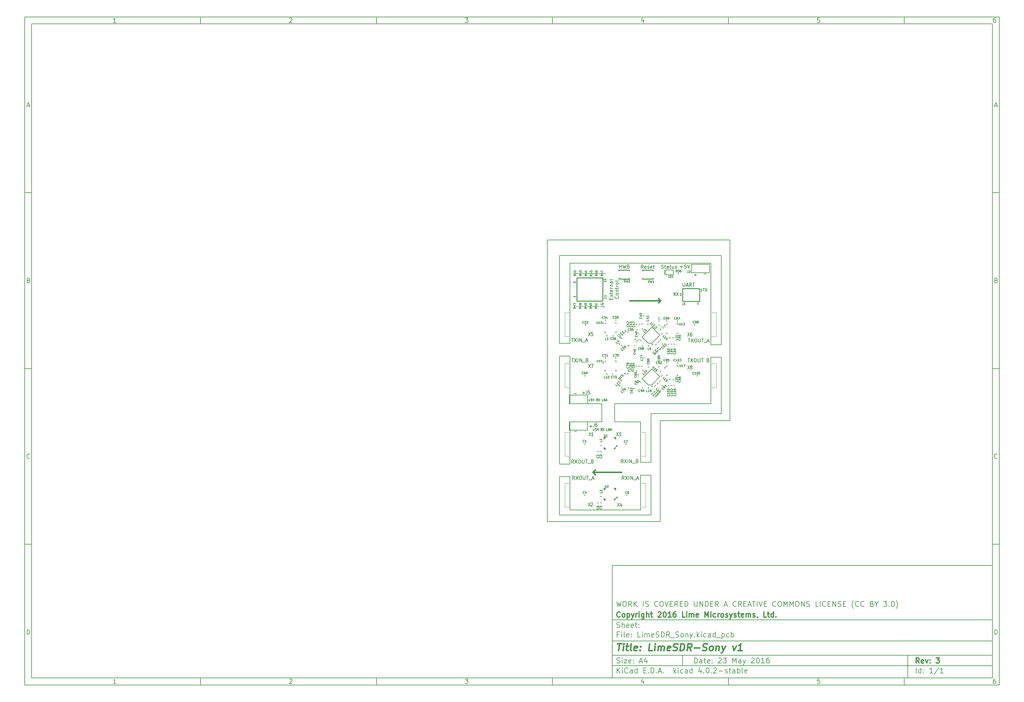
<source format=gto>
G04 #@! TF.FileFunction,Legend,Top*
%FSLAX46Y46*%
G04 Gerber Fmt 4.6, Leading zero omitted, Abs format (unit mm)*
G04 Created by KiCad (PCBNEW 4.0.2-stable) date 23/05/2016 22:28:53*
%MOMM*%
G01*
G04 APERTURE LIST*
%ADD10C,0.150000*%
%ADD11C,0.300000*%
%ADD12C,0.400000*%
%ADD13C,0.200000*%
%ADD14C,0.099060*%
%ADD15C,0.195580*%
%ADD16C,0.297180*%
%ADD17C,0.198120*%
%ADD18C,0.250000*%
%ADD19C,0.254000*%
%ADD20C,0.246380*%
%ADD21C,0.175260*%
%ADD22C,0.000007*%
%ADD23C,0.125000*%
%ADD24C,0.149860*%
G04 APERTURE END LIST*
D10*
X177002200Y-166007200D02*
X177002200Y-198007200D01*
X285002200Y-198007200D01*
X285002200Y-166007200D01*
X177002200Y-166007200D01*
X10000000Y-10000000D02*
X10000000Y-200007200D01*
X287002200Y-200007200D01*
X287002200Y-10000000D01*
X10000000Y-10000000D01*
X12000000Y-12000000D02*
X12000000Y-198007200D01*
X285002200Y-198007200D01*
X285002200Y-12000000D01*
X12000000Y-12000000D01*
X60000000Y-12000000D02*
X60000000Y-10000000D01*
X110000000Y-12000000D02*
X110000000Y-10000000D01*
X160000000Y-12000000D02*
X160000000Y-10000000D01*
X210000000Y-12000000D02*
X210000000Y-10000000D01*
X260000000Y-12000000D02*
X260000000Y-10000000D01*
X35990476Y-11588095D02*
X35247619Y-11588095D01*
X35619048Y-11588095D02*
X35619048Y-10288095D01*
X35495238Y-10473810D01*
X35371429Y-10597619D01*
X35247619Y-10659524D01*
X85247619Y-10411905D02*
X85309524Y-10350000D01*
X85433333Y-10288095D01*
X85742857Y-10288095D01*
X85866667Y-10350000D01*
X85928571Y-10411905D01*
X85990476Y-10535714D01*
X85990476Y-10659524D01*
X85928571Y-10845238D01*
X85185714Y-11588095D01*
X85990476Y-11588095D01*
X135185714Y-10288095D02*
X135990476Y-10288095D01*
X135557143Y-10783333D01*
X135742857Y-10783333D01*
X135866667Y-10845238D01*
X135928571Y-10907143D01*
X135990476Y-11030952D01*
X135990476Y-11340476D01*
X135928571Y-11464286D01*
X135866667Y-11526190D01*
X135742857Y-11588095D01*
X135371429Y-11588095D01*
X135247619Y-11526190D01*
X135185714Y-11464286D01*
X185866667Y-10721429D02*
X185866667Y-11588095D01*
X185557143Y-10226190D02*
X185247619Y-11154762D01*
X186052381Y-11154762D01*
X235928571Y-10288095D02*
X235309524Y-10288095D01*
X235247619Y-10907143D01*
X235309524Y-10845238D01*
X235433333Y-10783333D01*
X235742857Y-10783333D01*
X235866667Y-10845238D01*
X235928571Y-10907143D01*
X235990476Y-11030952D01*
X235990476Y-11340476D01*
X235928571Y-11464286D01*
X235866667Y-11526190D01*
X235742857Y-11588095D01*
X235433333Y-11588095D01*
X235309524Y-11526190D01*
X235247619Y-11464286D01*
X285866667Y-10288095D02*
X285619048Y-10288095D01*
X285495238Y-10350000D01*
X285433333Y-10411905D01*
X285309524Y-10597619D01*
X285247619Y-10845238D01*
X285247619Y-11340476D01*
X285309524Y-11464286D01*
X285371429Y-11526190D01*
X285495238Y-11588095D01*
X285742857Y-11588095D01*
X285866667Y-11526190D01*
X285928571Y-11464286D01*
X285990476Y-11340476D01*
X285990476Y-11030952D01*
X285928571Y-10907143D01*
X285866667Y-10845238D01*
X285742857Y-10783333D01*
X285495238Y-10783333D01*
X285371429Y-10845238D01*
X285309524Y-10907143D01*
X285247619Y-11030952D01*
X60000000Y-198007200D02*
X60000000Y-200007200D01*
X110000000Y-198007200D02*
X110000000Y-200007200D01*
X160000000Y-198007200D02*
X160000000Y-200007200D01*
X210000000Y-198007200D02*
X210000000Y-200007200D01*
X260000000Y-198007200D02*
X260000000Y-200007200D01*
X35990476Y-199595295D02*
X35247619Y-199595295D01*
X35619048Y-199595295D02*
X35619048Y-198295295D01*
X35495238Y-198481010D01*
X35371429Y-198604819D01*
X35247619Y-198666724D01*
X85247619Y-198419105D02*
X85309524Y-198357200D01*
X85433333Y-198295295D01*
X85742857Y-198295295D01*
X85866667Y-198357200D01*
X85928571Y-198419105D01*
X85990476Y-198542914D01*
X85990476Y-198666724D01*
X85928571Y-198852438D01*
X85185714Y-199595295D01*
X85990476Y-199595295D01*
X135185714Y-198295295D02*
X135990476Y-198295295D01*
X135557143Y-198790533D01*
X135742857Y-198790533D01*
X135866667Y-198852438D01*
X135928571Y-198914343D01*
X135990476Y-199038152D01*
X135990476Y-199347676D01*
X135928571Y-199471486D01*
X135866667Y-199533390D01*
X135742857Y-199595295D01*
X135371429Y-199595295D01*
X135247619Y-199533390D01*
X135185714Y-199471486D01*
X185866667Y-198728629D02*
X185866667Y-199595295D01*
X185557143Y-198233390D02*
X185247619Y-199161962D01*
X186052381Y-199161962D01*
X235928571Y-198295295D02*
X235309524Y-198295295D01*
X235247619Y-198914343D01*
X235309524Y-198852438D01*
X235433333Y-198790533D01*
X235742857Y-198790533D01*
X235866667Y-198852438D01*
X235928571Y-198914343D01*
X235990476Y-199038152D01*
X235990476Y-199347676D01*
X235928571Y-199471486D01*
X235866667Y-199533390D01*
X235742857Y-199595295D01*
X235433333Y-199595295D01*
X235309524Y-199533390D01*
X235247619Y-199471486D01*
X285866667Y-198295295D02*
X285619048Y-198295295D01*
X285495238Y-198357200D01*
X285433333Y-198419105D01*
X285309524Y-198604819D01*
X285247619Y-198852438D01*
X285247619Y-199347676D01*
X285309524Y-199471486D01*
X285371429Y-199533390D01*
X285495238Y-199595295D01*
X285742857Y-199595295D01*
X285866667Y-199533390D01*
X285928571Y-199471486D01*
X285990476Y-199347676D01*
X285990476Y-199038152D01*
X285928571Y-198914343D01*
X285866667Y-198852438D01*
X285742857Y-198790533D01*
X285495238Y-198790533D01*
X285371429Y-198852438D01*
X285309524Y-198914343D01*
X285247619Y-199038152D01*
X10000000Y-60000000D02*
X12000000Y-60000000D01*
X10000000Y-110000000D02*
X12000000Y-110000000D01*
X10000000Y-160000000D02*
X12000000Y-160000000D01*
X10690476Y-35216667D02*
X11309524Y-35216667D01*
X10566667Y-35588095D02*
X11000000Y-34288095D01*
X11433333Y-35588095D01*
X11092857Y-84907143D02*
X11278571Y-84969048D01*
X11340476Y-85030952D01*
X11402381Y-85154762D01*
X11402381Y-85340476D01*
X11340476Y-85464286D01*
X11278571Y-85526190D01*
X11154762Y-85588095D01*
X10659524Y-85588095D01*
X10659524Y-84288095D01*
X11092857Y-84288095D01*
X11216667Y-84350000D01*
X11278571Y-84411905D01*
X11340476Y-84535714D01*
X11340476Y-84659524D01*
X11278571Y-84783333D01*
X11216667Y-84845238D01*
X11092857Y-84907143D01*
X10659524Y-84907143D01*
X11402381Y-135464286D02*
X11340476Y-135526190D01*
X11154762Y-135588095D01*
X11030952Y-135588095D01*
X10845238Y-135526190D01*
X10721429Y-135402381D01*
X10659524Y-135278571D01*
X10597619Y-135030952D01*
X10597619Y-134845238D01*
X10659524Y-134597619D01*
X10721429Y-134473810D01*
X10845238Y-134350000D01*
X11030952Y-134288095D01*
X11154762Y-134288095D01*
X11340476Y-134350000D01*
X11402381Y-134411905D01*
X10659524Y-185588095D02*
X10659524Y-184288095D01*
X10969048Y-184288095D01*
X11154762Y-184350000D01*
X11278571Y-184473810D01*
X11340476Y-184597619D01*
X11402381Y-184845238D01*
X11402381Y-185030952D01*
X11340476Y-185278571D01*
X11278571Y-185402381D01*
X11154762Y-185526190D01*
X10969048Y-185588095D01*
X10659524Y-185588095D01*
X287002200Y-60000000D02*
X285002200Y-60000000D01*
X287002200Y-110000000D02*
X285002200Y-110000000D01*
X287002200Y-160000000D02*
X285002200Y-160000000D01*
X285692676Y-35216667D02*
X286311724Y-35216667D01*
X285568867Y-35588095D02*
X286002200Y-34288095D01*
X286435533Y-35588095D01*
X286095057Y-84907143D02*
X286280771Y-84969048D01*
X286342676Y-85030952D01*
X286404581Y-85154762D01*
X286404581Y-85340476D01*
X286342676Y-85464286D01*
X286280771Y-85526190D01*
X286156962Y-85588095D01*
X285661724Y-85588095D01*
X285661724Y-84288095D01*
X286095057Y-84288095D01*
X286218867Y-84350000D01*
X286280771Y-84411905D01*
X286342676Y-84535714D01*
X286342676Y-84659524D01*
X286280771Y-84783333D01*
X286218867Y-84845238D01*
X286095057Y-84907143D01*
X285661724Y-84907143D01*
X286404581Y-135464286D02*
X286342676Y-135526190D01*
X286156962Y-135588095D01*
X286033152Y-135588095D01*
X285847438Y-135526190D01*
X285723629Y-135402381D01*
X285661724Y-135278571D01*
X285599819Y-135030952D01*
X285599819Y-134845238D01*
X285661724Y-134597619D01*
X285723629Y-134473810D01*
X285847438Y-134350000D01*
X286033152Y-134288095D01*
X286156962Y-134288095D01*
X286342676Y-134350000D01*
X286404581Y-134411905D01*
X285661724Y-185588095D02*
X285661724Y-184288095D01*
X285971248Y-184288095D01*
X286156962Y-184350000D01*
X286280771Y-184473810D01*
X286342676Y-184597619D01*
X286404581Y-184845238D01*
X286404581Y-185030952D01*
X286342676Y-185278571D01*
X286280771Y-185402381D01*
X286156962Y-185526190D01*
X285971248Y-185588095D01*
X285661724Y-185588095D01*
X200359343Y-193785771D02*
X200359343Y-192285771D01*
X200716486Y-192285771D01*
X200930771Y-192357200D01*
X201073629Y-192500057D01*
X201145057Y-192642914D01*
X201216486Y-192928629D01*
X201216486Y-193142914D01*
X201145057Y-193428629D01*
X201073629Y-193571486D01*
X200930771Y-193714343D01*
X200716486Y-193785771D01*
X200359343Y-193785771D01*
X202502200Y-193785771D02*
X202502200Y-193000057D01*
X202430771Y-192857200D01*
X202287914Y-192785771D01*
X202002200Y-192785771D01*
X201859343Y-192857200D01*
X202502200Y-193714343D02*
X202359343Y-193785771D01*
X202002200Y-193785771D01*
X201859343Y-193714343D01*
X201787914Y-193571486D01*
X201787914Y-193428629D01*
X201859343Y-193285771D01*
X202002200Y-193214343D01*
X202359343Y-193214343D01*
X202502200Y-193142914D01*
X203002200Y-192785771D02*
X203573629Y-192785771D01*
X203216486Y-192285771D02*
X203216486Y-193571486D01*
X203287914Y-193714343D01*
X203430772Y-193785771D01*
X203573629Y-193785771D01*
X204645057Y-193714343D02*
X204502200Y-193785771D01*
X204216486Y-193785771D01*
X204073629Y-193714343D01*
X204002200Y-193571486D01*
X204002200Y-193000057D01*
X204073629Y-192857200D01*
X204216486Y-192785771D01*
X204502200Y-192785771D01*
X204645057Y-192857200D01*
X204716486Y-193000057D01*
X204716486Y-193142914D01*
X204002200Y-193285771D01*
X205359343Y-193642914D02*
X205430771Y-193714343D01*
X205359343Y-193785771D01*
X205287914Y-193714343D01*
X205359343Y-193642914D01*
X205359343Y-193785771D01*
X205359343Y-192857200D02*
X205430771Y-192928629D01*
X205359343Y-193000057D01*
X205287914Y-192928629D01*
X205359343Y-192857200D01*
X205359343Y-193000057D01*
X207145057Y-192428629D02*
X207216486Y-192357200D01*
X207359343Y-192285771D01*
X207716486Y-192285771D01*
X207859343Y-192357200D01*
X207930772Y-192428629D01*
X208002200Y-192571486D01*
X208002200Y-192714343D01*
X207930772Y-192928629D01*
X207073629Y-193785771D01*
X208002200Y-193785771D01*
X208502200Y-192285771D02*
X209430771Y-192285771D01*
X208930771Y-192857200D01*
X209145057Y-192857200D01*
X209287914Y-192928629D01*
X209359343Y-193000057D01*
X209430771Y-193142914D01*
X209430771Y-193500057D01*
X209359343Y-193642914D01*
X209287914Y-193714343D01*
X209145057Y-193785771D01*
X208716485Y-193785771D01*
X208573628Y-193714343D01*
X208502200Y-193642914D01*
X211216485Y-193785771D02*
X211216485Y-192285771D01*
X211716485Y-193357200D01*
X212216485Y-192285771D01*
X212216485Y-193785771D01*
X213573628Y-193785771D02*
X213573628Y-193000057D01*
X213502199Y-192857200D01*
X213359342Y-192785771D01*
X213073628Y-192785771D01*
X212930771Y-192857200D01*
X213573628Y-193714343D02*
X213430771Y-193785771D01*
X213073628Y-193785771D01*
X212930771Y-193714343D01*
X212859342Y-193571486D01*
X212859342Y-193428629D01*
X212930771Y-193285771D01*
X213073628Y-193214343D01*
X213430771Y-193214343D01*
X213573628Y-193142914D01*
X214145057Y-192785771D02*
X214502200Y-193785771D01*
X214859342Y-192785771D02*
X214502200Y-193785771D01*
X214359342Y-194142914D01*
X214287914Y-194214343D01*
X214145057Y-194285771D01*
X216502199Y-192428629D02*
X216573628Y-192357200D01*
X216716485Y-192285771D01*
X217073628Y-192285771D01*
X217216485Y-192357200D01*
X217287914Y-192428629D01*
X217359342Y-192571486D01*
X217359342Y-192714343D01*
X217287914Y-192928629D01*
X216430771Y-193785771D01*
X217359342Y-193785771D01*
X218287913Y-192285771D02*
X218430770Y-192285771D01*
X218573627Y-192357200D01*
X218645056Y-192428629D01*
X218716485Y-192571486D01*
X218787913Y-192857200D01*
X218787913Y-193214343D01*
X218716485Y-193500057D01*
X218645056Y-193642914D01*
X218573627Y-193714343D01*
X218430770Y-193785771D01*
X218287913Y-193785771D01*
X218145056Y-193714343D01*
X218073627Y-193642914D01*
X218002199Y-193500057D01*
X217930770Y-193214343D01*
X217930770Y-192857200D01*
X218002199Y-192571486D01*
X218073627Y-192428629D01*
X218145056Y-192357200D01*
X218287913Y-192285771D01*
X220216484Y-193785771D02*
X219359341Y-193785771D01*
X219787913Y-193785771D02*
X219787913Y-192285771D01*
X219645056Y-192500057D01*
X219502198Y-192642914D01*
X219359341Y-192714343D01*
X221502198Y-192285771D02*
X221216484Y-192285771D01*
X221073627Y-192357200D01*
X221002198Y-192428629D01*
X220859341Y-192642914D01*
X220787912Y-192928629D01*
X220787912Y-193500057D01*
X220859341Y-193642914D01*
X220930769Y-193714343D01*
X221073627Y-193785771D01*
X221359341Y-193785771D01*
X221502198Y-193714343D01*
X221573627Y-193642914D01*
X221645055Y-193500057D01*
X221645055Y-193142914D01*
X221573627Y-193000057D01*
X221502198Y-192928629D01*
X221359341Y-192857200D01*
X221073627Y-192857200D01*
X220930769Y-192928629D01*
X220859341Y-193000057D01*
X220787912Y-193142914D01*
X177002200Y-194507200D02*
X285002200Y-194507200D01*
X178359343Y-196585771D02*
X178359343Y-195085771D01*
X179216486Y-196585771D02*
X178573629Y-195728629D01*
X179216486Y-195085771D02*
X178359343Y-195942914D01*
X179859343Y-196585771D02*
X179859343Y-195585771D01*
X179859343Y-195085771D02*
X179787914Y-195157200D01*
X179859343Y-195228629D01*
X179930771Y-195157200D01*
X179859343Y-195085771D01*
X179859343Y-195228629D01*
X181430772Y-196442914D02*
X181359343Y-196514343D01*
X181145057Y-196585771D01*
X181002200Y-196585771D01*
X180787915Y-196514343D01*
X180645057Y-196371486D01*
X180573629Y-196228629D01*
X180502200Y-195942914D01*
X180502200Y-195728629D01*
X180573629Y-195442914D01*
X180645057Y-195300057D01*
X180787915Y-195157200D01*
X181002200Y-195085771D01*
X181145057Y-195085771D01*
X181359343Y-195157200D01*
X181430772Y-195228629D01*
X182716486Y-196585771D02*
X182716486Y-195800057D01*
X182645057Y-195657200D01*
X182502200Y-195585771D01*
X182216486Y-195585771D01*
X182073629Y-195657200D01*
X182716486Y-196514343D02*
X182573629Y-196585771D01*
X182216486Y-196585771D01*
X182073629Y-196514343D01*
X182002200Y-196371486D01*
X182002200Y-196228629D01*
X182073629Y-196085771D01*
X182216486Y-196014343D01*
X182573629Y-196014343D01*
X182716486Y-195942914D01*
X184073629Y-196585771D02*
X184073629Y-195085771D01*
X184073629Y-196514343D02*
X183930772Y-196585771D01*
X183645058Y-196585771D01*
X183502200Y-196514343D01*
X183430772Y-196442914D01*
X183359343Y-196300057D01*
X183359343Y-195871486D01*
X183430772Y-195728629D01*
X183502200Y-195657200D01*
X183645058Y-195585771D01*
X183930772Y-195585771D01*
X184073629Y-195657200D01*
X185930772Y-195800057D02*
X186430772Y-195800057D01*
X186645058Y-196585771D02*
X185930772Y-196585771D01*
X185930772Y-195085771D01*
X186645058Y-195085771D01*
X187287915Y-196442914D02*
X187359343Y-196514343D01*
X187287915Y-196585771D01*
X187216486Y-196514343D01*
X187287915Y-196442914D01*
X187287915Y-196585771D01*
X188002201Y-196585771D02*
X188002201Y-195085771D01*
X188359344Y-195085771D01*
X188573629Y-195157200D01*
X188716487Y-195300057D01*
X188787915Y-195442914D01*
X188859344Y-195728629D01*
X188859344Y-195942914D01*
X188787915Y-196228629D01*
X188716487Y-196371486D01*
X188573629Y-196514343D01*
X188359344Y-196585771D01*
X188002201Y-196585771D01*
X189502201Y-196442914D02*
X189573629Y-196514343D01*
X189502201Y-196585771D01*
X189430772Y-196514343D01*
X189502201Y-196442914D01*
X189502201Y-196585771D01*
X190145058Y-196157200D02*
X190859344Y-196157200D01*
X190002201Y-196585771D02*
X190502201Y-195085771D01*
X191002201Y-196585771D01*
X191502201Y-196442914D02*
X191573629Y-196514343D01*
X191502201Y-196585771D01*
X191430772Y-196514343D01*
X191502201Y-196442914D01*
X191502201Y-196585771D01*
X194502201Y-196585771D02*
X194502201Y-195085771D01*
X194645058Y-196014343D02*
X195073629Y-196585771D01*
X195073629Y-195585771D02*
X194502201Y-196157200D01*
X195716487Y-196585771D02*
X195716487Y-195585771D01*
X195716487Y-195085771D02*
X195645058Y-195157200D01*
X195716487Y-195228629D01*
X195787915Y-195157200D01*
X195716487Y-195085771D01*
X195716487Y-195228629D01*
X197073630Y-196514343D02*
X196930773Y-196585771D01*
X196645059Y-196585771D01*
X196502201Y-196514343D01*
X196430773Y-196442914D01*
X196359344Y-196300057D01*
X196359344Y-195871486D01*
X196430773Y-195728629D01*
X196502201Y-195657200D01*
X196645059Y-195585771D01*
X196930773Y-195585771D01*
X197073630Y-195657200D01*
X198359344Y-196585771D02*
X198359344Y-195800057D01*
X198287915Y-195657200D01*
X198145058Y-195585771D01*
X197859344Y-195585771D01*
X197716487Y-195657200D01*
X198359344Y-196514343D02*
X198216487Y-196585771D01*
X197859344Y-196585771D01*
X197716487Y-196514343D01*
X197645058Y-196371486D01*
X197645058Y-196228629D01*
X197716487Y-196085771D01*
X197859344Y-196014343D01*
X198216487Y-196014343D01*
X198359344Y-195942914D01*
X199716487Y-196585771D02*
X199716487Y-195085771D01*
X199716487Y-196514343D02*
X199573630Y-196585771D01*
X199287916Y-196585771D01*
X199145058Y-196514343D01*
X199073630Y-196442914D01*
X199002201Y-196300057D01*
X199002201Y-195871486D01*
X199073630Y-195728629D01*
X199145058Y-195657200D01*
X199287916Y-195585771D01*
X199573630Y-195585771D01*
X199716487Y-195657200D01*
X202216487Y-195585771D02*
X202216487Y-196585771D01*
X201859344Y-195014343D02*
X201502201Y-196085771D01*
X202430773Y-196085771D01*
X203002201Y-196442914D02*
X203073629Y-196514343D01*
X203002201Y-196585771D01*
X202930772Y-196514343D01*
X203002201Y-196442914D01*
X203002201Y-196585771D01*
X204002201Y-195085771D02*
X204145058Y-195085771D01*
X204287915Y-195157200D01*
X204359344Y-195228629D01*
X204430773Y-195371486D01*
X204502201Y-195657200D01*
X204502201Y-196014343D01*
X204430773Y-196300057D01*
X204359344Y-196442914D01*
X204287915Y-196514343D01*
X204145058Y-196585771D01*
X204002201Y-196585771D01*
X203859344Y-196514343D01*
X203787915Y-196442914D01*
X203716487Y-196300057D01*
X203645058Y-196014343D01*
X203645058Y-195657200D01*
X203716487Y-195371486D01*
X203787915Y-195228629D01*
X203859344Y-195157200D01*
X204002201Y-195085771D01*
X205145058Y-196442914D02*
X205216486Y-196514343D01*
X205145058Y-196585771D01*
X205073629Y-196514343D01*
X205145058Y-196442914D01*
X205145058Y-196585771D01*
X205787915Y-195228629D02*
X205859344Y-195157200D01*
X206002201Y-195085771D01*
X206359344Y-195085771D01*
X206502201Y-195157200D01*
X206573630Y-195228629D01*
X206645058Y-195371486D01*
X206645058Y-195514343D01*
X206573630Y-195728629D01*
X205716487Y-196585771D01*
X206645058Y-196585771D01*
X207287915Y-196014343D02*
X208430772Y-196014343D01*
X209073629Y-196514343D02*
X209216486Y-196585771D01*
X209502201Y-196585771D01*
X209645058Y-196514343D01*
X209716486Y-196371486D01*
X209716486Y-196300057D01*
X209645058Y-196157200D01*
X209502201Y-196085771D01*
X209287915Y-196085771D01*
X209145058Y-196014343D01*
X209073629Y-195871486D01*
X209073629Y-195800057D01*
X209145058Y-195657200D01*
X209287915Y-195585771D01*
X209502201Y-195585771D01*
X209645058Y-195657200D01*
X210145058Y-195585771D02*
X210716487Y-195585771D01*
X210359344Y-195085771D02*
X210359344Y-196371486D01*
X210430772Y-196514343D01*
X210573630Y-196585771D01*
X210716487Y-196585771D01*
X211859344Y-196585771D02*
X211859344Y-195800057D01*
X211787915Y-195657200D01*
X211645058Y-195585771D01*
X211359344Y-195585771D01*
X211216487Y-195657200D01*
X211859344Y-196514343D02*
X211716487Y-196585771D01*
X211359344Y-196585771D01*
X211216487Y-196514343D01*
X211145058Y-196371486D01*
X211145058Y-196228629D01*
X211216487Y-196085771D01*
X211359344Y-196014343D01*
X211716487Y-196014343D01*
X211859344Y-195942914D01*
X212573630Y-196585771D02*
X212573630Y-195085771D01*
X212573630Y-195657200D02*
X212716487Y-195585771D01*
X213002201Y-195585771D01*
X213145058Y-195657200D01*
X213216487Y-195728629D01*
X213287916Y-195871486D01*
X213287916Y-196300057D01*
X213216487Y-196442914D01*
X213145058Y-196514343D01*
X213002201Y-196585771D01*
X212716487Y-196585771D01*
X212573630Y-196514343D01*
X214145059Y-196585771D02*
X214002201Y-196514343D01*
X213930773Y-196371486D01*
X213930773Y-195085771D01*
X215287915Y-196514343D02*
X215145058Y-196585771D01*
X214859344Y-196585771D01*
X214716487Y-196514343D01*
X214645058Y-196371486D01*
X214645058Y-195800057D01*
X214716487Y-195657200D01*
X214859344Y-195585771D01*
X215145058Y-195585771D01*
X215287915Y-195657200D01*
X215359344Y-195800057D01*
X215359344Y-195942914D01*
X214645058Y-196085771D01*
X177002200Y-191507200D02*
X285002200Y-191507200D01*
D11*
X264216486Y-193785771D02*
X263716486Y-193071486D01*
X263359343Y-193785771D02*
X263359343Y-192285771D01*
X263930771Y-192285771D01*
X264073629Y-192357200D01*
X264145057Y-192428629D01*
X264216486Y-192571486D01*
X264216486Y-192785771D01*
X264145057Y-192928629D01*
X264073629Y-193000057D01*
X263930771Y-193071486D01*
X263359343Y-193071486D01*
X265430771Y-193714343D02*
X265287914Y-193785771D01*
X265002200Y-193785771D01*
X264859343Y-193714343D01*
X264787914Y-193571486D01*
X264787914Y-193000057D01*
X264859343Y-192857200D01*
X265002200Y-192785771D01*
X265287914Y-192785771D01*
X265430771Y-192857200D01*
X265502200Y-193000057D01*
X265502200Y-193142914D01*
X264787914Y-193285771D01*
X266002200Y-192785771D02*
X266359343Y-193785771D01*
X266716485Y-192785771D01*
X267287914Y-193642914D02*
X267359342Y-193714343D01*
X267287914Y-193785771D01*
X267216485Y-193714343D01*
X267287914Y-193642914D01*
X267287914Y-193785771D01*
X267287914Y-192857200D02*
X267359342Y-192928629D01*
X267287914Y-193000057D01*
X267216485Y-192928629D01*
X267287914Y-192857200D01*
X267287914Y-193000057D01*
X269002200Y-192285771D02*
X269930771Y-192285771D01*
X269430771Y-192857200D01*
X269645057Y-192857200D01*
X269787914Y-192928629D01*
X269859343Y-193000057D01*
X269930771Y-193142914D01*
X269930771Y-193500057D01*
X269859343Y-193642914D01*
X269787914Y-193714343D01*
X269645057Y-193785771D01*
X269216485Y-193785771D01*
X269073628Y-193714343D01*
X269002200Y-193642914D01*
D10*
X178287914Y-193714343D02*
X178502200Y-193785771D01*
X178859343Y-193785771D01*
X179002200Y-193714343D01*
X179073629Y-193642914D01*
X179145057Y-193500057D01*
X179145057Y-193357200D01*
X179073629Y-193214343D01*
X179002200Y-193142914D01*
X178859343Y-193071486D01*
X178573629Y-193000057D01*
X178430771Y-192928629D01*
X178359343Y-192857200D01*
X178287914Y-192714343D01*
X178287914Y-192571486D01*
X178359343Y-192428629D01*
X178430771Y-192357200D01*
X178573629Y-192285771D01*
X178930771Y-192285771D01*
X179145057Y-192357200D01*
X179787914Y-193785771D02*
X179787914Y-192785771D01*
X179787914Y-192285771D02*
X179716485Y-192357200D01*
X179787914Y-192428629D01*
X179859342Y-192357200D01*
X179787914Y-192285771D01*
X179787914Y-192428629D01*
X180359343Y-192785771D02*
X181145057Y-192785771D01*
X180359343Y-193785771D01*
X181145057Y-193785771D01*
X182287914Y-193714343D02*
X182145057Y-193785771D01*
X181859343Y-193785771D01*
X181716486Y-193714343D01*
X181645057Y-193571486D01*
X181645057Y-193000057D01*
X181716486Y-192857200D01*
X181859343Y-192785771D01*
X182145057Y-192785771D01*
X182287914Y-192857200D01*
X182359343Y-193000057D01*
X182359343Y-193142914D01*
X181645057Y-193285771D01*
X183002200Y-193642914D02*
X183073628Y-193714343D01*
X183002200Y-193785771D01*
X182930771Y-193714343D01*
X183002200Y-193642914D01*
X183002200Y-193785771D01*
X183002200Y-192857200D02*
X183073628Y-192928629D01*
X183002200Y-193000057D01*
X182930771Y-192928629D01*
X183002200Y-192857200D01*
X183002200Y-193000057D01*
X184787914Y-193357200D02*
X185502200Y-193357200D01*
X184645057Y-193785771D02*
X185145057Y-192285771D01*
X185645057Y-193785771D01*
X186787914Y-192785771D02*
X186787914Y-193785771D01*
X186430771Y-192214343D02*
X186073628Y-193285771D01*
X187002200Y-193285771D01*
X263359343Y-196585771D02*
X263359343Y-195085771D01*
X264716486Y-196585771D02*
X264716486Y-195085771D01*
X264716486Y-196514343D02*
X264573629Y-196585771D01*
X264287915Y-196585771D01*
X264145057Y-196514343D01*
X264073629Y-196442914D01*
X264002200Y-196300057D01*
X264002200Y-195871486D01*
X264073629Y-195728629D01*
X264145057Y-195657200D01*
X264287915Y-195585771D01*
X264573629Y-195585771D01*
X264716486Y-195657200D01*
X265430772Y-196442914D02*
X265502200Y-196514343D01*
X265430772Y-196585771D01*
X265359343Y-196514343D01*
X265430772Y-196442914D01*
X265430772Y-196585771D01*
X265430772Y-195657200D02*
X265502200Y-195728629D01*
X265430772Y-195800057D01*
X265359343Y-195728629D01*
X265430772Y-195657200D01*
X265430772Y-195800057D01*
X268073629Y-196585771D02*
X267216486Y-196585771D01*
X267645058Y-196585771D02*
X267645058Y-195085771D01*
X267502201Y-195300057D01*
X267359343Y-195442914D01*
X267216486Y-195514343D01*
X269787914Y-195014343D02*
X268502200Y-196942914D01*
X271073629Y-196585771D02*
X270216486Y-196585771D01*
X270645058Y-196585771D02*
X270645058Y-195085771D01*
X270502201Y-195300057D01*
X270359343Y-195442914D01*
X270216486Y-195514343D01*
X177002200Y-187507200D02*
X285002200Y-187507200D01*
D12*
X178454581Y-188211962D02*
X179597438Y-188211962D01*
X178776010Y-190211962D02*
X179026010Y-188211962D01*
X180014105Y-190211962D02*
X180180771Y-188878629D01*
X180264105Y-188211962D02*
X180156962Y-188307200D01*
X180240295Y-188402438D01*
X180347439Y-188307200D01*
X180264105Y-188211962D01*
X180240295Y-188402438D01*
X180847438Y-188878629D02*
X181609343Y-188878629D01*
X181216486Y-188211962D02*
X181002200Y-189926248D01*
X181073630Y-190116724D01*
X181252201Y-190211962D01*
X181442677Y-190211962D01*
X182395058Y-190211962D02*
X182216487Y-190116724D01*
X182145057Y-189926248D01*
X182359343Y-188211962D01*
X183930772Y-190116724D02*
X183728391Y-190211962D01*
X183347439Y-190211962D01*
X183168867Y-190116724D01*
X183097438Y-189926248D01*
X183192676Y-189164343D01*
X183311724Y-188973867D01*
X183514105Y-188878629D01*
X183895057Y-188878629D01*
X184073629Y-188973867D01*
X184145057Y-189164343D01*
X184121248Y-189354819D01*
X183145057Y-189545295D01*
X184895057Y-190021486D02*
X184978392Y-190116724D01*
X184871248Y-190211962D01*
X184787915Y-190116724D01*
X184895057Y-190021486D01*
X184871248Y-190211962D01*
X185026010Y-188973867D02*
X185109344Y-189069105D01*
X185002200Y-189164343D01*
X184918867Y-189069105D01*
X185026010Y-188973867D01*
X185002200Y-189164343D01*
X188299820Y-190211962D02*
X187347439Y-190211962D01*
X187597439Y-188211962D01*
X188966487Y-190211962D02*
X189133153Y-188878629D01*
X189216487Y-188211962D02*
X189109344Y-188307200D01*
X189192677Y-188402438D01*
X189299821Y-188307200D01*
X189216487Y-188211962D01*
X189192677Y-188402438D01*
X189918868Y-190211962D02*
X190085534Y-188878629D01*
X190061725Y-189069105D02*
X190168869Y-188973867D01*
X190371249Y-188878629D01*
X190656963Y-188878629D01*
X190835535Y-188973867D01*
X190906963Y-189164343D01*
X190776011Y-190211962D01*
X190906963Y-189164343D02*
X191026011Y-188973867D01*
X191228392Y-188878629D01*
X191514106Y-188878629D01*
X191692678Y-188973867D01*
X191764106Y-189164343D01*
X191633154Y-190211962D01*
X193359345Y-190116724D02*
X193156964Y-190211962D01*
X192776012Y-190211962D01*
X192597440Y-190116724D01*
X192526011Y-189926248D01*
X192621249Y-189164343D01*
X192740297Y-188973867D01*
X192942678Y-188878629D01*
X193323630Y-188878629D01*
X193502202Y-188973867D01*
X193573630Y-189164343D01*
X193549821Y-189354819D01*
X192573630Y-189545295D01*
X194216488Y-190116724D02*
X194490298Y-190211962D01*
X194966488Y-190211962D01*
X195168869Y-190116724D01*
X195276011Y-190021486D01*
X195395060Y-189831010D01*
X195418869Y-189640533D01*
X195347440Y-189450057D01*
X195264107Y-189354819D01*
X195085535Y-189259581D01*
X194716488Y-189164343D01*
X194537917Y-189069105D01*
X194454583Y-188973867D01*
X194383154Y-188783390D01*
X194406964Y-188592914D01*
X194526011Y-188402438D01*
X194633155Y-188307200D01*
X194835536Y-188211962D01*
X195311726Y-188211962D01*
X195585536Y-188307200D01*
X196204583Y-190211962D02*
X196454583Y-188211962D01*
X196930774Y-188211962D01*
X197204583Y-188307200D01*
X197371250Y-188497676D01*
X197442679Y-188688152D01*
X197490298Y-189069105D01*
X197454584Y-189354819D01*
X197311727Y-189735771D01*
X197192678Y-189926248D01*
X196978393Y-190116724D01*
X196680774Y-190211962D01*
X196204583Y-190211962D01*
X199347441Y-190211962D02*
X198799821Y-189259581D01*
X198204583Y-190211962D02*
X198454583Y-188211962D01*
X199216488Y-188211962D01*
X199395059Y-188307200D01*
X199478393Y-188402438D01*
X199549822Y-188592914D01*
X199514107Y-188878629D01*
X199395060Y-189069105D01*
X199287916Y-189164343D01*
X199085535Y-189259581D01*
X198323630Y-189259581D01*
X200299821Y-189450057D02*
X201823631Y-189450057D01*
X202597440Y-190116724D02*
X202871250Y-190211962D01*
X203347440Y-190211962D01*
X203549821Y-190116724D01*
X203656963Y-190021486D01*
X203776012Y-189831010D01*
X203799821Y-189640533D01*
X203728392Y-189450057D01*
X203645059Y-189354819D01*
X203466487Y-189259581D01*
X203097440Y-189164343D01*
X202918869Y-189069105D01*
X202835535Y-188973867D01*
X202764106Y-188783390D01*
X202787916Y-188592914D01*
X202906963Y-188402438D01*
X203014107Y-188307200D01*
X203216488Y-188211962D01*
X203692678Y-188211962D01*
X203966488Y-188307200D01*
X204871250Y-190211962D02*
X204692679Y-190116724D01*
X204609344Y-190021486D01*
X204537916Y-189831010D01*
X204609344Y-189259581D01*
X204728392Y-189069105D01*
X204835536Y-188973867D01*
X205037916Y-188878629D01*
X205323630Y-188878629D01*
X205502202Y-188973867D01*
X205585535Y-189069105D01*
X205656963Y-189259581D01*
X205585535Y-189831010D01*
X205466487Y-190021486D01*
X205359345Y-190116724D01*
X205156964Y-190211962D01*
X204871250Y-190211962D01*
X206561725Y-188878629D02*
X206395059Y-190211962D01*
X206537916Y-189069105D02*
X206645060Y-188973867D01*
X206847440Y-188878629D01*
X207133154Y-188878629D01*
X207311726Y-188973867D01*
X207383154Y-189164343D01*
X207252202Y-190211962D01*
X208180773Y-188878629D02*
X208490298Y-190211962D01*
X209133154Y-188878629D02*
X208490298Y-190211962D01*
X208240298Y-190688152D01*
X208133154Y-190783390D01*
X207930773Y-190878629D01*
X211228393Y-188878629D02*
X211537918Y-190211962D01*
X212180774Y-188878629D01*
X213823633Y-190211962D02*
X212680775Y-190211962D01*
X213252204Y-190211962D02*
X213502204Y-188211962D01*
X213276014Y-188497676D01*
X213061728Y-188688152D01*
X212859346Y-188783390D01*
D10*
X178859343Y-185600057D02*
X178359343Y-185600057D01*
X178359343Y-186385771D02*
X178359343Y-184885771D01*
X179073629Y-184885771D01*
X179645057Y-186385771D02*
X179645057Y-185385771D01*
X179645057Y-184885771D02*
X179573628Y-184957200D01*
X179645057Y-185028629D01*
X179716485Y-184957200D01*
X179645057Y-184885771D01*
X179645057Y-185028629D01*
X180573629Y-186385771D02*
X180430771Y-186314343D01*
X180359343Y-186171486D01*
X180359343Y-184885771D01*
X181716485Y-186314343D02*
X181573628Y-186385771D01*
X181287914Y-186385771D01*
X181145057Y-186314343D01*
X181073628Y-186171486D01*
X181073628Y-185600057D01*
X181145057Y-185457200D01*
X181287914Y-185385771D01*
X181573628Y-185385771D01*
X181716485Y-185457200D01*
X181787914Y-185600057D01*
X181787914Y-185742914D01*
X181073628Y-185885771D01*
X182430771Y-186242914D02*
X182502199Y-186314343D01*
X182430771Y-186385771D01*
X182359342Y-186314343D01*
X182430771Y-186242914D01*
X182430771Y-186385771D01*
X182430771Y-185457200D02*
X182502199Y-185528629D01*
X182430771Y-185600057D01*
X182359342Y-185528629D01*
X182430771Y-185457200D01*
X182430771Y-185600057D01*
X185002200Y-186385771D02*
X184287914Y-186385771D01*
X184287914Y-184885771D01*
X185502200Y-186385771D02*
X185502200Y-185385771D01*
X185502200Y-184885771D02*
X185430771Y-184957200D01*
X185502200Y-185028629D01*
X185573628Y-184957200D01*
X185502200Y-184885771D01*
X185502200Y-185028629D01*
X186216486Y-186385771D02*
X186216486Y-185385771D01*
X186216486Y-185528629D02*
X186287914Y-185457200D01*
X186430772Y-185385771D01*
X186645057Y-185385771D01*
X186787914Y-185457200D01*
X186859343Y-185600057D01*
X186859343Y-186385771D01*
X186859343Y-185600057D02*
X186930772Y-185457200D01*
X187073629Y-185385771D01*
X187287914Y-185385771D01*
X187430772Y-185457200D01*
X187502200Y-185600057D01*
X187502200Y-186385771D01*
X188787914Y-186314343D02*
X188645057Y-186385771D01*
X188359343Y-186385771D01*
X188216486Y-186314343D01*
X188145057Y-186171486D01*
X188145057Y-185600057D01*
X188216486Y-185457200D01*
X188359343Y-185385771D01*
X188645057Y-185385771D01*
X188787914Y-185457200D01*
X188859343Y-185600057D01*
X188859343Y-185742914D01*
X188145057Y-185885771D01*
X189430771Y-186314343D02*
X189645057Y-186385771D01*
X190002200Y-186385771D01*
X190145057Y-186314343D01*
X190216486Y-186242914D01*
X190287914Y-186100057D01*
X190287914Y-185957200D01*
X190216486Y-185814343D01*
X190145057Y-185742914D01*
X190002200Y-185671486D01*
X189716486Y-185600057D01*
X189573628Y-185528629D01*
X189502200Y-185457200D01*
X189430771Y-185314343D01*
X189430771Y-185171486D01*
X189502200Y-185028629D01*
X189573628Y-184957200D01*
X189716486Y-184885771D01*
X190073628Y-184885771D01*
X190287914Y-184957200D01*
X190930771Y-186385771D02*
X190930771Y-184885771D01*
X191287914Y-184885771D01*
X191502199Y-184957200D01*
X191645057Y-185100057D01*
X191716485Y-185242914D01*
X191787914Y-185528629D01*
X191787914Y-185742914D01*
X191716485Y-186028629D01*
X191645057Y-186171486D01*
X191502199Y-186314343D01*
X191287914Y-186385771D01*
X190930771Y-186385771D01*
X193287914Y-186385771D02*
X192787914Y-185671486D01*
X192430771Y-186385771D02*
X192430771Y-184885771D01*
X193002199Y-184885771D01*
X193145057Y-184957200D01*
X193216485Y-185028629D01*
X193287914Y-185171486D01*
X193287914Y-185385771D01*
X193216485Y-185528629D01*
X193145057Y-185600057D01*
X193002199Y-185671486D01*
X192430771Y-185671486D01*
X193573628Y-186528629D02*
X194716485Y-186528629D01*
X195002199Y-186314343D02*
X195216485Y-186385771D01*
X195573628Y-186385771D01*
X195716485Y-186314343D01*
X195787914Y-186242914D01*
X195859342Y-186100057D01*
X195859342Y-185957200D01*
X195787914Y-185814343D01*
X195716485Y-185742914D01*
X195573628Y-185671486D01*
X195287914Y-185600057D01*
X195145056Y-185528629D01*
X195073628Y-185457200D01*
X195002199Y-185314343D01*
X195002199Y-185171486D01*
X195073628Y-185028629D01*
X195145056Y-184957200D01*
X195287914Y-184885771D01*
X195645056Y-184885771D01*
X195859342Y-184957200D01*
X196716485Y-186385771D02*
X196573627Y-186314343D01*
X196502199Y-186242914D01*
X196430770Y-186100057D01*
X196430770Y-185671486D01*
X196502199Y-185528629D01*
X196573627Y-185457200D01*
X196716485Y-185385771D01*
X196930770Y-185385771D01*
X197073627Y-185457200D01*
X197145056Y-185528629D01*
X197216485Y-185671486D01*
X197216485Y-186100057D01*
X197145056Y-186242914D01*
X197073627Y-186314343D01*
X196930770Y-186385771D01*
X196716485Y-186385771D01*
X197859342Y-185385771D02*
X197859342Y-186385771D01*
X197859342Y-185528629D02*
X197930770Y-185457200D01*
X198073628Y-185385771D01*
X198287913Y-185385771D01*
X198430770Y-185457200D01*
X198502199Y-185600057D01*
X198502199Y-186385771D01*
X199073628Y-185385771D02*
X199430771Y-186385771D01*
X199787913Y-185385771D02*
X199430771Y-186385771D01*
X199287913Y-186742914D01*
X199216485Y-186814343D01*
X199073628Y-186885771D01*
X200359342Y-186242914D02*
X200430770Y-186314343D01*
X200359342Y-186385771D01*
X200287913Y-186314343D01*
X200359342Y-186242914D01*
X200359342Y-186385771D01*
X201073628Y-186385771D02*
X201073628Y-184885771D01*
X201216485Y-185814343D02*
X201645056Y-186385771D01*
X201645056Y-185385771D02*
X201073628Y-185957200D01*
X202287914Y-186385771D02*
X202287914Y-185385771D01*
X202287914Y-184885771D02*
X202216485Y-184957200D01*
X202287914Y-185028629D01*
X202359342Y-184957200D01*
X202287914Y-184885771D01*
X202287914Y-185028629D01*
X203645057Y-186314343D02*
X203502200Y-186385771D01*
X203216486Y-186385771D01*
X203073628Y-186314343D01*
X203002200Y-186242914D01*
X202930771Y-186100057D01*
X202930771Y-185671486D01*
X203002200Y-185528629D01*
X203073628Y-185457200D01*
X203216486Y-185385771D01*
X203502200Y-185385771D01*
X203645057Y-185457200D01*
X204930771Y-186385771D02*
X204930771Y-185600057D01*
X204859342Y-185457200D01*
X204716485Y-185385771D01*
X204430771Y-185385771D01*
X204287914Y-185457200D01*
X204930771Y-186314343D02*
X204787914Y-186385771D01*
X204430771Y-186385771D01*
X204287914Y-186314343D01*
X204216485Y-186171486D01*
X204216485Y-186028629D01*
X204287914Y-185885771D01*
X204430771Y-185814343D01*
X204787914Y-185814343D01*
X204930771Y-185742914D01*
X206287914Y-186385771D02*
X206287914Y-184885771D01*
X206287914Y-186314343D02*
X206145057Y-186385771D01*
X205859343Y-186385771D01*
X205716485Y-186314343D01*
X205645057Y-186242914D01*
X205573628Y-186100057D01*
X205573628Y-185671486D01*
X205645057Y-185528629D01*
X205716485Y-185457200D01*
X205859343Y-185385771D01*
X206145057Y-185385771D01*
X206287914Y-185457200D01*
X206645057Y-186528629D02*
X207787914Y-186528629D01*
X208145057Y-185385771D02*
X208145057Y-186885771D01*
X208145057Y-185457200D02*
X208287914Y-185385771D01*
X208573628Y-185385771D01*
X208716485Y-185457200D01*
X208787914Y-185528629D01*
X208859343Y-185671486D01*
X208859343Y-186100057D01*
X208787914Y-186242914D01*
X208716485Y-186314343D01*
X208573628Y-186385771D01*
X208287914Y-186385771D01*
X208145057Y-186314343D01*
X210145057Y-186314343D02*
X210002200Y-186385771D01*
X209716486Y-186385771D01*
X209573628Y-186314343D01*
X209502200Y-186242914D01*
X209430771Y-186100057D01*
X209430771Y-185671486D01*
X209502200Y-185528629D01*
X209573628Y-185457200D01*
X209716486Y-185385771D01*
X210002200Y-185385771D01*
X210145057Y-185457200D01*
X210787914Y-186385771D02*
X210787914Y-184885771D01*
X210787914Y-185457200D02*
X210930771Y-185385771D01*
X211216485Y-185385771D01*
X211359342Y-185457200D01*
X211430771Y-185528629D01*
X211502200Y-185671486D01*
X211502200Y-186100057D01*
X211430771Y-186242914D01*
X211359342Y-186314343D01*
X211216485Y-186385771D01*
X210930771Y-186385771D01*
X210787914Y-186314343D01*
X177002200Y-181507200D02*
X285002200Y-181507200D01*
X178287914Y-183614343D02*
X178502200Y-183685771D01*
X178859343Y-183685771D01*
X179002200Y-183614343D01*
X179073629Y-183542914D01*
X179145057Y-183400057D01*
X179145057Y-183257200D01*
X179073629Y-183114343D01*
X179002200Y-183042914D01*
X178859343Y-182971486D01*
X178573629Y-182900057D01*
X178430771Y-182828629D01*
X178359343Y-182757200D01*
X178287914Y-182614343D01*
X178287914Y-182471486D01*
X178359343Y-182328629D01*
X178430771Y-182257200D01*
X178573629Y-182185771D01*
X178930771Y-182185771D01*
X179145057Y-182257200D01*
X179787914Y-183685771D02*
X179787914Y-182185771D01*
X180430771Y-183685771D02*
X180430771Y-182900057D01*
X180359342Y-182757200D01*
X180216485Y-182685771D01*
X180002200Y-182685771D01*
X179859342Y-182757200D01*
X179787914Y-182828629D01*
X181716485Y-183614343D02*
X181573628Y-183685771D01*
X181287914Y-183685771D01*
X181145057Y-183614343D01*
X181073628Y-183471486D01*
X181073628Y-182900057D01*
X181145057Y-182757200D01*
X181287914Y-182685771D01*
X181573628Y-182685771D01*
X181716485Y-182757200D01*
X181787914Y-182900057D01*
X181787914Y-183042914D01*
X181073628Y-183185771D01*
X183002199Y-183614343D02*
X182859342Y-183685771D01*
X182573628Y-183685771D01*
X182430771Y-183614343D01*
X182359342Y-183471486D01*
X182359342Y-182900057D01*
X182430771Y-182757200D01*
X182573628Y-182685771D01*
X182859342Y-182685771D01*
X183002199Y-182757200D01*
X183073628Y-182900057D01*
X183073628Y-183042914D01*
X182359342Y-183185771D01*
X183502199Y-182685771D02*
X184073628Y-182685771D01*
X183716485Y-182185771D02*
X183716485Y-183471486D01*
X183787913Y-183614343D01*
X183930771Y-183685771D01*
X184073628Y-183685771D01*
X184573628Y-183542914D02*
X184645056Y-183614343D01*
X184573628Y-183685771D01*
X184502199Y-183614343D01*
X184573628Y-183542914D01*
X184573628Y-183685771D01*
X184573628Y-182757200D02*
X184645056Y-182828629D01*
X184573628Y-182900057D01*
X184502199Y-182828629D01*
X184573628Y-182757200D01*
X184573628Y-182900057D01*
D11*
X179216486Y-180542914D02*
X179145057Y-180614343D01*
X178930771Y-180685771D01*
X178787914Y-180685771D01*
X178573629Y-180614343D01*
X178430771Y-180471486D01*
X178359343Y-180328629D01*
X178287914Y-180042914D01*
X178287914Y-179828629D01*
X178359343Y-179542914D01*
X178430771Y-179400057D01*
X178573629Y-179257200D01*
X178787914Y-179185771D01*
X178930771Y-179185771D01*
X179145057Y-179257200D01*
X179216486Y-179328629D01*
X180073629Y-180685771D02*
X179930771Y-180614343D01*
X179859343Y-180542914D01*
X179787914Y-180400057D01*
X179787914Y-179971486D01*
X179859343Y-179828629D01*
X179930771Y-179757200D01*
X180073629Y-179685771D01*
X180287914Y-179685771D01*
X180430771Y-179757200D01*
X180502200Y-179828629D01*
X180573629Y-179971486D01*
X180573629Y-180400057D01*
X180502200Y-180542914D01*
X180430771Y-180614343D01*
X180287914Y-180685771D01*
X180073629Y-180685771D01*
X181216486Y-179685771D02*
X181216486Y-181185771D01*
X181216486Y-179757200D02*
X181359343Y-179685771D01*
X181645057Y-179685771D01*
X181787914Y-179757200D01*
X181859343Y-179828629D01*
X181930772Y-179971486D01*
X181930772Y-180400057D01*
X181859343Y-180542914D01*
X181787914Y-180614343D01*
X181645057Y-180685771D01*
X181359343Y-180685771D01*
X181216486Y-180614343D01*
X182430772Y-179685771D02*
X182787915Y-180685771D01*
X183145057Y-179685771D02*
X182787915Y-180685771D01*
X182645057Y-181042914D01*
X182573629Y-181114343D01*
X182430772Y-181185771D01*
X183716486Y-180685771D02*
X183716486Y-179685771D01*
X183716486Y-179971486D02*
X183787914Y-179828629D01*
X183859343Y-179757200D01*
X184002200Y-179685771D01*
X184145057Y-179685771D01*
X184645057Y-180685771D02*
X184645057Y-179685771D01*
X184645057Y-179185771D02*
X184573628Y-179257200D01*
X184645057Y-179328629D01*
X184716485Y-179257200D01*
X184645057Y-179185771D01*
X184645057Y-179328629D01*
X186002200Y-179685771D02*
X186002200Y-180900057D01*
X185930771Y-181042914D01*
X185859343Y-181114343D01*
X185716486Y-181185771D01*
X185502200Y-181185771D01*
X185359343Y-181114343D01*
X186002200Y-180614343D02*
X185859343Y-180685771D01*
X185573629Y-180685771D01*
X185430771Y-180614343D01*
X185359343Y-180542914D01*
X185287914Y-180400057D01*
X185287914Y-179971486D01*
X185359343Y-179828629D01*
X185430771Y-179757200D01*
X185573629Y-179685771D01*
X185859343Y-179685771D01*
X186002200Y-179757200D01*
X186716486Y-180685771D02*
X186716486Y-179185771D01*
X187359343Y-180685771D02*
X187359343Y-179900057D01*
X187287914Y-179757200D01*
X187145057Y-179685771D01*
X186930772Y-179685771D01*
X186787914Y-179757200D01*
X186716486Y-179828629D01*
X187859343Y-179685771D02*
X188430772Y-179685771D01*
X188073629Y-179185771D02*
X188073629Y-180471486D01*
X188145057Y-180614343D01*
X188287915Y-180685771D01*
X188430772Y-180685771D01*
X190002200Y-179328629D02*
X190073629Y-179257200D01*
X190216486Y-179185771D01*
X190573629Y-179185771D01*
X190716486Y-179257200D01*
X190787915Y-179328629D01*
X190859343Y-179471486D01*
X190859343Y-179614343D01*
X190787915Y-179828629D01*
X189930772Y-180685771D01*
X190859343Y-180685771D01*
X191787914Y-179185771D02*
X191930771Y-179185771D01*
X192073628Y-179257200D01*
X192145057Y-179328629D01*
X192216486Y-179471486D01*
X192287914Y-179757200D01*
X192287914Y-180114343D01*
X192216486Y-180400057D01*
X192145057Y-180542914D01*
X192073628Y-180614343D01*
X191930771Y-180685771D01*
X191787914Y-180685771D01*
X191645057Y-180614343D01*
X191573628Y-180542914D01*
X191502200Y-180400057D01*
X191430771Y-180114343D01*
X191430771Y-179757200D01*
X191502200Y-179471486D01*
X191573628Y-179328629D01*
X191645057Y-179257200D01*
X191787914Y-179185771D01*
X193716485Y-180685771D02*
X192859342Y-180685771D01*
X193287914Y-180685771D02*
X193287914Y-179185771D01*
X193145057Y-179400057D01*
X193002199Y-179542914D01*
X192859342Y-179614343D01*
X195002199Y-179185771D02*
X194716485Y-179185771D01*
X194573628Y-179257200D01*
X194502199Y-179328629D01*
X194359342Y-179542914D01*
X194287913Y-179828629D01*
X194287913Y-180400057D01*
X194359342Y-180542914D01*
X194430770Y-180614343D01*
X194573628Y-180685771D01*
X194859342Y-180685771D01*
X195002199Y-180614343D01*
X195073628Y-180542914D01*
X195145056Y-180400057D01*
X195145056Y-180042914D01*
X195073628Y-179900057D01*
X195002199Y-179828629D01*
X194859342Y-179757200D01*
X194573628Y-179757200D01*
X194430770Y-179828629D01*
X194359342Y-179900057D01*
X194287913Y-180042914D01*
X197645056Y-180685771D02*
X196930770Y-180685771D01*
X196930770Y-179185771D01*
X198145056Y-180685771D02*
X198145056Y-179685771D01*
X198145056Y-179185771D02*
X198073627Y-179257200D01*
X198145056Y-179328629D01*
X198216484Y-179257200D01*
X198145056Y-179185771D01*
X198145056Y-179328629D01*
X198859342Y-180685771D02*
X198859342Y-179685771D01*
X198859342Y-179828629D02*
X198930770Y-179757200D01*
X199073628Y-179685771D01*
X199287913Y-179685771D01*
X199430770Y-179757200D01*
X199502199Y-179900057D01*
X199502199Y-180685771D01*
X199502199Y-179900057D02*
X199573628Y-179757200D01*
X199716485Y-179685771D01*
X199930770Y-179685771D01*
X200073628Y-179757200D01*
X200145056Y-179900057D01*
X200145056Y-180685771D01*
X201430770Y-180614343D02*
X201287913Y-180685771D01*
X201002199Y-180685771D01*
X200859342Y-180614343D01*
X200787913Y-180471486D01*
X200787913Y-179900057D01*
X200859342Y-179757200D01*
X201002199Y-179685771D01*
X201287913Y-179685771D01*
X201430770Y-179757200D01*
X201502199Y-179900057D01*
X201502199Y-180042914D01*
X200787913Y-180185771D01*
X203287913Y-180685771D02*
X203287913Y-179185771D01*
X203787913Y-180257200D01*
X204287913Y-179185771D01*
X204287913Y-180685771D01*
X205002199Y-180685771D02*
X205002199Y-179685771D01*
X205002199Y-179185771D02*
X204930770Y-179257200D01*
X205002199Y-179328629D01*
X205073627Y-179257200D01*
X205002199Y-179185771D01*
X205002199Y-179328629D01*
X206359342Y-180614343D02*
X206216485Y-180685771D01*
X205930771Y-180685771D01*
X205787913Y-180614343D01*
X205716485Y-180542914D01*
X205645056Y-180400057D01*
X205645056Y-179971486D01*
X205716485Y-179828629D01*
X205787913Y-179757200D01*
X205930771Y-179685771D01*
X206216485Y-179685771D01*
X206359342Y-179757200D01*
X207002199Y-180685771D02*
X207002199Y-179685771D01*
X207002199Y-179971486D02*
X207073627Y-179828629D01*
X207145056Y-179757200D01*
X207287913Y-179685771D01*
X207430770Y-179685771D01*
X208145056Y-180685771D02*
X208002198Y-180614343D01*
X207930770Y-180542914D01*
X207859341Y-180400057D01*
X207859341Y-179971486D01*
X207930770Y-179828629D01*
X208002198Y-179757200D01*
X208145056Y-179685771D01*
X208359341Y-179685771D01*
X208502198Y-179757200D01*
X208573627Y-179828629D01*
X208645056Y-179971486D01*
X208645056Y-180400057D01*
X208573627Y-180542914D01*
X208502198Y-180614343D01*
X208359341Y-180685771D01*
X208145056Y-180685771D01*
X209216484Y-180614343D02*
X209359341Y-180685771D01*
X209645056Y-180685771D01*
X209787913Y-180614343D01*
X209859341Y-180471486D01*
X209859341Y-180400057D01*
X209787913Y-180257200D01*
X209645056Y-180185771D01*
X209430770Y-180185771D01*
X209287913Y-180114343D01*
X209216484Y-179971486D01*
X209216484Y-179900057D01*
X209287913Y-179757200D01*
X209430770Y-179685771D01*
X209645056Y-179685771D01*
X209787913Y-179757200D01*
X210359342Y-179685771D02*
X210716485Y-180685771D01*
X211073627Y-179685771D02*
X210716485Y-180685771D01*
X210573627Y-181042914D01*
X210502199Y-181114343D01*
X210359342Y-181185771D01*
X211573627Y-180614343D02*
X211716484Y-180685771D01*
X212002199Y-180685771D01*
X212145056Y-180614343D01*
X212216484Y-180471486D01*
X212216484Y-180400057D01*
X212145056Y-180257200D01*
X212002199Y-180185771D01*
X211787913Y-180185771D01*
X211645056Y-180114343D01*
X211573627Y-179971486D01*
X211573627Y-179900057D01*
X211645056Y-179757200D01*
X211787913Y-179685771D01*
X212002199Y-179685771D01*
X212145056Y-179757200D01*
X212645056Y-179685771D02*
X213216485Y-179685771D01*
X212859342Y-179185771D02*
X212859342Y-180471486D01*
X212930770Y-180614343D01*
X213073628Y-180685771D01*
X213216485Y-180685771D01*
X214287913Y-180614343D02*
X214145056Y-180685771D01*
X213859342Y-180685771D01*
X213716485Y-180614343D01*
X213645056Y-180471486D01*
X213645056Y-179900057D01*
X213716485Y-179757200D01*
X213859342Y-179685771D01*
X214145056Y-179685771D01*
X214287913Y-179757200D01*
X214359342Y-179900057D01*
X214359342Y-180042914D01*
X213645056Y-180185771D01*
X215002199Y-180685771D02*
X215002199Y-179685771D01*
X215002199Y-179828629D02*
X215073627Y-179757200D01*
X215216485Y-179685771D01*
X215430770Y-179685771D01*
X215573627Y-179757200D01*
X215645056Y-179900057D01*
X215645056Y-180685771D01*
X215645056Y-179900057D02*
X215716485Y-179757200D01*
X215859342Y-179685771D01*
X216073627Y-179685771D01*
X216216485Y-179757200D01*
X216287913Y-179900057D01*
X216287913Y-180685771D01*
X216930770Y-180614343D02*
X217073627Y-180685771D01*
X217359342Y-180685771D01*
X217502199Y-180614343D01*
X217573627Y-180471486D01*
X217573627Y-180400057D01*
X217502199Y-180257200D01*
X217359342Y-180185771D01*
X217145056Y-180185771D01*
X217002199Y-180114343D01*
X216930770Y-179971486D01*
X216930770Y-179900057D01*
X217002199Y-179757200D01*
X217145056Y-179685771D01*
X217359342Y-179685771D01*
X217502199Y-179757200D01*
X218287913Y-180614343D02*
X218287913Y-180685771D01*
X218216485Y-180828629D01*
X218145056Y-180900057D01*
X220787914Y-180685771D02*
X220073628Y-180685771D01*
X220073628Y-179185771D01*
X221073628Y-179685771D02*
X221645057Y-179685771D01*
X221287914Y-179185771D02*
X221287914Y-180471486D01*
X221359342Y-180614343D01*
X221502200Y-180685771D01*
X221645057Y-180685771D01*
X222787914Y-180685771D02*
X222787914Y-179185771D01*
X222787914Y-180614343D02*
X222645057Y-180685771D01*
X222359343Y-180685771D01*
X222216485Y-180614343D01*
X222145057Y-180542914D01*
X222073628Y-180400057D01*
X222073628Y-179971486D01*
X222145057Y-179828629D01*
X222216485Y-179757200D01*
X222359343Y-179685771D01*
X222645057Y-179685771D01*
X222787914Y-179757200D01*
X223502200Y-180542914D02*
X223573628Y-180614343D01*
X223502200Y-180685771D01*
X223430771Y-180614343D01*
X223502200Y-180542914D01*
X223502200Y-180685771D01*
D10*
X178216486Y-176185771D02*
X178573629Y-177685771D01*
X178859343Y-176614343D01*
X179145057Y-177685771D01*
X179502200Y-176185771D01*
X180359343Y-176185771D02*
X180645057Y-176185771D01*
X180787915Y-176257200D01*
X180930772Y-176400057D01*
X181002200Y-176685771D01*
X181002200Y-177185771D01*
X180930772Y-177471486D01*
X180787915Y-177614343D01*
X180645057Y-177685771D01*
X180359343Y-177685771D01*
X180216486Y-177614343D01*
X180073629Y-177471486D01*
X180002200Y-177185771D01*
X180002200Y-176685771D01*
X180073629Y-176400057D01*
X180216486Y-176257200D01*
X180359343Y-176185771D01*
X182502201Y-177685771D02*
X182002201Y-176971486D01*
X181645058Y-177685771D02*
X181645058Y-176185771D01*
X182216486Y-176185771D01*
X182359344Y-176257200D01*
X182430772Y-176328629D01*
X182502201Y-176471486D01*
X182502201Y-176685771D01*
X182430772Y-176828629D01*
X182359344Y-176900057D01*
X182216486Y-176971486D01*
X181645058Y-176971486D01*
X183145058Y-177685771D02*
X183145058Y-176185771D01*
X184002201Y-177685771D02*
X183359344Y-176828629D01*
X184002201Y-176185771D02*
X183145058Y-177042914D01*
X185787915Y-177685771D02*
X185787915Y-176185771D01*
X186430772Y-177614343D02*
X186645058Y-177685771D01*
X187002201Y-177685771D01*
X187145058Y-177614343D01*
X187216487Y-177542914D01*
X187287915Y-177400057D01*
X187287915Y-177257200D01*
X187216487Y-177114343D01*
X187145058Y-177042914D01*
X187002201Y-176971486D01*
X186716487Y-176900057D01*
X186573629Y-176828629D01*
X186502201Y-176757200D01*
X186430772Y-176614343D01*
X186430772Y-176471486D01*
X186502201Y-176328629D01*
X186573629Y-176257200D01*
X186716487Y-176185771D01*
X187073629Y-176185771D01*
X187287915Y-176257200D01*
X189930772Y-177542914D02*
X189859343Y-177614343D01*
X189645057Y-177685771D01*
X189502200Y-177685771D01*
X189287915Y-177614343D01*
X189145057Y-177471486D01*
X189073629Y-177328629D01*
X189002200Y-177042914D01*
X189002200Y-176828629D01*
X189073629Y-176542914D01*
X189145057Y-176400057D01*
X189287915Y-176257200D01*
X189502200Y-176185771D01*
X189645057Y-176185771D01*
X189859343Y-176257200D01*
X189930772Y-176328629D01*
X190859343Y-176185771D02*
X191145057Y-176185771D01*
X191287915Y-176257200D01*
X191430772Y-176400057D01*
X191502200Y-176685771D01*
X191502200Y-177185771D01*
X191430772Y-177471486D01*
X191287915Y-177614343D01*
X191145057Y-177685771D01*
X190859343Y-177685771D01*
X190716486Y-177614343D01*
X190573629Y-177471486D01*
X190502200Y-177185771D01*
X190502200Y-176685771D01*
X190573629Y-176400057D01*
X190716486Y-176257200D01*
X190859343Y-176185771D01*
X191930772Y-176185771D02*
X192430772Y-177685771D01*
X192930772Y-176185771D01*
X193430772Y-176900057D02*
X193930772Y-176900057D01*
X194145058Y-177685771D02*
X193430772Y-177685771D01*
X193430772Y-176185771D01*
X194145058Y-176185771D01*
X195645058Y-177685771D02*
X195145058Y-176971486D01*
X194787915Y-177685771D02*
X194787915Y-176185771D01*
X195359343Y-176185771D01*
X195502201Y-176257200D01*
X195573629Y-176328629D01*
X195645058Y-176471486D01*
X195645058Y-176685771D01*
X195573629Y-176828629D01*
X195502201Y-176900057D01*
X195359343Y-176971486D01*
X194787915Y-176971486D01*
X196287915Y-176900057D02*
X196787915Y-176900057D01*
X197002201Y-177685771D02*
X196287915Y-177685771D01*
X196287915Y-176185771D01*
X197002201Y-176185771D01*
X197645058Y-177685771D02*
X197645058Y-176185771D01*
X198002201Y-176185771D01*
X198216486Y-176257200D01*
X198359344Y-176400057D01*
X198430772Y-176542914D01*
X198502201Y-176828629D01*
X198502201Y-177042914D01*
X198430772Y-177328629D01*
X198359344Y-177471486D01*
X198216486Y-177614343D01*
X198002201Y-177685771D01*
X197645058Y-177685771D01*
X200287915Y-176185771D02*
X200287915Y-177400057D01*
X200359343Y-177542914D01*
X200430772Y-177614343D01*
X200573629Y-177685771D01*
X200859343Y-177685771D01*
X201002201Y-177614343D01*
X201073629Y-177542914D01*
X201145058Y-177400057D01*
X201145058Y-176185771D01*
X201859344Y-177685771D02*
X201859344Y-176185771D01*
X202716487Y-177685771D01*
X202716487Y-176185771D01*
X203430773Y-177685771D02*
X203430773Y-176185771D01*
X203787916Y-176185771D01*
X204002201Y-176257200D01*
X204145059Y-176400057D01*
X204216487Y-176542914D01*
X204287916Y-176828629D01*
X204287916Y-177042914D01*
X204216487Y-177328629D01*
X204145059Y-177471486D01*
X204002201Y-177614343D01*
X203787916Y-177685771D01*
X203430773Y-177685771D01*
X204930773Y-176900057D02*
X205430773Y-176900057D01*
X205645059Y-177685771D02*
X204930773Y-177685771D01*
X204930773Y-176185771D01*
X205645059Y-176185771D01*
X207145059Y-177685771D02*
X206645059Y-176971486D01*
X206287916Y-177685771D02*
X206287916Y-176185771D01*
X206859344Y-176185771D01*
X207002202Y-176257200D01*
X207073630Y-176328629D01*
X207145059Y-176471486D01*
X207145059Y-176685771D01*
X207073630Y-176828629D01*
X207002202Y-176900057D01*
X206859344Y-176971486D01*
X206287916Y-176971486D01*
X208859344Y-177257200D02*
X209573630Y-177257200D01*
X208716487Y-177685771D02*
X209216487Y-176185771D01*
X209716487Y-177685771D01*
X212216487Y-177542914D02*
X212145058Y-177614343D01*
X211930772Y-177685771D01*
X211787915Y-177685771D01*
X211573630Y-177614343D01*
X211430772Y-177471486D01*
X211359344Y-177328629D01*
X211287915Y-177042914D01*
X211287915Y-176828629D01*
X211359344Y-176542914D01*
X211430772Y-176400057D01*
X211573630Y-176257200D01*
X211787915Y-176185771D01*
X211930772Y-176185771D01*
X212145058Y-176257200D01*
X212216487Y-176328629D01*
X213716487Y-177685771D02*
X213216487Y-176971486D01*
X212859344Y-177685771D02*
X212859344Y-176185771D01*
X213430772Y-176185771D01*
X213573630Y-176257200D01*
X213645058Y-176328629D01*
X213716487Y-176471486D01*
X213716487Y-176685771D01*
X213645058Y-176828629D01*
X213573630Y-176900057D01*
X213430772Y-176971486D01*
X212859344Y-176971486D01*
X214359344Y-176900057D02*
X214859344Y-176900057D01*
X215073630Y-177685771D02*
X214359344Y-177685771D01*
X214359344Y-176185771D01*
X215073630Y-176185771D01*
X215645058Y-177257200D02*
X216359344Y-177257200D01*
X215502201Y-177685771D02*
X216002201Y-176185771D01*
X216502201Y-177685771D01*
X216787915Y-176185771D02*
X217645058Y-176185771D01*
X217216487Y-177685771D02*
X217216487Y-176185771D01*
X218145058Y-177685771D02*
X218145058Y-176185771D01*
X218645058Y-176185771D02*
X219145058Y-177685771D01*
X219645058Y-176185771D01*
X220145058Y-176900057D02*
X220645058Y-176900057D01*
X220859344Y-177685771D02*
X220145058Y-177685771D01*
X220145058Y-176185771D01*
X220859344Y-176185771D01*
X223502201Y-177542914D02*
X223430772Y-177614343D01*
X223216486Y-177685771D01*
X223073629Y-177685771D01*
X222859344Y-177614343D01*
X222716486Y-177471486D01*
X222645058Y-177328629D01*
X222573629Y-177042914D01*
X222573629Y-176828629D01*
X222645058Y-176542914D01*
X222716486Y-176400057D01*
X222859344Y-176257200D01*
X223073629Y-176185771D01*
X223216486Y-176185771D01*
X223430772Y-176257200D01*
X223502201Y-176328629D01*
X224430772Y-176185771D02*
X224716486Y-176185771D01*
X224859344Y-176257200D01*
X225002201Y-176400057D01*
X225073629Y-176685771D01*
X225073629Y-177185771D01*
X225002201Y-177471486D01*
X224859344Y-177614343D01*
X224716486Y-177685771D01*
X224430772Y-177685771D01*
X224287915Y-177614343D01*
X224145058Y-177471486D01*
X224073629Y-177185771D01*
X224073629Y-176685771D01*
X224145058Y-176400057D01*
X224287915Y-176257200D01*
X224430772Y-176185771D01*
X225716487Y-177685771D02*
X225716487Y-176185771D01*
X226216487Y-177257200D01*
X226716487Y-176185771D01*
X226716487Y-177685771D01*
X227430773Y-177685771D02*
X227430773Y-176185771D01*
X227930773Y-177257200D01*
X228430773Y-176185771D01*
X228430773Y-177685771D01*
X229430773Y-176185771D02*
X229716487Y-176185771D01*
X229859345Y-176257200D01*
X230002202Y-176400057D01*
X230073630Y-176685771D01*
X230073630Y-177185771D01*
X230002202Y-177471486D01*
X229859345Y-177614343D01*
X229716487Y-177685771D01*
X229430773Y-177685771D01*
X229287916Y-177614343D01*
X229145059Y-177471486D01*
X229073630Y-177185771D01*
X229073630Y-176685771D01*
X229145059Y-176400057D01*
X229287916Y-176257200D01*
X229430773Y-176185771D01*
X230716488Y-177685771D02*
X230716488Y-176185771D01*
X231573631Y-177685771D01*
X231573631Y-176185771D01*
X232216488Y-177614343D02*
X232430774Y-177685771D01*
X232787917Y-177685771D01*
X232930774Y-177614343D01*
X233002203Y-177542914D01*
X233073631Y-177400057D01*
X233073631Y-177257200D01*
X233002203Y-177114343D01*
X232930774Y-177042914D01*
X232787917Y-176971486D01*
X232502203Y-176900057D01*
X232359345Y-176828629D01*
X232287917Y-176757200D01*
X232216488Y-176614343D01*
X232216488Y-176471486D01*
X232287917Y-176328629D01*
X232359345Y-176257200D01*
X232502203Y-176185771D01*
X232859345Y-176185771D01*
X233073631Y-176257200D01*
X235573631Y-177685771D02*
X234859345Y-177685771D01*
X234859345Y-176185771D01*
X236073631Y-177685771D02*
X236073631Y-176185771D01*
X237645060Y-177542914D02*
X237573631Y-177614343D01*
X237359345Y-177685771D01*
X237216488Y-177685771D01*
X237002203Y-177614343D01*
X236859345Y-177471486D01*
X236787917Y-177328629D01*
X236716488Y-177042914D01*
X236716488Y-176828629D01*
X236787917Y-176542914D01*
X236859345Y-176400057D01*
X237002203Y-176257200D01*
X237216488Y-176185771D01*
X237359345Y-176185771D01*
X237573631Y-176257200D01*
X237645060Y-176328629D01*
X238287917Y-176900057D02*
X238787917Y-176900057D01*
X239002203Y-177685771D02*
X238287917Y-177685771D01*
X238287917Y-176185771D01*
X239002203Y-176185771D01*
X239645060Y-177685771D02*
X239645060Y-176185771D01*
X240502203Y-177685771D01*
X240502203Y-176185771D01*
X241145060Y-177614343D02*
X241359346Y-177685771D01*
X241716489Y-177685771D01*
X241859346Y-177614343D01*
X241930775Y-177542914D01*
X242002203Y-177400057D01*
X242002203Y-177257200D01*
X241930775Y-177114343D01*
X241859346Y-177042914D01*
X241716489Y-176971486D01*
X241430775Y-176900057D01*
X241287917Y-176828629D01*
X241216489Y-176757200D01*
X241145060Y-176614343D01*
X241145060Y-176471486D01*
X241216489Y-176328629D01*
X241287917Y-176257200D01*
X241430775Y-176185771D01*
X241787917Y-176185771D01*
X242002203Y-176257200D01*
X242645060Y-176900057D02*
X243145060Y-176900057D01*
X243359346Y-177685771D02*
X242645060Y-177685771D01*
X242645060Y-176185771D01*
X243359346Y-176185771D01*
X245573631Y-178257200D02*
X245502203Y-178185771D01*
X245359346Y-177971486D01*
X245287917Y-177828629D01*
X245216488Y-177614343D01*
X245145060Y-177257200D01*
X245145060Y-176971486D01*
X245216488Y-176614343D01*
X245287917Y-176400057D01*
X245359346Y-176257200D01*
X245502203Y-176042914D01*
X245573631Y-175971486D01*
X247002203Y-177542914D02*
X246930774Y-177614343D01*
X246716488Y-177685771D01*
X246573631Y-177685771D01*
X246359346Y-177614343D01*
X246216488Y-177471486D01*
X246145060Y-177328629D01*
X246073631Y-177042914D01*
X246073631Y-176828629D01*
X246145060Y-176542914D01*
X246216488Y-176400057D01*
X246359346Y-176257200D01*
X246573631Y-176185771D01*
X246716488Y-176185771D01*
X246930774Y-176257200D01*
X247002203Y-176328629D01*
X248502203Y-177542914D02*
X248430774Y-177614343D01*
X248216488Y-177685771D01*
X248073631Y-177685771D01*
X247859346Y-177614343D01*
X247716488Y-177471486D01*
X247645060Y-177328629D01*
X247573631Y-177042914D01*
X247573631Y-176828629D01*
X247645060Y-176542914D01*
X247716488Y-176400057D01*
X247859346Y-176257200D01*
X248073631Y-176185771D01*
X248216488Y-176185771D01*
X248430774Y-176257200D01*
X248502203Y-176328629D01*
X250787917Y-176900057D02*
X251002203Y-176971486D01*
X251073631Y-177042914D01*
X251145060Y-177185771D01*
X251145060Y-177400057D01*
X251073631Y-177542914D01*
X251002203Y-177614343D01*
X250859345Y-177685771D01*
X250287917Y-177685771D01*
X250287917Y-176185771D01*
X250787917Y-176185771D01*
X250930774Y-176257200D01*
X251002203Y-176328629D01*
X251073631Y-176471486D01*
X251073631Y-176614343D01*
X251002203Y-176757200D01*
X250930774Y-176828629D01*
X250787917Y-176900057D01*
X250287917Y-176900057D01*
X252073631Y-176971486D02*
X252073631Y-177685771D01*
X251573631Y-176185771D02*
X252073631Y-176971486D01*
X252573631Y-176185771D01*
X254073631Y-176185771D02*
X255002202Y-176185771D01*
X254502202Y-176757200D01*
X254716488Y-176757200D01*
X254859345Y-176828629D01*
X254930774Y-176900057D01*
X255002202Y-177042914D01*
X255002202Y-177400057D01*
X254930774Y-177542914D01*
X254859345Y-177614343D01*
X254716488Y-177685771D01*
X254287916Y-177685771D01*
X254145059Y-177614343D01*
X254073631Y-177542914D01*
X255645059Y-177542914D02*
X255716487Y-177614343D01*
X255645059Y-177685771D01*
X255573630Y-177614343D01*
X255645059Y-177542914D01*
X255645059Y-177685771D01*
X256645059Y-176185771D02*
X256787916Y-176185771D01*
X256930773Y-176257200D01*
X257002202Y-176328629D01*
X257073631Y-176471486D01*
X257145059Y-176757200D01*
X257145059Y-177114343D01*
X257073631Y-177400057D01*
X257002202Y-177542914D01*
X256930773Y-177614343D01*
X256787916Y-177685771D01*
X256645059Y-177685771D01*
X256502202Y-177614343D01*
X256430773Y-177542914D01*
X256359345Y-177400057D01*
X256287916Y-177114343D01*
X256287916Y-176757200D01*
X256359345Y-176471486D01*
X256430773Y-176328629D01*
X256502202Y-176257200D01*
X256645059Y-176185771D01*
X257645059Y-178257200D02*
X257716487Y-178185771D01*
X257859344Y-177971486D01*
X257930773Y-177828629D01*
X258002202Y-177614343D01*
X258073630Y-177257200D01*
X258073630Y-176971486D01*
X258002202Y-176614343D01*
X257930773Y-176400057D01*
X257859344Y-176257200D01*
X257716487Y-176042914D01*
X257645059Y-175971486D01*
X197002200Y-191507200D02*
X197002200Y-194507200D01*
X261002200Y-191507200D02*
X261002200Y-198007200D01*
D12*
X171500000Y-139500000D02*
X172200000Y-140200000D01*
X171500000Y-139500000D02*
X172200000Y-138800000D01*
X171500000Y-139500000D02*
X179600000Y-139500000D01*
X190700000Y-90700000D02*
X182000000Y-90700000D01*
X190700000Y-90700000D02*
X190100000Y-90100000D01*
X190700000Y-90700000D02*
X190100000Y-91300000D01*
D13*
X194956667Y-89261905D02*
X194690000Y-88880952D01*
X194499524Y-89261905D02*
X194499524Y-88461905D01*
X194804286Y-88461905D01*
X194880477Y-88500000D01*
X194918572Y-88538095D01*
X194956667Y-88614286D01*
X194956667Y-88728571D01*
X194918572Y-88804762D01*
X194880477Y-88842857D01*
X194804286Y-88880952D01*
X194499524Y-88880952D01*
X195223334Y-88461905D02*
X195756667Y-89261905D01*
X195756667Y-88461905D02*
X195223334Y-89261905D01*
X202760476Y-87211905D02*
X203217619Y-87211905D01*
X202989048Y-88011905D02*
X202989048Y-87211905D01*
X203408096Y-87211905D02*
X203941429Y-88011905D01*
X203941429Y-87211905D02*
X203408096Y-88011905D01*
X179042857Y-81502381D02*
X179042857Y-80502381D01*
X179042857Y-80978571D02*
X179614286Y-80978571D01*
X179614286Y-81502381D02*
X179614286Y-80502381D01*
X179995238Y-80502381D02*
X180233333Y-81502381D01*
X180423810Y-80788095D01*
X180614286Y-81502381D01*
X180852381Y-80502381D01*
X181566667Y-80978571D02*
X181709524Y-81026190D01*
X181757143Y-81073810D01*
X181804762Y-81169048D01*
X181804762Y-81311905D01*
X181757143Y-81407143D01*
X181709524Y-81454762D01*
X181614286Y-81502381D01*
X181233333Y-81502381D01*
X181233333Y-80502381D01*
X181566667Y-80502381D01*
X181661905Y-80550000D01*
X181709524Y-80597619D01*
X181757143Y-80692857D01*
X181757143Y-80788095D01*
X181709524Y-80883333D01*
X181661905Y-80930952D01*
X181566667Y-80978571D01*
X181233333Y-80978571D01*
X165000000Y-80000000D02*
X165000000Y-102900000D01*
X165000000Y-120000000D02*
X165000000Y-106500000D01*
X205000000Y-80000000D02*
X205000000Y-103200000D01*
X205000000Y-120000000D02*
X205000000Y-106900000D01*
X185000000Y-150200000D02*
X185000000Y-140300000D01*
X185000000Y-125200000D02*
X185000000Y-136700000D01*
X165000000Y-150200000D02*
X165000000Y-140800000D01*
X165000000Y-125200000D02*
X165000000Y-137100000D01*
X165000000Y-125200000D02*
X174000000Y-125200000D01*
X185000000Y-125200000D02*
X177700000Y-125200000D01*
X177700000Y-120000000D02*
X205000000Y-120000000D01*
X158500000Y-153500000D02*
X190600000Y-153500000D01*
X158500000Y-73400000D02*
X158500000Y-153500000D01*
X210400000Y-73400000D02*
X158500000Y-73400000D01*
X210400000Y-124800000D02*
X210400000Y-73400000D01*
X190600000Y-124800000D02*
X210400000Y-124800000D01*
X190600000Y-153500000D02*
X190600000Y-124800000D01*
X188000000Y-151700000D02*
X188000000Y-140300000D01*
X162000000Y-151700000D02*
X188000000Y-151700000D01*
X162000000Y-140752132D02*
X162000000Y-151700000D01*
X162000000Y-106452132D02*
X162000000Y-137152132D01*
X162000000Y-77800000D02*
X162000000Y-102852132D01*
X208000000Y-77800000D02*
X162000000Y-77800000D01*
X208000000Y-103200000D02*
X208000000Y-77800000D01*
X208000000Y-122800000D02*
X208000000Y-106810000D01*
X188000000Y-122800000D02*
X208000000Y-122800000D01*
X188000000Y-136700000D02*
X188000000Y-122800000D01*
X162000000Y-137152132D02*
X164955026Y-137152132D01*
X164955026Y-140752132D02*
X162000000Y-140752132D01*
X162000000Y-102852132D02*
X164955026Y-102852132D01*
X164955026Y-106452132D02*
X162000000Y-106452132D01*
X208000000Y-106810000D02*
X205000000Y-106810000D01*
X205000000Y-103210000D02*
X208000000Y-103210000D01*
X188000000Y-140310000D02*
X185000000Y-140310000D01*
X185000000Y-136710000D02*
X188000000Y-136710000D01*
X177700000Y-125200000D02*
X177800000Y-125200000D01*
X177700000Y-120000000D02*
X177700000Y-125200000D01*
X174000000Y-125200000D02*
X173900000Y-125200000D01*
X174000000Y-120000000D02*
X174000000Y-125200000D01*
X171240952Y-126421429D02*
X170479047Y-126421429D01*
X170859999Y-126802381D02*
X170859999Y-126040476D01*
X166920952Y-127871429D02*
X166159047Y-127871429D01*
X165000000Y-150200000D02*
X185000000Y-150200000D01*
X166295238Y-141552381D02*
X165961904Y-141076190D01*
X165723809Y-141552381D02*
X165723809Y-140552381D01*
X166104762Y-140552381D01*
X166200000Y-140600000D01*
X166247619Y-140647619D01*
X166295238Y-140742857D01*
X166295238Y-140885714D01*
X166247619Y-140980952D01*
X166200000Y-141028571D01*
X166104762Y-141076190D01*
X165723809Y-141076190D01*
X166628571Y-140552381D02*
X167295238Y-141552381D01*
X167295238Y-140552381D02*
X166628571Y-141552381D01*
X167866666Y-140552381D02*
X168057143Y-140552381D01*
X168152381Y-140600000D01*
X168247619Y-140695238D01*
X168295238Y-140885714D01*
X168295238Y-141219048D01*
X168247619Y-141409524D01*
X168152381Y-141504762D01*
X168057143Y-141552381D01*
X167866666Y-141552381D01*
X167771428Y-141504762D01*
X167676190Y-141409524D01*
X167628571Y-141219048D01*
X167628571Y-140885714D01*
X167676190Y-140695238D01*
X167771428Y-140600000D01*
X167866666Y-140552381D01*
X168723809Y-140552381D02*
X168723809Y-141361905D01*
X168771428Y-141457143D01*
X168819047Y-141504762D01*
X168914285Y-141552381D01*
X169104762Y-141552381D01*
X169200000Y-141504762D01*
X169247619Y-141457143D01*
X169295238Y-141361905D01*
X169295238Y-140552381D01*
X169628571Y-140552381D02*
X170200000Y-140552381D01*
X169914285Y-141552381D02*
X169914285Y-140552381D01*
X170295238Y-141647619D02*
X171057143Y-141647619D01*
X171247619Y-141266667D02*
X171723810Y-141266667D01*
X171152381Y-141552381D02*
X171485714Y-140552381D01*
X171819048Y-141552381D01*
X166023810Y-136952381D02*
X165690476Y-136476190D01*
X165452381Y-136952381D02*
X165452381Y-135952381D01*
X165833334Y-135952381D01*
X165928572Y-136000000D01*
X165976191Y-136047619D01*
X166023810Y-136142857D01*
X166023810Y-136285714D01*
X165976191Y-136380952D01*
X165928572Y-136428571D01*
X165833334Y-136476190D01*
X165452381Y-136476190D01*
X166357143Y-135952381D02*
X167023810Y-136952381D01*
X167023810Y-135952381D02*
X166357143Y-136952381D01*
X167595238Y-135952381D02*
X167785715Y-135952381D01*
X167880953Y-136000000D01*
X167976191Y-136095238D01*
X168023810Y-136285714D01*
X168023810Y-136619048D01*
X167976191Y-136809524D01*
X167880953Y-136904762D01*
X167785715Y-136952381D01*
X167595238Y-136952381D01*
X167500000Y-136904762D01*
X167404762Y-136809524D01*
X167357143Y-136619048D01*
X167357143Y-136285714D01*
X167404762Y-136095238D01*
X167500000Y-136000000D01*
X167595238Y-135952381D01*
X168452381Y-135952381D02*
X168452381Y-136761905D01*
X168500000Y-136857143D01*
X168547619Y-136904762D01*
X168642857Y-136952381D01*
X168833334Y-136952381D01*
X168928572Y-136904762D01*
X168976191Y-136857143D01*
X169023810Y-136761905D01*
X169023810Y-135952381D01*
X169357143Y-135952381D02*
X169928572Y-135952381D01*
X169642857Y-136952381D02*
X169642857Y-135952381D01*
X170023810Y-137047619D02*
X170785715Y-137047619D01*
X171357144Y-136428571D02*
X171500001Y-136476190D01*
X171547620Y-136523810D01*
X171595239Y-136619048D01*
X171595239Y-136761905D01*
X171547620Y-136857143D01*
X171500001Y-136904762D01*
X171404763Y-136952381D01*
X171023810Y-136952381D01*
X171023810Y-135952381D01*
X171357144Y-135952381D01*
X171452382Y-136000000D01*
X171500001Y-136047619D01*
X171547620Y-136142857D01*
X171547620Y-136238095D01*
X171500001Y-136333333D01*
X171452382Y-136380952D01*
X171357144Y-136428571D01*
X171023810Y-136428571D01*
X166029048Y-117141429D02*
X166790953Y-117141429D01*
X168499048Y-116921429D02*
X169260953Y-116921429D01*
X168880001Y-117302381D02*
X168880001Y-116540476D01*
X202994048Y-83071429D02*
X203755953Y-83071429D01*
X196289286Y-81096429D02*
X197051191Y-81096429D01*
X196670239Y-81477381D02*
X196670239Y-80715476D01*
X198003572Y-80477381D02*
X197527381Y-80477381D01*
X197479762Y-80953571D01*
X197527381Y-80905952D01*
X197622619Y-80858333D01*
X197860715Y-80858333D01*
X197955953Y-80905952D01*
X198003572Y-80953571D01*
X198051191Y-81048810D01*
X198051191Y-81286905D01*
X198003572Y-81382143D01*
X197955953Y-81429762D01*
X197860715Y-81477381D01*
X197622619Y-81477381D01*
X197527381Y-81429762D01*
X197479762Y-81382143D01*
X198336905Y-80477381D02*
X198670238Y-81477381D01*
X199003572Y-80477381D01*
X165366667Y-101352381D02*
X165938096Y-101352381D01*
X165652381Y-102352381D02*
X165652381Y-101352381D01*
X166176191Y-101352381D02*
X166842858Y-102352381D01*
X166842858Y-101352381D02*
X166176191Y-102352381D01*
X167223810Y-102352381D02*
X167223810Y-101352381D01*
X167700000Y-102352381D02*
X167700000Y-101352381D01*
X168271429Y-102352381D01*
X168271429Y-101352381D01*
X168509524Y-102447619D02*
X169271429Y-102447619D01*
X169461905Y-102066667D02*
X169938096Y-102066667D01*
X169366667Y-102352381D02*
X169700000Y-101352381D01*
X170033334Y-102352381D01*
X165405238Y-107122381D02*
X165976667Y-107122381D01*
X165690952Y-108122381D02*
X165690952Y-107122381D01*
X166214762Y-107122381D02*
X166881429Y-108122381D01*
X166881429Y-107122381D02*
X166214762Y-108122381D01*
X167262381Y-108122381D02*
X167262381Y-107122381D01*
X167738571Y-108122381D02*
X167738571Y-107122381D01*
X168310000Y-108122381D01*
X168310000Y-107122381D01*
X168548095Y-108217619D02*
X169310000Y-108217619D01*
X169881429Y-107598571D02*
X170024286Y-107646190D01*
X170071905Y-107693810D01*
X170119524Y-107789048D01*
X170119524Y-107931905D01*
X170071905Y-108027143D01*
X170024286Y-108074762D01*
X169929048Y-108122381D01*
X169548095Y-108122381D01*
X169548095Y-107122381D01*
X169881429Y-107122381D01*
X169976667Y-107170000D01*
X170024286Y-107217619D01*
X170071905Y-107312857D01*
X170071905Y-107408095D01*
X170024286Y-107503333D01*
X169976667Y-107550952D01*
X169881429Y-107598571D01*
X169548095Y-107598571D01*
X185786905Y-81552381D02*
X185453571Y-81076190D01*
X185215476Y-81552381D02*
X185215476Y-80552381D01*
X185596429Y-80552381D01*
X185691667Y-80600000D01*
X185739286Y-80647619D01*
X185786905Y-80742857D01*
X185786905Y-80885714D01*
X185739286Y-80980952D01*
X185691667Y-81028571D01*
X185596429Y-81076190D01*
X185215476Y-81076190D01*
X186596429Y-81504762D02*
X186501191Y-81552381D01*
X186310714Y-81552381D01*
X186215476Y-81504762D01*
X186167857Y-81409524D01*
X186167857Y-81028571D01*
X186215476Y-80933333D01*
X186310714Y-80885714D01*
X186501191Y-80885714D01*
X186596429Y-80933333D01*
X186644048Y-81028571D01*
X186644048Y-81123810D01*
X186167857Y-81219048D01*
X187025000Y-81504762D02*
X187120238Y-81552381D01*
X187310714Y-81552381D01*
X187405953Y-81504762D01*
X187453572Y-81409524D01*
X187453572Y-81361905D01*
X187405953Y-81266667D01*
X187310714Y-81219048D01*
X187167857Y-81219048D01*
X187072619Y-81171429D01*
X187025000Y-81076190D01*
X187025000Y-81028571D01*
X187072619Y-80933333D01*
X187167857Y-80885714D01*
X187310714Y-80885714D01*
X187405953Y-80933333D01*
X188263096Y-81504762D02*
X188167858Y-81552381D01*
X187977381Y-81552381D01*
X187882143Y-81504762D01*
X187834524Y-81409524D01*
X187834524Y-81028571D01*
X187882143Y-80933333D01*
X187977381Y-80885714D01*
X188167858Y-80885714D01*
X188263096Y-80933333D01*
X188310715Y-81028571D01*
X188310715Y-81123810D01*
X187834524Y-81219048D01*
X188596429Y-80885714D02*
X188977381Y-80885714D01*
X188739286Y-80552381D02*
X188739286Y-81409524D01*
X188786905Y-81504762D01*
X188882143Y-81552381D01*
X188977381Y-81552381D01*
X176603571Y-90359525D02*
X176603571Y-90026191D01*
X177127381Y-89883334D02*
X177127381Y-90359525D01*
X176127381Y-90359525D01*
X176127381Y-89883334D01*
X177127381Y-89550001D02*
X176460714Y-89026191D01*
X176460714Y-89550001D02*
X177127381Y-89026191D01*
X176460714Y-88788096D02*
X176460714Y-88407144D01*
X176127381Y-88645239D02*
X176984524Y-88645239D01*
X177079762Y-88597620D01*
X177127381Y-88502382D01*
X177127381Y-88407144D01*
X177079762Y-87692857D02*
X177127381Y-87788095D01*
X177127381Y-87978572D01*
X177079762Y-88073810D01*
X176984524Y-88121429D01*
X176603571Y-88121429D01*
X176508333Y-88073810D01*
X176460714Y-87978572D01*
X176460714Y-87788095D01*
X176508333Y-87692857D01*
X176603571Y-87645238D01*
X176698810Y-87645238D01*
X176794048Y-88121429D01*
X177127381Y-87216667D02*
X176460714Y-87216667D01*
X176651190Y-87216667D02*
X176555952Y-87169048D01*
X176508333Y-87121429D01*
X176460714Y-87026191D01*
X176460714Y-86930952D01*
X176460714Y-86597619D02*
X177127381Y-86597619D01*
X176555952Y-86597619D02*
X176508333Y-86550000D01*
X176460714Y-86454762D01*
X176460714Y-86311904D01*
X176508333Y-86216666D01*
X176603571Y-86169047D01*
X177127381Y-86169047D01*
X177127381Y-85264285D02*
X176603571Y-85264285D01*
X176508333Y-85311904D01*
X176460714Y-85407142D01*
X176460714Y-85597619D01*
X176508333Y-85692857D01*
X177079762Y-85264285D02*
X177127381Y-85359523D01*
X177127381Y-85597619D01*
X177079762Y-85692857D01*
X176984524Y-85740476D01*
X176889286Y-85740476D01*
X176794048Y-85692857D01*
X176746429Y-85597619D01*
X176746429Y-85359523D01*
X176698810Y-85264285D01*
X177127381Y-84645238D02*
X177079762Y-84740476D01*
X176984524Y-84788095D01*
X176127381Y-84788095D01*
X178632143Y-89454762D02*
X178679762Y-89502381D01*
X178727381Y-89645238D01*
X178727381Y-89740476D01*
X178679762Y-89883334D01*
X178584524Y-89978572D01*
X178489286Y-90026191D01*
X178298810Y-90073810D01*
X178155952Y-90073810D01*
X177965476Y-90026191D01*
X177870238Y-89978572D01*
X177775000Y-89883334D01*
X177727381Y-89740476D01*
X177727381Y-89645238D01*
X177775000Y-89502381D01*
X177822619Y-89454762D01*
X178727381Y-88883334D02*
X178679762Y-88978572D01*
X178632143Y-89026191D01*
X178536905Y-89073810D01*
X178251190Y-89073810D01*
X178155952Y-89026191D01*
X178108333Y-88978572D01*
X178060714Y-88883334D01*
X178060714Y-88740476D01*
X178108333Y-88645238D01*
X178155952Y-88597619D01*
X178251190Y-88550000D01*
X178536905Y-88550000D01*
X178632143Y-88597619D01*
X178679762Y-88645238D01*
X178727381Y-88740476D01*
X178727381Y-88883334D01*
X178060714Y-88121429D02*
X178727381Y-88121429D01*
X178155952Y-88121429D02*
X178108333Y-88073810D01*
X178060714Y-87978572D01*
X178060714Y-87835714D01*
X178108333Y-87740476D01*
X178203571Y-87692857D01*
X178727381Y-87692857D01*
X178060714Y-87359524D02*
X178060714Y-86978572D01*
X177727381Y-87216667D02*
X178584524Y-87216667D01*
X178679762Y-87169048D01*
X178727381Y-87073810D01*
X178727381Y-86978572D01*
X178727381Y-86645238D02*
X178060714Y-86645238D01*
X178251190Y-86645238D02*
X178155952Y-86597619D01*
X178108333Y-86550000D01*
X178060714Y-86454762D01*
X178060714Y-86359523D01*
X178727381Y-85883333D02*
X178679762Y-85978571D01*
X178632143Y-86026190D01*
X178536905Y-86073809D01*
X178251190Y-86073809D01*
X178155952Y-86026190D01*
X178108333Y-85978571D01*
X178060714Y-85883333D01*
X178060714Y-85740475D01*
X178108333Y-85645237D01*
X178155952Y-85597618D01*
X178251190Y-85549999D01*
X178536905Y-85549999D01*
X178632143Y-85597618D01*
X178679762Y-85645237D01*
X178727381Y-85740475D01*
X178727381Y-85883333D01*
X178727381Y-84978571D02*
X178679762Y-85073809D01*
X178584524Y-85121428D01*
X177727381Y-85121428D01*
X197054762Y-85632381D02*
X197054762Y-86441905D01*
X197102381Y-86537143D01*
X197150000Y-86584762D01*
X197245238Y-86632381D01*
X197435715Y-86632381D01*
X197530953Y-86584762D01*
X197578572Y-86537143D01*
X197626191Y-86441905D01*
X197626191Y-85632381D01*
X198054762Y-86346667D02*
X198530953Y-86346667D01*
X197959524Y-86632381D02*
X198292857Y-85632381D01*
X198626191Y-86632381D01*
X199530953Y-86632381D02*
X199197619Y-86156190D01*
X198959524Y-86632381D02*
X198959524Y-85632381D01*
X199340477Y-85632381D01*
X199435715Y-85680000D01*
X199483334Y-85727619D01*
X199530953Y-85822857D01*
X199530953Y-85965714D01*
X199483334Y-86060952D01*
X199435715Y-86108571D01*
X199340477Y-86156190D01*
X198959524Y-86156190D01*
X199816667Y-85632381D02*
X200388096Y-85632381D01*
X200102381Y-86632381D02*
X200102381Y-85632381D01*
X174000000Y-120000000D02*
X165000000Y-120000000D01*
X165000000Y-80000000D02*
X205000000Y-80000000D01*
X190963333Y-81504762D02*
X191106190Y-81552381D01*
X191344286Y-81552381D01*
X191439524Y-81504762D01*
X191487143Y-81457143D01*
X191534762Y-81361905D01*
X191534762Y-81266667D01*
X191487143Y-81171429D01*
X191439524Y-81123810D01*
X191344286Y-81076190D01*
X191153809Y-81028571D01*
X191058571Y-80980952D01*
X191010952Y-80933333D01*
X190963333Y-80838095D01*
X190963333Y-80742857D01*
X191010952Y-80647619D01*
X191058571Y-80600000D01*
X191153809Y-80552381D01*
X191391905Y-80552381D01*
X191534762Y-80600000D01*
X191820476Y-80885714D02*
X192201428Y-80885714D01*
X191963333Y-80552381D02*
X191963333Y-81409524D01*
X192010952Y-81504762D01*
X192106190Y-81552381D01*
X192201428Y-81552381D01*
X192963334Y-81552381D02*
X192963334Y-81028571D01*
X192915715Y-80933333D01*
X192820477Y-80885714D01*
X192630000Y-80885714D01*
X192534762Y-80933333D01*
X192963334Y-81504762D02*
X192868096Y-81552381D01*
X192630000Y-81552381D01*
X192534762Y-81504762D01*
X192487143Y-81409524D01*
X192487143Y-81314286D01*
X192534762Y-81219048D01*
X192630000Y-81171429D01*
X192868096Y-81171429D01*
X192963334Y-81123810D01*
X193296667Y-80885714D02*
X193677619Y-80885714D01*
X193439524Y-80552381D02*
X193439524Y-81409524D01*
X193487143Y-81504762D01*
X193582381Y-81552381D01*
X193677619Y-81552381D01*
X194439525Y-80885714D02*
X194439525Y-81552381D01*
X194010953Y-80885714D02*
X194010953Y-81409524D01*
X194058572Y-81504762D01*
X194153810Y-81552381D01*
X194296668Y-81552381D01*
X194391906Y-81504762D01*
X194439525Y-81457143D01*
X194868096Y-81504762D02*
X194963334Y-81552381D01*
X195153810Y-81552381D01*
X195249049Y-81504762D01*
X195296668Y-81409524D01*
X195296668Y-81361905D01*
X195249049Y-81266667D01*
X195153810Y-81219048D01*
X195010953Y-81219048D01*
X194915715Y-81171429D01*
X194868096Y-81076190D01*
X194868096Y-81028571D01*
X194915715Y-80933333D01*
X195010953Y-80885714D01*
X195153810Y-80885714D01*
X195249049Y-80933333D01*
X200295238Y-83357143D02*
X200904762Y-83357143D01*
X200600000Y-83661905D02*
X200600000Y-83052381D01*
X180090477Y-136852381D02*
X179757143Y-136376190D01*
X179519048Y-136852381D02*
X179519048Y-135852381D01*
X179900001Y-135852381D01*
X179995239Y-135900000D01*
X180042858Y-135947619D01*
X180090477Y-136042857D01*
X180090477Y-136185714D01*
X180042858Y-136280952D01*
X179995239Y-136328571D01*
X179900001Y-136376190D01*
X179519048Y-136376190D01*
X180423810Y-135852381D02*
X181090477Y-136852381D01*
X181090477Y-135852381D02*
X180423810Y-136852381D01*
X181471429Y-136852381D02*
X181471429Y-135852381D01*
X181947619Y-136852381D02*
X181947619Y-135852381D01*
X182519048Y-136852381D01*
X182519048Y-135852381D01*
X182757143Y-136947619D02*
X183519048Y-136947619D01*
X184090477Y-136328571D02*
X184233334Y-136376190D01*
X184280953Y-136423810D01*
X184328572Y-136519048D01*
X184328572Y-136661905D01*
X184280953Y-136757143D01*
X184233334Y-136804762D01*
X184138096Y-136852381D01*
X183757143Y-136852381D01*
X183757143Y-135852381D01*
X184090477Y-135852381D01*
X184185715Y-135900000D01*
X184233334Y-135947619D01*
X184280953Y-136042857D01*
X184280953Y-136138095D01*
X184233334Y-136233333D01*
X184185715Y-136280952D01*
X184090477Y-136328571D01*
X183757143Y-136328571D01*
X180361905Y-141552381D02*
X180028571Y-141076190D01*
X179790476Y-141552381D02*
X179790476Y-140552381D01*
X180171429Y-140552381D01*
X180266667Y-140600000D01*
X180314286Y-140647619D01*
X180361905Y-140742857D01*
X180361905Y-140885714D01*
X180314286Y-140980952D01*
X180266667Y-141028571D01*
X180171429Y-141076190D01*
X179790476Y-141076190D01*
X180695238Y-140552381D02*
X181361905Y-141552381D01*
X181361905Y-140552381D02*
X180695238Y-141552381D01*
X181742857Y-141552381D02*
X181742857Y-140552381D01*
X182219047Y-141552381D02*
X182219047Y-140552381D01*
X182790476Y-141552381D01*
X182790476Y-140552381D01*
X183028571Y-141647619D02*
X183790476Y-141647619D01*
X183980952Y-141266667D02*
X184457143Y-141266667D01*
X183885714Y-141552381D02*
X184219047Y-140552381D01*
X184552381Y-141552381D01*
X198550000Y-101502381D02*
X199121429Y-101502381D01*
X198835714Y-102502381D02*
X198835714Y-101502381D01*
X199359524Y-101502381D02*
X200026191Y-102502381D01*
X200026191Y-101502381D02*
X199359524Y-102502381D01*
X200597619Y-101502381D02*
X200788096Y-101502381D01*
X200883334Y-101550000D01*
X200978572Y-101645238D01*
X201026191Y-101835714D01*
X201026191Y-102169048D01*
X200978572Y-102359524D01*
X200883334Y-102454762D01*
X200788096Y-102502381D01*
X200597619Y-102502381D01*
X200502381Y-102454762D01*
X200407143Y-102359524D01*
X200359524Y-102169048D01*
X200359524Y-101835714D01*
X200407143Y-101645238D01*
X200502381Y-101550000D01*
X200597619Y-101502381D01*
X201454762Y-101502381D02*
X201454762Y-102311905D01*
X201502381Y-102407143D01*
X201550000Y-102454762D01*
X201645238Y-102502381D01*
X201835715Y-102502381D01*
X201930953Y-102454762D01*
X201978572Y-102407143D01*
X202026191Y-102311905D01*
X202026191Y-101502381D01*
X202359524Y-101502381D02*
X202930953Y-101502381D01*
X202645238Y-102502381D02*
X202645238Y-101502381D01*
X203026191Y-102597619D02*
X203788096Y-102597619D01*
X203978572Y-102216667D02*
X204454763Y-102216667D01*
X203883334Y-102502381D02*
X204216667Y-101502381D01*
X204550001Y-102502381D01*
X198448571Y-107152381D02*
X199020000Y-107152381D01*
X198734285Y-108152381D02*
X198734285Y-107152381D01*
X199258095Y-107152381D02*
X199924762Y-108152381D01*
X199924762Y-107152381D02*
X199258095Y-108152381D01*
X200496190Y-107152381D02*
X200686667Y-107152381D01*
X200781905Y-107200000D01*
X200877143Y-107295238D01*
X200924762Y-107485714D01*
X200924762Y-107819048D01*
X200877143Y-108009524D01*
X200781905Y-108104762D01*
X200686667Y-108152381D01*
X200496190Y-108152381D01*
X200400952Y-108104762D01*
X200305714Y-108009524D01*
X200258095Y-107819048D01*
X200258095Y-107485714D01*
X200305714Y-107295238D01*
X200400952Y-107200000D01*
X200496190Y-107152381D01*
X201353333Y-107152381D02*
X201353333Y-107961905D01*
X201400952Y-108057143D01*
X201448571Y-108104762D01*
X201543809Y-108152381D01*
X201734286Y-108152381D01*
X201829524Y-108104762D01*
X201877143Y-108057143D01*
X201924762Y-107961905D01*
X201924762Y-107152381D01*
X202258095Y-107152381D02*
X202829524Y-107152381D01*
X202543809Y-108152381D02*
X202543809Y-107152381D01*
X204258096Y-107628571D02*
X204400953Y-107676190D01*
X204448572Y-107723810D01*
X204496191Y-107819048D01*
X204496191Y-107961905D01*
X204448572Y-108057143D01*
X204400953Y-108104762D01*
X204305715Y-108152381D01*
X203924762Y-108152381D01*
X203924762Y-107152381D01*
X204258096Y-107152381D01*
X204353334Y-107200000D01*
X204400953Y-107247619D01*
X204448572Y-107342857D01*
X204448572Y-107438095D01*
X204400953Y-107533333D01*
X204353334Y-107580952D01*
X204258096Y-107628571D01*
X203924762Y-107628571D01*
D14*
X163499500Y-115401060D02*
X163499500Y-108598940D01*
X163499500Y-108598940D02*
X164700920Y-108598940D01*
X164700920Y-115401060D02*
X163502040Y-115401060D01*
D15*
X184070000Y-98721880D02*
X184070000Y-99118120D01*
X184879908Y-101889908D02*
X185160092Y-102170092D01*
X185901880Y-107000000D02*
X186298120Y-107000000D01*
X187458120Y-109600000D02*
X187061880Y-109600000D01*
X175000000Y-106741880D02*
X175000000Y-107138120D01*
X192440000Y-108101880D02*
X192440000Y-108498120D01*
X183641880Y-109340000D02*
X184038120Y-109340000D01*
X184371880Y-109330000D02*
X184768120Y-109330000D01*
X194401880Y-103100000D02*
X194798120Y-103100000D01*
X193601880Y-103100000D02*
X193998120Y-103100000D01*
X192801880Y-103100000D02*
X193198120Y-103100000D01*
X185640000Y-103718120D02*
X185640000Y-103321880D01*
X190700000Y-99088120D02*
X190700000Y-98691880D01*
X190061880Y-97620000D02*
X190458120Y-97620000D01*
X179880092Y-103640092D02*
X179599908Y-103359908D01*
X178000000Y-96358120D02*
X178000000Y-95961880D01*
X195540000Y-96698120D02*
X195540000Y-96301880D01*
X195500000Y-108538120D02*
X195500000Y-108141880D01*
X185640000Y-115628120D02*
X185640000Y-115231880D01*
X191330092Y-115000092D02*
X191049908Y-114719908D01*
X190700000Y-111018120D02*
X190700000Y-110621880D01*
X190061880Y-109540000D02*
X190458120Y-109540000D01*
X179850092Y-115740092D02*
X179569908Y-115459908D01*
X178000000Y-107138120D02*
X178000000Y-106741880D01*
X184829908Y-113709908D02*
X185110092Y-113990092D01*
X183950000Y-110411880D02*
X183950000Y-110808120D01*
X185111880Y-109320000D02*
X185508120Y-109320000D01*
X184588120Y-111800000D02*
X184191880Y-111800000D01*
X201150000Y-111801880D02*
X201150000Y-112198120D01*
X183428120Y-115710000D02*
X183031880Y-115710000D01*
X192801880Y-114800000D02*
X193198120Y-114800000D01*
X193601880Y-114800000D02*
X193998120Y-114800000D01*
X194401880Y-114800000D02*
X194798120Y-114800000D01*
X191390092Y-103180092D02*
X191109908Y-102899908D01*
X183691880Y-97370000D02*
X184088120Y-97370000D01*
X192440000Y-96201880D02*
X192440000Y-96598120D01*
X175000000Y-96011880D02*
X175000000Y-96408120D01*
X187278120Y-97390000D02*
X186881880Y-97390000D01*
X185611880Y-95030000D02*
X186008120Y-95030000D01*
X169200000Y-145801880D02*
X169200000Y-146198120D01*
X173571880Y-148220000D02*
X173968120Y-148220000D01*
X181100000Y-145801880D02*
X181100000Y-146198120D01*
X172671880Y-148210000D02*
X173068120Y-148210000D01*
X172741880Y-133620000D02*
X173138120Y-133620000D01*
X169200000Y-131301880D02*
X169200000Y-131698120D01*
X173551880Y-133620000D02*
X173948120Y-133620000D01*
X180870000Y-131301880D02*
X180870000Y-131698120D01*
X184441880Y-97360000D02*
X184838120Y-97360000D01*
X185211880Y-97340000D02*
X185608120Y-97340000D01*
D16*
X174724060Y-132845660D02*
X174724060Y-132497680D01*
X174724060Y-132845660D02*
X175072040Y-132845660D01*
X175072040Y-129650340D02*
X174724060Y-129650340D01*
X174724060Y-129650340D02*
X174724060Y-129998320D01*
X177919380Y-129998320D02*
X177919380Y-129650340D01*
X177571400Y-129650340D02*
X177919380Y-129650340D01*
X177571400Y-132845660D02*
X177919380Y-132497680D01*
X174724060Y-147345660D02*
X174724060Y-146997680D01*
X174724060Y-147345660D02*
X175072040Y-147345660D01*
X175072040Y-144150340D02*
X174724060Y-144150340D01*
X174724060Y-144150340D02*
X174724060Y-144498320D01*
X177919380Y-144498320D02*
X177919380Y-144150340D01*
X177571400Y-144150340D02*
X177919380Y-144150340D01*
X177571400Y-147345660D02*
X177919380Y-146997680D01*
D17*
X199400000Y-80350000D02*
X199400000Y-82747760D01*
X199400000Y-80350000D02*
X204566360Y-80350000D01*
X204566360Y-80350000D02*
X204566360Y-82747760D01*
X199400000Y-82747760D02*
X204566360Y-82747760D01*
D15*
X175500000Y-100848920D02*
X175500000Y-100351080D01*
X175500000Y-111798920D02*
X175500000Y-111301080D01*
X179216013Y-103176013D02*
X178863987Y-102823987D01*
X193548920Y-113100000D02*
X193051080Y-113100000D01*
X189606013Y-102973987D02*
X189253987Y-103326013D01*
X193578920Y-101280000D02*
X193081080Y-101280000D01*
X185513987Y-110353987D02*
X185866013Y-110706013D01*
X190906013Y-101653987D02*
X190553987Y-102006013D01*
X190953987Y-100286013D02*
X191306013Y-99933987D01*
X189893987Y-102676013D02*
X190246013Y-102323987D01*
X187260000Y-103271080D02*
X187260000Y-103768920D01*
X173521080Y-146432000D02*
X174018920Y-146432000D01*
X185563987Y-98573987D02*
X185916013Y-98926013D01*
X187250000Y-115171080D02*
X187250000Y-115668920D01*
X189783987Y-114446013D02*
X190136013Y-114093987D01*
X189466013Y-114763987D02*
X189113987Y-115116013D01*
X190806013Y-113413987D02*
X190453987Y-113766013D01*
X190933987Y-112176013D02*
X191286013Y-111823987D01*
X173521080Y-131930000D02*
X174018920Y-131930000D01*
X179296013Y-115126013D02*
X178943987Y-114773987D01*
D13*
X187222183Y-102820610D02*
X188212132Y-102820610D01*
X185454416Y-101052843D02*
X187222183Y-102820610D01*
X188212132Y-102820610D02*
X190545584Y-100487157D01*
X190545584Y-100487157D02*
X188282843Y-98224416D01*
X188282843Y-98224416D02*
X185454416Y-101052843D01*
X187222183Y-114650610D02*
X188212132Y-114650610D01*
X185454416Y-112882843D02*
X187222183Y-114650610D01*
X188212132Y-114650610D02*
X190545584Y-112317157D01*
X190545584Y-112317157D02*
X188282843Y-110054416D01*
X188282843Y-110054416D02*
X185454416Y-112882843D01*
X175200000Y-96880000D02*
X174850000Y-97230000D01*
X174900000Y-99730000D02*
X175200000Y-99730000D01*
X178100000Y-99430000D02*
X178100000Y-99730000D01*
X178100000Y-99730000D02*
X177800000Y-99730000D01*
X178100000Y-97230000D02*
X178100000Y-96930000D01*
X178100000Y-96930000D02*
X177800000Y-96930000D01*
X174900000Y-99430000D02*
X174900000Y-99730000D01*
X192700000Y-97190000D02*
X192350000Y-97540000D01*
X192400000Y-100040000D02*
X192700000Y-100040000D01*
X195600000Y-99740000D02*
X195600000Y-100040000D01*
X195600000Y-100040000D02*
X195300000Y-100040000D01*
X195600000Y-97540000D02*
X195600000Y-97240000D01*
X195600000Y-97240000D02*
X195300000Y-97240000D01*
X192400000Y-99740000D02*
X192400000Y-100040000D01*
X181606066Y-99555456D02*
X181111091Y-99555456D01*
X179378680Y-101358579D02*
X179590812Y-101570711D01*
X181853553Y-103409188D02*
X181641421Y-103621320D01*
X181641421Y-103621320D02*
X181429289Y-103409188D01*
X183409188Y-101853553D02*
X183621320Y-101641421D01*
X183621320Y-101641421D02*
X183409188Y-101429289D01*
X179590812Y-101146447D02*
X179378680Y-101358579D01*
X175200000Y-107800000D02*
X174850000Y-108150000D01*
X174900000Y-110650000D02*
X175200000Y-110650000D01*
X178100000Y-110350000D02*
X178100000Y-110650000D01*
X178100000Y-110650000D02*
X177800000Y-110650000D01*
X178100000Y-108150000D02*
X178100000Y-107850000D01*
X178100000Y-107850000D02*
X177800000Y-107850000D01*
X174900000Y-110350000D02*
X174900000Y-110650000D01*
X192700000Y-109120000D02*
X192350000Y-109470000D01*
X192400000Y-111970000D02*
X192700000Y-111970000D01*
X195600000Y-111670000D02*
X195600000Y-111970000D01*
X195600000Y-111970000D02*
X195300000Y-111970000D01*
X195600000Y-109470000D02*
X195600000Y-109170000D01*
X195600000Y-109170000D02*
X195300000Y-109170000D01*
X192400000Y-111670000D02*
X192400000Y-111970000D01*
X181606066Y-111555456D02*
X181111091Y-111555456D01*
X179378680Y-113358579D02*
X179590812Y-113570711D01*
X181853553Y-115409188D02*
X181641421Y-115621320D01*
X181641421Y-115621320D02*
X181429289Y-115409188D01*
X183409188Y-113853553D02*
X183621320Y-113641421D01*
X183621320Y-113641421D02*
X183409188Y-113429289D01*
X179590812Y-113146447D02*
X179378680Y-113358579D01*
D15*
X184708120Y-100070000D02*
X184311880Y-100070000D01*
X183528120Y-103560000D02*
X183131880Y-103560000D01*
X200450000Y-97301880D02*
X200450000Y-97698120D01*
X169350000Y-97301880D02*
X169350000Y-97698120D01*
X169200000Y-111801880D02*
X169200000Y-112198120D01*
X177230000Y-100471880D02*
X177230000Y-100868120D01*
X194418120Y-101290000D02*
X194021880Y-101290000D01*
X177040000Y-111361880D02*
X177040000Y-111758120D01*
X194568120Y-113140000D02*
X194171880Y-113140000D01*
D18*
X185550000Y-82050000D02*
X185550000Y-82250000D01*
X185550000Y-84450000D02*
X185550000Y-84250000D01*
X188550000Y-84450000D02*
X188550000Y-84250000D01*
X188550000Y-82050000D02*
X188550000Y-82250000D01*
X185550000Y-84500000D02*
X188550000Y-84500000D01*
X185550000Y-82000000D02*
X188550000Y-82000000D01*
D15*
X195740000Y-83138120D02*
X195740000Y-82741880D01*
D14*
X163499500Y-134901060D02*
X163499500Y-128098940D01*
X163499500Y-128098940D02*
X164700920Y-128098940D01*
X164700920Y-134901060D02*
X163502040Y-134901060D01*
X163499500Y-149401060D02*
X163499500Y-142598940D01*
X163499500Y-142598940D02*
X164700920Y-142598940D01*
X164700920Y-149401060D02*
X163502040Y-149401060D01*
X186500500Y-128098940D02*
X186500500Y-134901060D01*
X186500500Y-134901060D02*
X185299080Y-134901060D01*
X185299080Y-128098940D02*
X186497960Y-128098940D01*
X186500500Y-142598940D02*
X186500500Y-149401060D01*
X186500500Y-149401060D02*
X185299080Y-149401060D01*
X185299080Y-142598940D02*
X186497960Y-142598940D01*
X163499500Y-100901060D02*
X163499500Y-94098940D01*
X163499500Y-94098940D02*
X164700920Y-94098940D01*
X164700920Y-100901060D02*
X163502040Y-100901060D01*
X206500500Y-94098940D02*
X206500500Y-100901060D01*
X206500500Y-100901060D02*
X205299080Y-100901060D01*
X205299080Y-94098940D02*
X206497960Y-94098940D01*
X206500500Y-108598940D02*
X206500500Y-115401060D01*
X206500500Y-115401060D02*
X205299080Y-115401060D01*
X205299080Y-108598940D02*
X206497960Y-108598940D01*
D15*
X167198120Y-92300000D02*
X166801880Y-92300000D01*
X168798120Y-92300000D02*
X168401880Y-92300000D01*
X170298120Y-92300000D02*
X169901880Y-92300000D01*
X171798120Y-92300000D02*
X171401880Y-92300000D01*
X173298120Y-92300000D02*
X172901880Y-92300000D01*
X167298120Y-83000000D02*
X166901880Y-83000000D01*
X168898120Y-83000000D02*
X168501880Y-83000000D01*
X170398120Y-83000000D02*
X170001880Y-83000000D01*
X171898120Y-83000000D02*
X171501880Y-83000000D01*
X173398120Y-83000000D02*
X173001880Y-83000000D01*
X174998120Y-83000000D02*
X174601880Y-83000000D01*
D19*
X166900000Y-90800000D02*
X174300000Y-90800000D01*
X174300000Y-84200000D02*
X166900000Y-84200000D01*
X174300000Y-90800000D02*
X174300000Y-84200000D01*
X166900000Y-90800000D02*
X166900000Y-84200000D01*
D17*
X170000000Y-119980000D02*
X170000000Y-117582240D01*
X170000000Y-119980000D02*
X164833640Y-119980000D01*
X164833640Y-119980000D02*
X164833640Y-117582240D01*
X170000000Y-117582240D02*
X164833640Y-117582240D01*
X170000000Y-127540000D02*
X170000000Y-125142240D01*
X170000000Y-127540000D02*
X164833640Y-127540000D01*
X164833640Y-127540000D02*
X164833640Y-125142240D01*
X170000000Y-125142240D02*
X164833640Y-125142240D01*
D13*
X191840000Y-83320000D02*
X191840000Y-82020000D01*
X194340000Y-83320000D02*
X194340000Y-82020000D01*
X194340000Y-82020000D02*
X192140000Y-82020000D01*
X192140000Y-82020000D02*
X192140000Y-83320000D01*
X192140000Y-83320000D02*
X194340000Y-83320000D01*
D18*
X178850000Y-82050000D02*
X178850000Y-82250000D01*
X178850000Y-84450000D02*
X178850000Y-84250000D01*
X181850000Y-84450000D02*
X181850000Y-84250000D01*
X181850000Y-82050000D02*
X181850000Y-82250000D01*
X178850000Y-84500000D02*
X181850000Y-84500000D01*
X178850000Y-82000000D02*
X181850000Y-82000000D01*
D19*
X201780000Y-90840000D02*
X201780000Y-87240000D01*
X196980000Y-87240000D02*
X196980000Y-90840000D01*
X201780000Y-87240000D02*
X196980000Y-87240000D01*
X201780000Y-90840000D02*
X196980000Y-90840000D01*
D20*
D21*
X170254356Y-108754747D02*
X170786063Y-109750427D01*
X170786063Y-108754747D02*
X170254356Y-109750427D01*
X171013937Y-108754747D02*
X171545644Y-108754747D01*
X171203832Y-109750427D01*
D22*
X48749937Y-43200035D02*
X48749951Y-43200035D01*
X48749934Y-43200044D02*
X48749944Y-43200014D01*
X48749954Y-43200044D01*
X48749963Y-43200042D02*
X48749967Y-43200044D01*
X48749974Y-43200044D01*
X48749977Y-43200042D01*
X48749978Y-43200041D01*
X48749980Y-43200038D01*
X48749980Y-43200035D01*
X48749978Y-43200032D01*
X48749977Y-43200031D01*
X48749974Y-43200029D01*
X48749968Y-43200028D01*
X48749966Y-43200026D01*
X48749964Y-43200025D01*
X48749963Y-43200022D01*
X48749963Y-43200019D01*
X48749964Y-43200016D01*
X48749966Y-43200015D01*
X48749968Y-43200014D01*
X48749976Y-43200014D01*
X48749980Y-43200015D01*
X48749989Y-43200014D02*
X48750006Y-43200014D01*
X48749997Y-43200044D02*
X48749997Y-43200014D01*
X48750016Y-43200014D02*
X48750016Y-43200038D01*
X48750018Y-43200041D01*
X48750019Y-43200042D01*
X48750022Y-43200044D01*
X48750028Y-43200044D01*
X48750030Y-43200042D01*
X48750032Y-43200041D01*
X48750033Y-43200038D01*
X48750033Y-43200014D01*
X48750057Y-43200028D02*
X48750061Y-43200029D01*
X48750063Y-43200031D01*
X48750064Y-43200034D01*
X48750064Y-43200038D01*
X48750063Y-43200041D01*
X48750061Y-43200042D01*
X48750059Y-43200044D01*
X48750047Y-43200044D01*
X48750047Y-43200014D01*
X48750057Y-43200014D01*
X48750060Y-43200015D01*
X48750061Y-43200016D01*
X48750063Y-43200019D01*
X48750063Y-43200022D01*
X48750061Y-43200025D01*
X48750060Y-43200026D01*
X48750057Y-43200028D01*
X48750047Y-43200028D01*
D10*
X181814285Y-99154286D02*
X181785714Y-99182857D01*
X181700000Y-99211429D01*
X181642857Y-99211429D01*
X181557142Y-99182857D01*
X181500000Y-99125714D01*
X181471428Y-99068571D01*
X181442857Y-98954286D01*
X181442857Y-98868571D01*
X181471428Y-98754286D01*
X181500000Y-98697143D01*
X181557142Y-98640000D01*
X181642857Y-98611429D01*
X181700000Y-98611429D01*
X181785714Y-98640000D01*
X181814285Y-98668571D01*
X182014285Y-98611429D02*
X182385714Y-98611429D01*
X182185714Y-98840000D01*
X182271428Y-98840000D01*
X182328571Y-98868571D01*
X182357142Y-98897143D01*
X182385714Y-98954286D01*
X182385714Y-99097143D01*
X182357142Y-99154286D01*
X182328571Y-99182857D01*
X182271428Y-99211429D01*
X182100000Y-99211429D01*
X182042857Y-99182857D01*
X182014285Y-99154286D01*
X182928571Y-98611429D02*
X182642857Y-98611429D01*
X182614286Y-98897143D01*
X182642857Y-98868571D01*
X182700000Y-98840000D01*
X182842857Y-98840000D01*
X182900000Y-98868571D01*
X182928571Y-98897143D01*
X182957143Y-98954286D01*
X182957143Y-99097143D01*
X182928571Y-99154286D01*
X182900000Y-99182857D01*
X182842857Y-99211429D01*
X182700000Y-99211429D01*
X182642857Y-99182857D01*
X182614286Y-99154286D01*
D23*
X184048985Y-102403553D02*
X184048985Y-102437225D01*
X184015313Y-102504568D01*
X183981641Y-102538240D01*
X183914298Y-102571912D01*
X183846955Y-102571912D01*
X183796447Y-102555076D01*
X183712268Y-102504569D01*
X183661760Y-102454061D01*
X183611253Y-102369881D01*
X183594416Y-102319374D01*
X183594416Y-102252030D01*
X183628088Y-102184686D01*
X183661760Y-102151014D01*
X183729103Y-102117343D01*
X183762776Y-102117343D01*
X184150000Y-101898477D02*
X184385702Y-102134179D01*
X183931134Y-101847969D02*
X184099493Y-102184687D01*
X184318359Y-101965820D01*
X184385702Y-101427072D02*
X184217343Y-101595431D01*
X184368867Y-101780626D01*
X184368867Y-101746954D01*
X184385703Y-101696447D01*
X184469882Y-101612268D01*
X184520389Y-101595431D01*
X184554061Y-101595431D01*
X184604569Y-101612268D01*
X184688747Y-101696447D01*
X184705584Y-101746954D01*
X184705584Y-101780626D01*
X184688747Y-101831133D01*
X184604569Y-101915312D01*
X184554061Y-101932149D01*
X184520389Y-101932149D01*
D10*
X185624286Y-107355715D02*
X185652857Y-107384286D01*
X185681429Y-107470000D01*
X185681429Y-107527143D01*
X185652857Y-107612858D01*
X185595714Y-107670000D01*
X185538571Y-107698572D01*
X185424286Y-107727143D01*
X185338571Y-107727143D01*
X185224286Y-107698572D01*
X185167143Y-107670000D01*
X185110000Y-107612858D01*
X185081429Y-107527143D01*
X185081429Y-107470000D01*
X185110000Y-107384286D01*
X185138571Y-107355715D01*
X185081429Y-107155715D02*
X185081429Y-106755715D01*
X185681429Y-107012858D01*
X185081429Y-106584286D02*
X185081429Y-106184286D01*
X185681429Y-106441429D01*
X187464286Y-108335715D02*
X187492857Y-108364286D01*
X187521429Y-108450000D01*
X187521429Y-108507143D01*
X187492857Y-108592858D01*
X187435714Y-108650000D01*
X187378571Y-108678572D01*
X187264286Y-108707143D01*
X187178571Y-108707143D01*
X187064286Y-108678572D01*
X187007143Y-108650000D01*
X186950000Y-108592858D01*
X186921429Y-108507143D01*
X186921429Y-108450000D01*
X186950000Y-108364286D01*
X186978571Y-108335715D01*
X187178571Y-107992858D02*
X187150000Y-108050000D01*
X187121429Y-108078572D01*
X187064286Y-108107143D01*
X187035714Y-108107143D01*
X186978571Y-108078572D01*
X186950000Y-108050000D01*
X186921429Y-107992858D01*
X186921429Y-107878572D01*
X186950000Y-107821429D01*
X186978571Y-107792858D01*
X187035714Y-107764286D01*
X187064286Y-107764286D01*
X187121429Y-107792858D01*
X187150000Y-107821429D01*
X187178571Y-107878572D01*
X187178571Y-107992858D01*
X187207143Y-108050000D01*
X187235714Y-108078572D01*
X187292857Y-108107143D01*
X187407143Y-108107143D01*
X187464286Y-108078572D01*
X187492857Y-108050000D01*
X187521429Y-107992858D01*
X187521429Y-107878572D01*
X187492857Y-107821429D01*
X187464286Y-107792858D01*
X187407143Y-107764286D01*
X187292857Y-107764286D01*
X187235714Y-107792858D01*
X187207143Y-107821429D01*
X187178571Y-107878572D01*
X186921429Y-107392857D02*
X186921429Y-107335714D01*
X186950000Y-107278571D01*
X186978571Y-107250000D01*
X187035714Y-107221429D01*
X187150000Y-107192857D01*
X187292857Y-107192857D01*
X187407143Y-107221429D01*
X187464286Y-107250000D01*
X187492857Y-107278571D01*
X187521429Y-107335714D01*
X187521429Y-107392857D01*
X187492857Y-107450000D01*
X187464286Y-107478571D01*
X187407143Y-107507143D01*
X187292857Y-107535714D01*
X187150000Y-107535714D01*
X187035714Y-107507143D01*
X186978571Y-107478571D01*
X186950000Y-107450000D01*
X186921429Y-107392857D01*
X174594285Y-106484286D02*
X174565714Y-106512857D01*
X174480000Y-106541429D01*
X174422857Y-106541429D01*
X174337142Y-106512857D01*
X174280000Y-106455714D01*
X174251428Y-106398571D01*
X174222857Y-106284286D01*
X174222857Y-106198571D01*
X174251428Y-106084286D01*
X174280000Y-106027143D01*
X174337142Y-105970000D01*
X174422857Y-105941429D01*
X174480000Y-105941429D01*
X174565714Y-105970000D01*
X174594285Y-105998571D01*
X174794285Y-105941429D02*
X175194285Y-105941429D01*
X174937142Y-106541429D01*
X175737143Y-106541429D02*
X175394286Y-106541429D01*
X175565714Y-106541429D02*
X175565714Y-105941429D01*
X175508571Y-106027143D01*
X175451429Y-106084286D01*
X175394286Y-106112857D01*
X191964285Y-107814286D02*
X191935714Y-107842857D01*
X191850000Y-107871429D01*
X191792857Y-107871429D01*
X191707142Y-107842857D01*
X191650000Y-107785714D01*
X191621428Y-107728571D01*
X191592857Y-107614286D01*
X191592857Y-107528571D01*
X191621428Y-107414286D01*
X191650000Y-107357143D01*
X191707142Y-107300000D01*
X191792857Y-107271429D01*
X191850000Y-107271429D01*
X191935714Y-107300000D01*
X191964285Y-107328571D01*
X192250000Y-107871429D02*
X192364285Y-107871429D01*
X192421428Y-107842857D01*
X192450000Y-107814286D01*
X192507142Y-107728571D01*
X192535714Y-107614286D01*
X192535714Y-107385714D01*
X192507142Y-107328571D01*
X192478571Y-107300000D01*
X192421428Y-107271429D01*
X192307142Y-107271429D01*
X192250000Y-107300000D01*
X192221428Y-107328571D01*
X192192857Y-107385714D01*
X192192857Y-107528571D01*
X192221428Y-107585714D01*
X192250000Y-107614286D01*
X192307142Y-107642857D01*
X192421428Y-107642857D01*
X192478571Y-107614286D01*
X192507142Y-107585714D01*
X192535714Y-107528571D01*
X193078571Y-107271429D02*
X192792857Y-107271429D01*
X192764286Y-107557143D01*
X192792857Y-107528571D01*
X192850000Y-107500000D01*
X192992857Y-107500000D01*
X193050000Y-107528571D01*
X193078571Y-107557143D01*
X193107143Y-107614286D01*
X193107143Y-107757143D01*
X193078571Y-107814286D01*
X193050000Y-107842857D01*
X192992857Y-107871429D01*
X192850000Y-107871429D01*
X192792857Y-107842857D01*
X192764286Y-107814286D01*
X181624286Y-109555715D02*
X181652857Y-109584286D01*
X181681429Y-109670000D01*
X181681429Y-109727143D01*
X181652857Y-109812858D01*
X181595714Y-109870000D01*
X181538571Y-109898572D01*
X181424286Y-109927143D01*
X181338571Y-109927143D01*
X181224286Y-109898572D01*
X181167143Y-109870000D01*
X181110000Y-109812858D01*
X181081429Y-109727143D01*
X181081429Y-109670000D01*
X181110000Y-109584286D01*
X181138571Y-109555715D01*
X181081429Y-109355715D02*
X181081429Y-108955715D01*
X181681429Y-109212858D01*
X181681429Y-108698571D02*
X181681429Y-108584286D01*
X181652857Y-108527143D01*
X181624286Y-108498571D01*
X181538571Y-108441429D01*
X181424286Y-108412857D01*
X181195714Y-108412857D01*
X181138571Y-108441429D01*
X181110000Y-108470000D01*
X181081429Y-108527143D01*
X181081429Y-108641429D01*
X181110000Y-108698571D01*
X181138571Y-108727143D01*
X181195714Y-108755714D01*
X181338571Y-108755714D01*
X181395714Y-108727143D01*
X181424286Y-108698571D01*
X181452857Y-108641429D01*
X181452857Y-108527143D01*
X181424286Y-108470000D01*
X181395714Y-108441429D01*
X181338571Y-108412857D01*
X182474286Y-109555715D02*
X182502857Y-109584286D01*
X182531429Y-109670000D01*
X182531429Y-109727143D01*
X182502857Y-109812858D01*
X182445714Y-109870000D01*
X182388571Y-109898572D01*
X182274286Y-109927143D01*
X182188571Y-109927143D01*
X182074286Y-109898572D01*
X182017143Y-109870000D01*
X181960000Y-109812858D01*
X181931429Y-109727143D01*
X181931429Y-109670000D01*
X181960000Y-109584286D01*
X181988571Y-109555715D01*
X182188571Y-109212858D02*
X182160000Y-109270000D01*
X182131429Y-109298572D01*
X182074286Y-109327143D01*
X182045714Y-109327143D01*
X181988571Y-109298572D01*
X181960000Y-109270000D01*
X181931429Y-109212858D01*
X181931429Y-109098572D01*
X181960000Y-109041429D01*
X181988571Y-109012858D01*
X182045714Y-108984286D01*
X182074286Y-108984286D01*
X182131429Y-109012858D01*
X182160000Y-109041429D01*
X182188571Y-109098572D01*
X182188571Y-109212858D01*
X182217143Y-109270000D01*
X182245714Y-109298572D01*
X182302857Y-109327143D01*
X182417143Y-109327143D01*
X182474286Y-109298572D01*
X182502857Y-109270000D01*
X182531429Y-109212858D01*
X182531429Y-109098572D01*
X182502857Y-109041429D01*
X182474286Y-109012858D01*
X182417143Y-108984286D01*
X182302857Y-108984286D01*
X182245714Y-109012858D01*
X182217143Y-109041429D01*
X182188571Y-109098572D01*
X182531429Y-108412857D02*
X182531429Y-108755714D01*
X182531429Y-108584286D02*
X181931429Y-108584286D01*
X182017143Y-108641429D01*
X182074286Y-108698571D01*
X182102857Y-108755714D01*
X194934286Y-105515715D02*
X194962857Y-105544286D01*
X194991429Y-105630000D01*
X194991429Y-105687143D01*
X194962857Y-105772858D01*
X194905714Y-105830000D01*
X194848571Y-105858572D01*
X194734286Y-105887143D01*
X194648571Y-105887143D01*
X194534286Y-105858572D01*
X194477143Y-105830000D01*
X194420000Y-105772858D01*
X194391429Y-105687143D01*
X194391429Y-105630000D01*
X194420000Y-105544286D01*
X194448571Y-105515715D01*
X194391429Y-105001429D02*
X194391429Y-105115715D01*
X194420000Y-105172858D01*
X194448571Y-105201429D01*
X194534286Y-105258572D01*
X194648571Y-105287143D01*
X194877143Y-105287143D01*
X194934286Y-105258572D01*
X194962857Y-105230000D01*
X194991429Y-105172858D01*
X194991429Y-105058572D01*
X194962857Y-105001429D01*
X194934286Y-104972858D01*
X194877143Y-104944286D01*
X194734286Y-104944286D01*
X194677143Y-104972858D01*
X194648571Y-105001429D01*
X194620000Y-105058572D01*
X194620000Y-105172858D01*
X194648571Y-105230000D01*
X194677143Y-105258572D01*
X194734286Y-105287143D01*
X194391429Y-104430000D02*
X194391429Y-104544286D01*
X194420000Y-104601429D01*
X194448571Y-104630000D01*
X194534286Y-104687143D01*
X194648571Y-104715714D01*
X194877143Y-104715714D01*
X194934286Y-104687143D01*
X194962857Y-104658571D01*
X194991429Y-104601429D01*
X194991429Y-104487143D01*
X194962857Y-104430000D01*
X194934286Y-104401429D01*
X194877143Y-104372857D01*
X194734286Y-104372857D01*
X194677143Y-104401429D01*
X194648571Y-104430000D01*
X194620000Y-104487143D01*
X194620000Y-104601429D01*
X194648571Y-104658571D01*
X194677143Y-104687143D01*
X194734286Y-104715714D01*
X194064286Y-105485715D02*
X194092857Y-105514286D01*
X194121429Y-105600000D01*
X194121429Y-105657143D01*
X194092857Y-105742858D01*
X194035714Y-105800000D01*
X193978571Y-105828572D01*
X193864286Y-105857143D01*
X193778571Y-105857143D01*
X193664286Y-105828572D01*
X193607143Y-105800000D01*
X193550000Y-105742858D01*
X193521429Y-105657143D01*
X193521429Y-105600000D01*
X193550000Y-105514286D01*
X193578571Y-105485715D01*
X193521429Y-104971429D02*
X193521429Y-105085715D01*
X193550000Y-105142858D01*
X193578571Y-105171429D01*
X193664286Y-105228572D01*
X193778571Y-105257143D01*
X194007143Y-105257143D01*
X194064286Y-105228572D01*
X194092857Y-105200000D01*
X194121429Y-105142858D01*
X194121429Y-105028572D01*
X194092857Y-104971429D01*
X194064286Y-104942858D01*
X194007143Y-104914286D01*
X193864286Y-104914286D01*
X193807143Y-104942858D01*
X193778571Y-104971429D01*
X193750000Y-105028572D01*
X193750000Y-105142858D01*
X193778571Y-105200000D01*
X193807143Y-105228572D01*
X193864286Y-105257143D01*
X193721429Y-104400000D02*
X194121429Y-104400000D01*
X193492857Y-104542857D02*
X193921429Y-104685714D01*
X193921429Y-104314286D01*
X193194286Y-105495715D02*
X193222857Y-105524286D01*
X193251429Y-105610000D01*
X193251429Y-105667143D01*
X193222857Y-105752858D01*
X193165714Y-105810000D01*
X193108571Y-105838572D01*
X192994286Y-105867143D01*
X192908571Y-105867143D01*
X192794286Y-105838572D01*
X192737143Y-105810000D01*
X192680000Y-105752858D01*
X192651429Y-105667143D01*
X192651429Y-105610000D01*
X192680000Y-105524286D01*
X192708571Y-105495715D01*
X192651429Y-104981429D02*
X192651429Y-105095715D01*
X192680000Y-105152858D01*
X192708571Y-105181429D01*
X192794286Y-105238572D01*
X192908571Y-105267143D01*
X193137143Y-105267143D01*
X193194286Y-105238572D01*
X193222857Y-105210000D01*
X193251429Y-105152858D01*
X193251429Y-105038572D01*
X193222857Y-104981429D01*
X193194286Y-104952858D01*
X193137143Y-104924286D01*
X192994286Y-104924286D01*
X192937143Y-104952858D01*
X192908571Y-104981429D01*
X192880000Y-105038572D01*
X192880000Y-105152858D01*
X192908571Y-105210000D01*
X192937143Y-105238572D01*
X192994286Y-105267143D01*
X192708571Y-104695714D02*
X192680000Y-104667143D01*
X192651429Y-104610000D01*
X192651429Y-104467143D01*
X192680000Y-104410000D01*
X192708571Y-104381429D01*
X192765714Y-104352857D01*
X192822857Y-104352857D01*
X192908571Y-104381429D01*
X193251429Y-104724286D01*
X193251429Y-104352857D01*
X184754285Y-104544286D02*
X184725714Y-104572857D01*
X184640000Y-104601429D01*
X184582857Y-104601429D01*
X184497142Y-104572857D01*
X184440000Y-104515714D01*
X184411428Y-104458571D01*
X184382857Y-104344286D01*
X184382857Y-104258571D01*
X184411428Y-104144286D01*
X184440000Y-104087143D01*
X184497142Y-104030000D01*
X184582857Y-104001429D01*
X184640000Y-104001429D01*
X184725714Y-104030000D01*
X184754285Y-104058571D01*
X185297142Y-104001429D02*
X185011428Y-104001429D01*
X184982857Y-104287143D01*
X185011428Y-104258571D01*
X185068571Y-104230000D01*
X185211428Y-104230000D01*
X185268571Y-104258571D01*
X185297142Y-104287143D01*
X185325714Y-104344286D01*
X185325714Y-104487143D01*
X185297142Y-104544286D01*
X185268571Y-104572857D01*
X185211428Y-104601429D01*
X185068571Y-104601429D01*
X185011428Y-104572857D01*
X184982857Y-104544286D01*
X185668571Y-104258571D02*
X185611429Y-104230000D01*
X185582857Y-104201429D01*
X185554286Y-104144286D01*
X185554286Y-104115714D01*
X185582857Y-104058571D01*
X185611429Y-104030000D01*
X185668571Y-104001429D01*
X185782857Y-104001429D01*
X185840000Y-104030000D01*
X185868571Y-104058571D01*
X185897143Y-104115714D01*
X185897143Y-104144286D01*
X185868571Y-104201429D01*
X185840000Y-104230000D01*
X185782857Y-104258571D01*
X185668571Y-104258571D01*
X185611429Y-104287143D01*
X185582857Y-104315714D01*
X185554286Y-104372857D01*
X185554286Y-104487143D01*
X185582857Y-104544286D01*
X185611429Y-104572857D01*
X185668571Y-104601429D01*
X185782857Y-104601429D01*
X185840000Y-104572857D01*
X185868571Y-104544286D01*
X185897143Y-104487143D01*
X185897143Y-104372857D01*
X185868571Y-104315714D01*
X185840000Y-104287143D01*
X185782857Y-104258571D01*
D23*
X191088572Y-98448571D02*
X191064762Y-98472381D01*
X190993334Y-98496190D01*
X190945715Y-98496190D01*
X190874286Y-98472381D01*
X190826667Y-98424762D01*
X190802858Y-98377143D01*
X190779048Y-98281905D01*
X190779048Y-98210476D01*
X190802858Y-98115238D01*
X190826667Y-98067619D01*
X190874286Y-98020000D01*
X190945715Y-97996190D01*
X190993334Y-97996190D01*
X191064762Y-98020000D01*
X191088572Y-98043810D01*
X191540953Y-97996190D02*
X191302858Y-97996190D01*
X191279048Y-98234286D01*
X191302858Y-98210476D01*
X191350477Y-98186667D01*
X191469524Y-98186667D01*
X191517143Y-98210476D01*
X191540953Y-98234286D01*
X191564762Y-98281905D01*
X191564762Y-98400952D01*
X191540953Y-98448571D01*
X191517143Y-98472381D01*
X191469524Y-98496190D01*
X191350477Y-98496190D01*
X191302858Y-98472381D01*
X191279048Y-98448571D01*
X191731429Y-97996190D02*
X192064762Y-97996190D01*
X191850476Y-98496190D01*
X190448571Y-96291428D02*
X190472381Y-96315238D01*
X190496190Y-96386666D01*
X190496190Y-96434285D01*
X190472381Y-96505714D01*
X190424762Y-96553333D01*
X190377143Y-96577142D01*
X190281905Y-96600952D01*
X190210476Y-96600952D01*
X190115238Y-96577142D01*
X190067619Y-96553333D01*
X190020000Y-96505714D01*
X189996190Y-96434285D01*
X189996190Y-96386666D01*
X190020000Y-96315238D01*
X190043810Y-96291428D01*
X189996190Y-95839047D02*
X189996190Y-96077142D01*
X190234286Y-96100952D01*
X190210476Y-96077142D01*
X190186667Y-96029523D01*
X190186667Y-95910476D01*
X190210476Y-95862857D01*
X190234286Y-95839047D01*
X190281905Y-95815238D01*
X190400952Y-95815238D01*
X190448571Y-95839047D01*
X190472381Y-95862857D01*
X190496190Y-95910476D01*
X190496190Y-96029523D01*
X190472381Y-96077142D01*
X190448571Y-96100952D01*
X189996190Y-95362857D02*
X189996190Y-95600952D01*
X190234286Y-95624762D01*
X190210476Y-95600952D01*
X190186667Y-95553333D01*
X190186667Y-95434286D01*
X190210476Y-95386667D01*
X190234286Y-95362857D01*
X190281905Y-95339048D01*
X190400952Y-95339048D01*
X190448571Y-95362857D01*
X190472381Y-95386667D01*
X190496190Y-95434286D01*
X190496190Y-95553333D01*
X190472381Y-95600952D01*
X190448571Y-95624762D01*
D10*
X180008781Y-104694265D02*
X180008781Y-104734670D01*
X179968376Y-104815483D01*
X179927970Y-104855889D01*
X179847157Y-104896295D01*
X179766345Y-104896294D01*
X179705735Y-104876092D01*
X179604721Y-104815483D01*
X179544111Y-104754873D01*
X179483502Y-104653859D01*
X179463299Y-104593249D01*
X179463299Y-104512437D01*
X179503706Y-104431625D01*
X179544112Y-104391219D01*
X179624924Y-104350812D01*
X179665329Y-104350812D01*
X179766345Y-104168986D02*
X180028985Y-103906346D01*
X180049188Y-104209391D01*
X180109797Y-104148782D01*
X180170405Y-104128579D01*
X180210812Y-104128579D01*
X180271421Y-104148782D01*
X180372437Y-104249797D01*
X180392639Y-104310407D01*
X180392639Y-104350812D01*
X180372437Y-104411422D01*
X180251219Y-104532640D01*
X180190609Y-104552843D01*
X180150203Y-104552843D01*
X180655280Y-104128579D02*
X180736092Y-104047767D01*
X180756294Y-103987157D01*
X180756295Y-103946751D01*
X180736091Y-103845736D01*
X180675483Y-103744721D01*
X180513858Y-103583096D01*
X180453248Y-103562893D01*
X180412843Y-103562893D01*
X180352234Y-103583097D01*
X180271421Y-103663909D01*
X180251219Y-103724517D01*
X180251218Y-103764924D01*
X180271421Y-103825532D01*
X180372437Y-103926548D01*
X180433045Y-103946751D01*
X180473452Y-103946751D01*
X180534061Y-103926548D01*
X180614873Y-103845736D01*
X180635076Y-103785127D01*
X180635076Y-103744721D01*
X180614873Y-103684111D01*
X177554285Y-95684286D02*
X177525714Y-95712857D01*
X177440000Y-95741429D01*
X177382857Y-95741429D01*
X177297142Y-95712857D01*
X177240000Y-95655714D01*
X177211428Y-95598571D01*
X177182857Y-95484286D01*
X177182857Y-95398571D01*
X177211428Y-95284286D01*
X177240000Y-95227143D01*
X177297142Y-95170000D01*
X177382857Y-95141429D01*
X177440000Y-95141429D01*
X177525714Y-95170000D01*
X177554285Y-95198571D01*
X177754285Y-95141429D02*
X178125714Y-95141429D01*
X177925714Y-95370000D01*
X178011428Y-95370000D01*
X178068571Y-95398571D01*
X178097142Y-95427143D01*
X178125714Y-95484286D01*
X178125714Y-95627143D01*
X178097142Y-95684286D01*
X178068571Y-95712857D01*
X178011428Y-95741429D01*
X177840000Y-95741429D01*
X177782857Y-95712857D01*
X177754285Y-95684286D01*
X178468571Y-95398571D02*
X178411429Y-95370000D01*
X178382857Y-95341429D01*
X178354286Y-95284286D01*
X178354286Y-95255714D01*
X178382857Y-95198571D01*
X178411429Y-95170000D01*
X178468571Y-95141429D01*
X178582857Y-95141429D01*
X178640000Y-95170000D01*
X178668571Y-95198571D01*
X178697143Y-95255714D01*
X178697143Y-95284286D01*
X178668571Y-95341429D01*
X178640000Y-95370000D01*
X178582857Y-95398571D01*
X178468571Y-95398571D01*
X178411429Y-95427143D01*
X178382857Y-95455714D01*
X178354286Y-95512857D01*
X178354286Y-95627143D01*
X178382857Y-95684286D01*
X178411429Y-95712857D01*
X178468571Y-95741429D01*
X178582857Y-95741429D01*
X178640000Y-95712857D01*
X178668571Y-95684286D01*
X178697143Y-95627143D01*
X178697143Y-95512857D01*
X178668571Y-95455714D01*
X178640000Y-95427143D01*
X178582857Y-95398571D01*
X195034285Y-95954286D02*
X195005714Y-95982857D01*
X194920000Y-96011429D01*
X194862857Y-96011429D01*
X194777142Y-95982857D01*
X194720000Y-95925714D01*
X194691428Y-95868571D01*
X194662857Y-95754286D01*
X194662857Y-95668571D01*
X194691428Y-95554286D01*
X194720000Y-95497143D01*
X194777142Y-95440000D01*
X194862857Y-95411429D01*
X194920000Y-95411429D01*
X195005714Y-95440000D01*
X195034285Y-95468571D01*
X195548571Y-95411429D02*
X195434285Y-95411429D01*
X195377142Y-95440000D01*
X195348571Y-95468571D01*
X195291428Y-95554286D01*
X195262857Y-95668571D01*
X195262857Y-95897143D01*
X195291428Y-95954286D01*
X195320000Y-95982857D01*
X195377142Y-96011429D01*
X195491428Y-96011429D01*
X195548571Y-95982857D01*
X195577142Y-95954286D01*
X195605714Y-95897143D01*
X195605714Y-95754286D01*
X195577142Y-95697143D01*
X195548571Y-95668571D01*
X195491428Y-95640000D01*
X195377142Y-95640000D01*
X195320000Y-95668571D01*
X195291428Y-95697143D01*
X195262857Y-95754286D01*
X195805714Y-95411429D02*
X196205714Y-95411429D01*
X195948571Y-96011429D01*
X194828571Y-107864286D02*
X194800000Y-107892857D01*
X194714286Y-107921429D01*
X194657143Y-107921429D01*
X194571428Y-107892857D01*
X194514286Y-107835714D01*
X194485714Y-107778571D01*
X194457143Y-107664286D01*
X194457143Y-107578571D01*
X194485714Y-107464286D01*
X194514286Y-107407143D01*
X194571428Y-107350000D01*
X194657143Y-107321429D01*
X194714286Y-107321429D01*
X194800000Y-107350000D01*
X194828571Y-107378571D01*
X195400000Y-107921429D02*
X195057143Y-107921429D01*
X195228571Y-107921429D02*
X195228571Y-107321429D01*
X195171428Y-107407143D01*
X195114286Y-107464286D01*
X195057143Y-107492857D01*
X195771429Y-107321429D02*
X195828572Y-107321429D01*
X195885715Y-107350000D01*
X195914286Y-107378571D01*
X195942857Y-107435714D01*
X195971429Y-107550000D01*
X195971429Y-107692857D01*
X195942857Y-107807143D01*
X195914286Y-107864286D01*
X195885715Y-107892857D01*
X195828572Y-107921429D01*
X195771429Y-107921429D01*
X195714286Y-107892857D01*
X195685715Y-107864286D01*
X195657143Y-107807143D01*
X195628572Y-107692857D01*
X195628572Y-107550000D01*
X195657143Y-107435714D01*
X195685715Y-107378571D01*
X195714286Y-107350000D01*
X195771429Y-107321429D01*
X196171429Y-107321429D02*
X196542858Y-107321429D01*
X196342858Y-107550000D01*
X196428572Y-107550000D01*
X196485715Y-107578571D01*
X196514286Y-107607143D01*
X196542858Y-107664286D01*
X196542858Y-107807143D01*
X196514286Y-107864286D01*
X196485715Y-107892857D01*
X196428572Y-107921429D01*
X196257144Y-107921429D01*
X196200001Y-107892857D01*
X196171429Y-107864286D01*
X184884285Y-116524286D02*
X184855714Y-116552857D01*
X184770000Y-116581429D01*
X184712857Y-116581429D01*
X184627142Y-116552857D01*
X184570000Y-116495714D01*
X184541428Y-116438571D01*
X184512857Y-116324286D01*
X184512857Y-116238571D01*
X184541428Y-116124286D01*
X184570000Y-116067143D01*
X184627142Y-116010000D01*
X184712857Y-115981429D01*
X184770000Y-115981429D01*
X184855714Y-116010000D01*
X184884285Y-116038571D01*
X185170000Y-116581429D02*
X185284285Y-116581429D01*
X185341428Y-116552857D01*
X185370000Y-116524286D01*
X185427142Y-116438571D01*
X185455714Y-116324286D01*
X185455714Y-116095714D01*
X185427142Y-116038571D01*
X185398571Y-116010000D01*
X185341428Y-115981429D01*
X185227142Y-115981429D01*
X185170000Y-116010000D01*
X185141428Y-116038571D01*
X185112857Y-116095714D01*
X185112857Y-116238571D01*
X185141428Y-116295714D01*
X185170000Y-116324286D01*
X185227142Y-116352857D01*
X185341428Y-116352857D01*
X185398571Y-116324286D01*
X185427142Y-116295714D01*
X185455714Y-116238571D01*
X185970000Y-115981429D02*
X185855714Y-115981429D01*
X185798571Y-116010000D01*
X185770000Y-116038571D01*
X185712857Y-116124286D01*
X185684286Y-116238571D01*
X185684286Y-116467143D01*
X185712857Y-116524286D01*
X185741429Y-116552857D01*
X185798571Y-116581429D01*
X185912857Y-116581429D01*
X185970000Y-116552857D01*
X185998571Y-116524286D01*
X186027143Y-116467143D01*
X186027143Y-116324286D01*
X185998571Y-116267143D01*
X185970000Y-116238571D01*
X185912857Y-116210000D01*
X185798571Y-116210000D01*
X185741429Y-116238571D01*
X185712857Y-116267143D01*
X185684286Y-116324286D01*
X191628781Y-115774265D02*
X191628781Y-115814670D01*
X191588376Y-115895483D01*
X191547970Y-115935889D01*
X191467157Y-115976295D01*
X191386345Y-115976294D01*
X191325735Y-115956092D01*
X191224721Y-115895483D01*
X191164111Y-115834873D01*
X191103502Y-115733859D01*
X191083299Y-115673249D01*
X191083299Y-115592437D01*
X191123706Y-115511625D01*
X191164112Y-115471219D01*
X191244924Y-115430812D01*
X191285329Y-115430812D01*
X191871219Y-115612640D02*
X191952030Y-115531828D01*
X191972233Y-115471219D01*
X191972234Y-115430812D01*
X191952030Y-115329797D01*
X191891421Y-115228782D01*
X191729797Y-115067157D01*
X191669187Y-115046955D01*
X191628781Y-115046955D01*
X191568172Y-115067158D01*
X191487360Y-115147970D01*
X191467157Y-115208579D01*
X191467157Y-115248985D01*
X191487360Y-115309594D01*
X191588375Y-115410609D01*
X191648984Y-115430812D01*
X191689391Y-115430812D01*
X191749999Y-115410610D01*
X191830812Y-115329797D01*
X191851015Y-115269188D01*
X191851014Y-115228782D01*
X191830812Y-115168172D01*
X192477310Y-115006548D02*
X192234874Y-115248985D01*
X192356092Y-115127767D02*
X191931828Y-114703503D01*
X191952030Y-114804518D01*
X191952031Y-114885330D01*
X191931828Y-114945939D01*
X189864285Y-108564286D02*
X189835714Y-108592857D01*
X189750000Y-108621429D01*
X189692857Y-108621429D01*
X189607142Y-108592857D01*
X189550000Y-108535714D01*
X189521428Y-108478571D01*
X189492857Y-108364286D01*
X189492857Y-108278571D01*
X189521428Y-108164286D01*
X189550000Y-108107143D01*
X189607142Y-108050000D01*
X189692857Y-108021429D01*
X189750000Y-108021429D01*
X189835714Y-108050000D01*
X189864285Y-108078571D01*
X190150000Y-108621429D02*
X190264285Y-108621429D01*
X190321428Y-108592857D01*
X190350000Y-108564286D01*
X190407142Y-108478571D01*
X190435714Y-108364286D01*
X190435714Y-108135714D01*
X190407142Y-108078571D01*
X190378571Y-108050000D01*
X190321428Y-108021429D01*
X190207142Y-108021429D01*
X190150000Y-108050000D01*
X190121428Y-108078571D01*
X190092857Y-108135714D01*
X190092857Y-108278571D01*
X190121428Y-108335714D01*
X190150000Y-108364286D01*
X190207142Y-108392857D01*
X190321428Y-108392857D01*
X190378571Y-108364286D01*
X190407142Y-108335714D01*
X190435714Y-108278571D01*
X190664286Y-108078571D02*
X190692857Y-108050000D01*
X190750000Y-108021429D01*
X190892857Y-108021429D01*
X190950000Y-108050000D01*
X190978571Y-108078571D01*
X191007143Y-108135714D01*
X191007143Y-108192857D01*
X190978571Y-108278571D01*
X190635714Y-108621429D01*
X191007143Y-108621429D01*
X190464286Y-107485715D02*
X190492857Y-107514286D01*
X190521429Y-107600000D01*
X190521429Y-107657143D01*
X190492857Y-107742858D01*
X190435714Y-107800000D01*
X190378571Y-107828572D01*
X190264286Y-107857143D01*
X190178571Y-107857143D01*
X190064286Y-107828572D01*
X190007143Y-107800000D01*
X189950000Y-107742858D01*
X189921429Y-107657143D01*
X189921429Y-107600000D01*
X189950000Y-107514286D01*
X189978571Y-107485715D01*
X190178571Y-107142858D02*
X190150000Y-107200000D01*
X190121429Y-107228572D01*
X190064286Y-107257143D01*
X190035714Y-107257143D01*
X189978571Y-107228572D01*
X189950000Y-107200000D01*
X189921429Y-107142858D01*
X189921429Y-107028572D01*
X189950000Y-106971429D01*
X189978571Y-106942858D01*
X190035714Y-106914286D01*
X190064286Y-106914286D01*
X190121429Y-106942858D01*
X190150000Y-106971429D01*
X190178571Y-107028572D01*
X190178571Y-107142858D01*
X190207143Y-107200000D01*
X190235714Y-107228572D01*
X190292857Y-107257143D01*
X190407143Y-107257143D01*
X190464286Y-107228572D01*
X190492857Y-107200000D01*
X190521429Y-107142858D01*
X190521429Y-107028572D01*
X190492857Y-106971429D01*
X190464286Y-106942858D01*
X190407143Y-106914286D01*
X190292857Y-106914286D01*
X190235714Y-106942858D01*
X190207143Y-106971429D01*
X190178571Y-107028572D01*
X190521429Y-106628571D02*
X190521429Y-106514286D01*
X190492857Y-106457143D01*
X190464286Y-106428571D01*
X190378571Y-106371429D01*
X190264286Y-106342857D01*
X190035714Y-106342857D01*
X189978571Y-106371429D01*
X189950000Y-106400000D01*
X189921429Y-106457143D01*
X189921429Y-106571429D01*
X189950000Y-106628571D01*
X189978571Y-106657143D01*
X190035714Y-106685714D01*
X190178571Y-106685714D01*
X190235714Y-106657143D01*
X190264286Y-106628571D01*
X190292857Y-106571429D01*
X190292857Y-106457143D01*
X190264286Y-106400000D01*
X190235714Y-106371429D01*
X190178571Y-106342857D01*
X180038782Y-116694265D02*
X180038782Y-116734670D01*
X179998377Y-116815483D01*
X179957971Y-116855889D01*
X179877158Y-116896295D01*
X179796346Y-116896294D01*
X179735736Y-116876092D01*
X179634722Y-116815483D01*
X179574112Y-116754873D01*
X179513503Y-116653859D01*
X179493300Y-116593249D01*
X179493300Y-116512437D01*
X179533707Y-116431625D01*
X179574113Y-116391219D01*
X179654925Y-116350812D01*
X179695330Y-116350812D01*
X179796346Y-116168986D02*
X180079189Y-115886143D01*
X180321625Y-116492234D01*
X180422641Y-115542690D02*
X180341829Y-115623503D01*
X180321625Y-115684112D01*
X180321625Y-115724517D01*
X180341829Y-115825533D01*
X180402438Y-115926548D01*
X180564062Y-116088172D01*
X180624671Y-116108376D01*
X180665077Y-116108375D01*
X180725686Y-116088173D01*
X180806499Y-116007361D01*
X180826702Y-115946751D01*
X180826702Y-115906346D01*
X180806499Y-115845736D01*
X180705484Y-115744721D01*
X180644874Y-115724518D01*
X180604468Y-115724517D01*
X180543859Y-115744721D01*
X180463046Y-115825533D01*
X180442844Y-115886141D01*
X180442844Y-115926548D01*
X180463047Y-115987157D01*
X177634285Y-106454286D02*
X177605714Y-106482857D01*
X177520000Y-106511429D01*
X177462857Y-106511429D01*
X177377142Y-106482857D01*
X177320000Y-106425714D01*
X177291428Y-106368571D01*
X177262857Y-106254286D01*
X177262857Y-106168571D01*
X177291428Y-106054286D01*
X177320000Y-105997143D01*
X177377142Y-105940000D01*
X177462857Y-105911429D01*
X177520000Y-105911429D01*
X177605714Y-105940000D01*
X177634285Y-105968571D01*
X177834285Y-105911429D02*
X178234285Y-105911429D01*
X177977142Y-106511429D01*
X178748571Y-105911429D02*
X178462857Y-105911429D01*
X178434286Y-106197143D01*
X178462857Y-106168571D01*
X178520000Y-106140000D01*
X178662857Y-106140000D01*
X178720000Y-106168571D01*
X178748571Y-106197143D01*
X178777143Y-106254286D01*
X178777143Y-106397143D01*
X178748571Y-106454286D01*
X178720000Y-106482857D01*
X178662857Y-106511429D01*
X178520000Y-106511429D01*
X178462857Y-106482857D01*
X178434286Y-106454286D01*
X183928781Y-114374265D02*
X183928781Y-114414670D01*
X183888376Y-114495483D01*
X183847970Y-114535889D01*
X183767157Y-114576295D01*
X183686345Y-114576294D01*
X183625735Y-114556092D01*
X183524721Y-114495483D01*
X183464111Y-114434873D01*
X183403502Y-114333859D01*
X183383299Y-114273249D01*
X183383299Y-114192437D01*
X183423706Y-114111625D01*
X183464112Y-114071219D01*
X183544924Y-114030812D01*
X183585329Y-114030812D01*
X183969187Y-113929797D02*
X183908579Y-113950000D01*
X183868172Y-113950001D01*
X183807563Y-113929797D01*
X183787360Y-113909594D01*
X183767157Y-113848985D01*
X183767157Y-113808579D01*
X183787360Y-113747970D01*
X183868172Y-113667158D01*
X183928781Y-113646955D01*
X183969187Y-113646955D01*
X184029797Y-113667157D01*
X184050000Y-113687361D01*
X184070203Y-113747970D01*
X184070203Y-113788376D01*
X184049999Y-113848985D01*
X183969187Y-113929797D01*
X183948985Y-113990406D01*
X183948984Y-114030812D01*
X183969188Y-114091421D01*
X184050000Y-114172234D01*
X184110609Y-114192437D01*
X184151015Y-114192437D01*
X184211624Y-114172234D01*
X184292437Y-114091422D01*
X184312639Y-114030812D01*
X184312639Y-113990407D01*
X184292437Y-113929797D01*
X184211624Y-113848985D01*
X184151014Y-113828782D01*
X184110609Y-113828782D01*
X184049999Y-113848985D01*
X184151015Y-113465126D02*
X184151015Y-113424721D01*
X184171219Y-113364112D01*
X184272234Y-113263097D01*
X184332843Y-113242893D01*
X184373248Y-113242893D01*
X184433858Y-113263096D01*
X184474264Y-113303502D01*
X184514670Y-113384315D01*
X184514670Y-113869188D01*
X184777310Y-113606548D01*
X181884285Y-110814286D02*
X181855714Y-110842857D01*
X181770000Y-110871429D01*
X181712857Y-110871429D01*
X181627142Y-110842857D01*
X181570000Y-110785714D01*
X181541428Y-110728571D01*
X181512857Y-110614286D01*
X181512857Y-110528571D01*
X181541428Y-110414286D01*
X181570000Y-110357143D01*
X181627142Y-110300000D01*
X181712857Y-110271429D01*
X181770000Y-110271429D01*
X181855714Y-110300000D01*
X181884285Y-110328571D01*
X182084285Y-110271429D02*
X182484285Y-110271429D01*
X182227142Y-110871429D01*
X182684286Y-110328571D02*
X182712857Y-110300000D01*
X182770000Y-110271429D01*
X182912857Y-110271429D01*
X182970000Y-110300000D01*
X182998571Y-110328571D01*
X183027143Y-110385714D01*
X183027143Y-110442857D01*
X182998571Y-110528571D01*
X182655714Y-110871429D01*
X183027143Y-110871429D01*
X183314286Y-109535715D02*
X183342857Y-109564286D01*
X183371429Y-109650000D01*
X183371429Y-109707143D01*
X183342857Y-109792858D01*
X183285714Y-109850000D01*
X183228571Y-109878572D01*
X183114286Y-109907143D01*
X183028571Y-109907143D01*
X182914286Y-109878572D01*
X182857143Y-109850000D01*
X182800000Y-109792858D01*
X182771429Y-109707143D01*
X182771429Y-109650000D01*
X182800000Y-109564286D01*
X182828571Y-109535715D01*
X183028571Y-109192858D02*
X183000000Y-109250000D01*
X182971429Y-109278572D01*
X182914286Y-109307143D01*
X182885714Y-109307143D01*
X182828571Y-109278572D01*
X182800000Y-109250000D01*
X182771429Y-109192858D01*
X182771429Y-109078572D01*
X182800000Y-109021429D01*
X182828571Y-108992858D01*
X182885714Y-108964286D01*
X182914286Y-108964286D01*
X182971429Y-108992858D01*
X183000000Y-109021429D01*
X183028571Y-109078572D01*
X183028571Y-109192858D01*
X183057143Y-109250000D01*
X183085714Y-109278572D01*
X183142857Y-109307143D01*
X183257143Y-109307143D01*
X183314286Y-109278572D01*
X183342857Y-109250000D01*
X183371429Y-109192858D01*
X183371429Y-109078572D01*
X183342857Y-109021429D01*
X183314286Y-108992858D01*
X183257143Y-108964286D01*
X183142857Y-108964286D01*
X183085714Y-108992858D01*
X183057143Y-109021429D01*
X183028571Y-109078572D01*
X182971429Y-108450000D02*
X183371429Y-108450000D01*
X182742857Y-108592857D02*
X183171429Y-108735714D01*
X183171429Y-108364286D01*
X183883037Y-112185715D02*
X183911608Y-112214286D01*
X183940180Y-112300000D01*
X183940180Y-112357143D01*
X183911608Y-112442858D01*
X183854465Y-112500000D01*
X183797322Y-112528572D01*
X183683037Y-112557143D01*
X183597322Y-112557143D01*
X183483037Y-112528572D01*
X183425894Y-112500000D01*
X183368751Y-112442858D01*
X183340180Y-112357143D01*
X183340180Y-112300000D01*
X183368751Y-112214286D01*
X183397322Y-112185715D01*
X183597322Y-111842858D02*
X183568751Y-111900000D01*
X183540180Y-111928572D01*
X183483037Y-111957143D01*
X183454465Y-111957143D01*
X183397322Y-111928572D01*
X183368751Y-111900000D01*
X183340180Y-111842858D01*
X183340180Y-111728572D01*
X183368751Y-111671429D01*
X183397322Y-111642858D01*
X183454465Y-111614286D01*
X183483037Y-111614286D01*
X183540180Y-111642858D01*
X183568751Y-111671429D01*
X183597322Y-111728572D01*
X183597322Y-111842858D01*
X183625894Y-111900000D01*
X183654465Y-111928572D01*
X183711608Y-111957143D01*
X183825894Y-111957143D01*
X183883037Y-111928572D01*
X183911608Y-111900000D01*
X183940180Y-111842858D01*
X183940180Y-111728572D01*
X183911608Y-111671429D01*
X183883037Y-111642858D01*
X183825894Y-111614286D01*
X183711608Y-111614286D01*
X183654465Y-111642858D01*
X183625894Y-111671429D01*
X183597322Y-111728572D01*
X183340180Y-111071429D02*
X183340180Y-111357143D01*
X183625894Y-111385714D01*
X183597322Y-111357143D01*
X183568751Y-111300000D01*
X183568751Y-111157143D01*
X183597322Y-111100000D01*
X183625894Y-111071429D01*
X183683037Y-111042857D01*
X183825894Y-111042857D01*
X183883037Y-111071429D01*
X183911608Y-111100000D01*
X183940180Y-111157143D01*
X183940180Y-111300000D01*
X183911608Y-111357143D01*
X183883037Y-111385714D01*
X200188571Y-111554286D02*
X200160000Y-111582857D01*
X200074286Y-111611429D01*
X200017143Y-111611429D01*
X199931428Y-111582857D01*
X199874286Y-111525714D01*
X199845714Y-111468571D01*
X199817143Y-111354286D01*
X199817143Y-111268571D01*
X199845714Y-111154286D01*
X199874286Y-111097143D01*
X199931428Y-111040000D01*
X200017143Y-111011429D01*
X200074286Y-111011429D01*
X200160000Y-111040000D01*
X200188571Y-111068571D01*
X200760000Y-111611429D02*
X200417143Y-111611429D01*
X200588571Y-111611429D02*
X200588571Y-111011429D01*
X200531428Y-111097143D01*
X200474286Y-111154286D01*
X200417143Y-111182857D01*
X201131429Y-111011429D02*
X201188572Y-111011429D01*
X201245715Y-111040000D01*
X201274286Y-111068571D01*
X201302857Y-111125714D01*
X201331429Y-111240000D01*
X201331429Y-111382857D01*
X201302857Y-111497143D01*
X201274286Y-111554286D01*
X201245715Y-111582857D01*
X201188572Y-111611429D01*
X201131429Y-111611429D01*
X201074286Y-111582857D01*
X201045715Y-111554286D01*
X201017143Y-111497143D01*
X200988572Y-111382857D01*
X200988572Y-111240000D01*
X201017143Y-111125714D01*
X201045715Y-111068571D01*
X201074286Y-111040000D01*
X201131429Y-111011429D01*
X201874286Y-111011429D02*
X201588572Y-111011429D01*
X201560001Y-111297143D01*
X201588572Y-111268571D01*
X201645715Y-111240000D01*
X201788572Y-111240000D01*
X201845715Y-111268571D01*
X201874286Y-111297143D01*
X201902858Y-111354286D01*
X201902858Y-111497143D01*
X201874286Y-111554286D01*
X201845715Y-111582857D01*
X201788572Y-111611429D01*
X201645715Y-111611429D01*
X201588572Y-111582857D01*
X201560001Y-111554286D01*
X182714286Y-116635715D02*
X182742857Y-116664286D01*
X182771429Y-116750000D01*
X182771429Y-116807143D01*
X182742857Y-116892858D01*
X182685714Y-116950000D01*
X182628571Y-116978572D01*
X182514286Y-117007143D01*
X182428571Y-117007143D01*
X182314286Y-116978572D01*
X182257143Y-116950000D01*
X182200000Y-116892858D01*
X182171429Y-116807143D01*
X182171429Y-116750000D01*
X182200000Y-116664286D01*
X182228571Y-116635715D01*
X182428571Y-116292858D02*
X182400000Y-116350000D01*
X182371429Y-116378572D01*
X182314286Y-116407143D01*
X182285714Y-116407143D01*
X182228571Y-116378572D01*
X182200000Y-116350000D01*
X182171429Y-116292858D01*
X182171429Y-116178572D01*
X182200000Y-116121429D01*
X182228571Y-116092858D01*
X182285714Y-116064286D01*
X182314286Y-116064286D01*
X182371429Y-116092858D01*
X182400000Y-116121429D01*
X182428571Y-116178572D01*
X182428571Y-116292858D01*
X182457143Y-116350000D01*
X182485714Y-116378572D01*
X182542857Y-116407143D01*
X182657143Y-116407143D01*
X182714286Y-116378572D01*
X182742857Y-116350000D01*
X182771429Y-116292858D01*
X182771429Y-116178572D01*
X182742857Y-116121429D01*
X182714286Y-116092858D01*
X182657143Y-116064286D01*
X182542857Y-116064286D01*
X182485714Y-116092858D01*
X182457143Y-116121429D01*
X182428571Y-116178572D01*
X182171429Y-115864286D02*
X182171429Y-115492857D01*
X182400000Y-115692857D01*
X182400000Y-115607143D01*
X182428571Y-115550000D01*
X182457143Y-115521429D01*
X182514286Y-115492857D01*
X182657143Y-115492857D01*
X182714286Y-115521429D01*
X182742857Y-115550000D01*
X182771429Y-115607143D01*
X182771429Y-115778571D01*
X182742857Y-115835714D01*
X182714286Y-115864286D01*
X193194286Y-117471429D02*
X193222857Y-117500000D01*
X193251429Y-117585714D01*
X193251429Y-117642857D01*
X193222857Y-117728572D01*
X193165714Y-117785714D01*
X193108571Y-117814286D01*
X192994286Y-117842857D01*
X192908571Y-117842857D01*
X192794286Y-117814286D01*
X192737143Y-117785714D01*
X192680000Y-117728572D01*
X192651429Y-117642857D01*
X192651429Y-117585714D01*
X192680000Y-117500000D01*
X192708571Y-117471429D01*
X193251429Y-116900000D02*
X193251429Y-117242857D01*
X193251429Y-117071429D02*
X192651429Y-117071429D01*
X192737143Y-117128572D01*
X192794286Y-117185714D01*
X192822857Y-117242857D01*
X192651429Y-116528571D02*
X192651429Y-116471428D01*
X192680000Y-116414285D01*
X192708571Y-116385714D01*
X192765714Y-116357143D01*
X192880000Y-116328571D01*
X193022857Y-116328571D01*
X193137143Y-116357143D01*
X193194286Y-116385714D01*
X193222857Y-116414285D01*
X193251429Y-116471428D01*
X193251429Y-116528571D01*
X193222857Y-116585714D01*
X193194286Y-116614285D01*
X193137143Y-116642857D01*
X193022857Y-116671428D01*
X192880000Y-116671428D01*
X192765714Y-116642857D01*
X192708571Y-116614285D01*
X192680000Y-116585714D01*
X192651429Y-116528571D01*
X192651429Y-115957142D02*
X192651429Y-115899999D01*
X192680000Y-115842856D01*
X192708571Y-115814285D01*
X192765714Y-115785714D01*
X192880000Y-115757142D01*
X193022857Y-115757142D01*
X193137143Y-115785714D01*
X193194286Y-115814285D01*
X193222857Y-115842856D01*
X193251429Y-115899999D01*
X193251429Y-115957142D01*
X193222857Y-116014285D01*
X193194286Y-116042856D01*
X193137143Y-116071428D01*
X193022857Y-116099999D01*
X192880000Y-116099999D01*
X192765714Y-116071428D01*
X192708571Y-116042856D01*
X192680000Y-116014285D01*
X192651429Y-115957142D01*
X194104286Y-117461429D02*
X194132857Y-117490000D01*
X194161429Y-117575714D01*
X194161429Y-117632857D01*
X194132857Y-117718572D01*
X194075714Y-117775714D01*
X194018571Y-117804286D01*
X193904286Y-117832857D01*
X193818571Y-117832857D01*
X193704286Y-117804286D01*
X193647143Y-117775714D01*
X193590000Y-117718572D01*
X193561429Y-117632857D01*
X193561429Y-117575714D01*
X193590000Y-117490000D01*
X193618571Y-117461429D01*
X194161429Y-116890000D02*
X194161429Y-117232857D01*
X194161429Y-117061429D02*
X193561429Y-117061429D01*
X193647143Y-117118572D01*
X193704286Y-117175714D01*
X193732857Y-117232857D01*
X193561429Y-116518571D02*
X193561429Y-116461428D01*
X193590000Y-116404285D01*
X193618571Y-116375714D01*
X193675714Y-116347143D01*
X193790000Y-116318571D01*
X193932857Y-116318571D01*
X194047143Y-116347143D01*
X194104286Y-116375714D01*
X194132857Y-116404285D01*
X194161429Y-116461428D01*
X194161429Y-116518571D01*
X194132857Y-116575714D01*
X194104286Y-116604285D01*
X194047143Y-116632857D01*
X193932857Y-116661428D01*
X193790000Y-116661428D01*
X193675714Y-116632857D01*
X193618571Y-116604285D01*
X193590000Y-116575714D01*
X193561429Y-116518571D01*
X193618571Y-116089999D02*
X193590000Y-116061428D01*
X193561429Y-116004285D01*
X193561429Y-115861428D01*
X193590000Y-115804285D01*
X193618571Y-115775714D01*
X193675714Y-115747142D01*
X193732857Y-115747142D01*
X193818571Y-115775714D01*
X194161429Y-116118571D01*
X194161429Y-115747142D01*
X195024286Y-117441429D02*
X195052857Y-117470000D01*
X195081429Y-117555714D01*
X195081429Y-117612857D01*
X195052857Y-117698572D01*
X194995714Y-117755714D01*
X194938571Y-117784286D01*
X194824286Y-117812857D01*
X194738571Y-117812857D01*
X194624286Y-117784286D01*
X194567143Y-117755714D01*
X194510000Y-117698572D01*
X194481429Y-117612857D01*
X194481429Y-117555714D01*
X194510000Y-117470000D01*
X194538571Y-117441429D01*
X195081429Y-116870000D02*
X195081429Y-117212857D01*
X195081429Y-117041429D02*
X194481429Y-117041429D01*
X194567143Y-117098572D01*
X194624286Y-117155714D01*
X194652857Y-117212857D01*
X194481429Y-116498571D02*
X194481429Y-116441428D01*
X194510000Y-116384285D01*
X194538571Y-116355714D01*
X194595714Y-116327143D01*
X194710000Y-116298571D01*
X194852857Y-116298571D01*
X194967143Y-116327143D01*
X195024286Y-116355714D01*
X195052857Y-116384285D01*
X195081429Y-116441428D01*
X195081429Y-116498571D01*
X195052857Y-116555714D01*
X195024286Y-116584285D01*
X194967143Y-116612857D01*
X194852857Y-116641428D01*
X194710000Y-116641428D01*
X194595714Y-116612857D01*
X194538571Y-116584285D01*
X194510000Y-116555714D01*
X194481429Y-116498571D01*
X194681429Y-115784285D02*
X195081429Y-115784285D01*
X194452857Y-115927142D02*
X194881429Y-116069999D01*
X194881429Y-115698571D01*
X191578781Y-104074265D02*
X191578781Y-104114670D01*
X191538376Y-104195483D01*
X191497970Y-104235889D01*
X191417157Y-104276295D01*
X191336345Y-104276294D01*
X191275735Y-104256092D01*
X191174721Y-104195483D01*
X191114111Y-104134873D01*
X191053502Y-104033859D01*
X191033299Y-103973249D01*
X191033299Y-103892437D01*
X191073706Y-103811625D01*
X191114112Y-103771219D01*
X191194924Y-103730812D01*
X191235329Y-103730812D01*
X191578781Y-103306549D02*
X191376751Y-103508579D01*
X191558579Y-103730812D01*
X191558578Y-103690406D01*
X191578781Y-103629797D01*
X191679797Y-103528782D01*
X191740405Y-103508579D01*
X191780812Y-103508579D01*
X191841421Y-103528782D01*
X191942437Y-103629797D01*
X191962639Y-103690407D01*
X191962639Y-103730812D01*
X191942437Y-103791422D01*
X191841421Y-103892437D01*
X191780812Y-103912640D01*
X191740406Y-103912640D01*
X191740406Y-103144924D02*
X192003046Y-102882284D01*
X192023249Y-103185330D01*
X192083858Y-103124721D01*
X192144467Y-103104517D01*
X192184873Y-103104518D01*
X192245483Y-103124721D01*
X192346498Y-103225736D01*
X192366701Y-103286346D01*
X192366701Y-103326751D01*
X192346498Y-103387361D01*
X192225280Y-103508579D01*
X192164670Y-103528781D01*
X192124264Y-103528782D01*
X181664286Y-97785715D02*
X181692857Y-97814286D01*
X181721429Y-97900000D01*
X181721429Y-97957143D01*
X181692857Y-98042858D01*
X181635714Y-98100000D01*
X181578571Y-98128572D01*
X181464286Y-98157143D01*
X181378571Y-98157143D01*
X181264286Y-98128572D01*
X181207143Y-98100000D01*
X181150000Y-98042858D01*
X181121429Y-97957143D01*
X181121429Y-97900000D01*
X181150000Y-97814286D01*
X181178571Y-97785715D01*
X181321429Y-97271429D02*
X181721429Y-97271429D01*
X181092857Y-97414286D02*
X181521429Y-97557143D01*
X181521429Y-97185715D01*
X181178571Y-96985714D02*
X181150000Y-96957143D01*
X181121429Y-96900000D01*
X181121429Y-96757143D01*
X181150000Y-96700000D01*
X181178571Y-96671429D01*
X181235714Y-96642857D01*
X181292857Y-96642857D01*
X181378571Y-96671429D01*
X181721429Y-97014286D01*
X181721429Y-96642857D01*
X192014285Y-95924286D02*
X191985714Y-95952857D01*
X191900000Y-95981429D01*
X191842857Y-95981429D01*
X191757142Y-95952857D01*
X191700000Y-95895714D01*
X191671428Y-95838571D01*
X191642857Y-95724286D01*
X191642857Y-95638571D01*
X191671428Y-95524286D01*
X191700000Y-95467143D01*
X191757142Y-95410000D01*
X191842857Y-95381429D01*
X191900000Y-95381429D01*
X191985714Y-95410000D01*
X192014285Y-95438571D01*
X192528571Y-95381429D02*
X192414285Y-95381429D01*
X192357142Y-95410000D01*
X192328571Y-95438571D01*
X192271428Y-95524286D01*
X192242857Y-95638571D01*
X192242857Y-95867143D01*
X192271428Y-95924286D01*
X192300000Y-95952857D01*
X192357142Y-95981429D01*
X192471428Y-95981429D01*
X192528571Y-95952857D01*
X192557142Y-95924286D01*
X192585714Y-95867143D01*
X192585714Y-95724286D01*
X192557142Y-95667143D01*
X192528571Y-95638571D01*
X192471428Y-95610000D01*
X192357142Y-95610000D01*
X192300000Y-95638571D01*
X192271428Y-95667143D01*
X192242857Y-95724286D01*
X192957143Y-95381429D02*
X193014286Y-95381429D01*
X193071429Y-95410000D01*
X193100000Y-95438571D01*
X193128571Y-95495714D01*
X193157143Y-95610000D01*
X193157143Y-95752857D01*
X193128571Y-95867143D01*
X193100000Y-95924286D01*
X193071429Y-95952857D01*
X193014286Y-95981429D01*
X192957143Y-95981429D01*
X192900000Y-95952857D01*
X192871429Y-95924286D01*
X192842857Y-95867143D01*
X192814286Y-95752857D01*
X192814286Y-95610000D01*
X192842857Y-95495714D01*
X192871429Y-95438571D01*
X192900000Y-95410000D01*
X192957143Y-95381429D01*
X174474285Y-95754286D02*
X174445714Y-95782857D01*
X174360000Y-95811429D01*
X174302857Y-95811429D01*
X174217142Y-95782857D01*
X174160000Y-95725714D01*
X174131428Y-95668571D01*
X174102857Y-95554286D01*
X174102857Y-95468571D01*
X174131428Y-95354286D01*
X174160000Y-95297143D01*
X174217142Y-95240000D01*
X174302857Y-95211429D01*
X174360000Y-95211429D01*
X174445714Y-95240000D01*
X174474285Y-95268571D01*
X174674285Y-95211429D02*
X175045714Y-95211429D01*
X174845714Y-95440000D01*
X174931428Y-95440000D01*
X174988571Y-95468571D01*
X175017142Y-95497143D01*
X175045714Y-95554286D01*
X175045714Y-95697143D01*
X175017142Y-95754286D01*
X174988571Y-95782857D01*
X174931428Y-95811429D01*
X174760000Y-95811429D01*
X174702857Y-95782857D01*
X174674285Y-95754286D01*
X175560000Y-95411429D02*
X175560000Y-95811429D01*
X175417143Y-95182857D02*
X175274286Y-95611429D01*
X175645714Y-95611429D01*
X187314286Y-96135715D02*
X187342857Y-96164286D01*
X187371429Y-96250000D01*
X187371429Y-96307143D01*
X187342857Y-96392858D01*
X187285714Y-96450000D01*
X187228571Y-96478572D01*
X187114286Y-96507143D01*
X187028571Y-96507143D01*
X186914286Y-96478572D01*
X186857143Y-96450000D01*
X186800000Y-96392858D01*
X186771429Y-96307143D01*
X186771429Y-96250000D01*
X186800000Y-96164286D01*
X186828571Y-96135715D01*
X186971429Y-95621429D02*
X187371429Y-95621429D01*
X186742857Y-95764286D02*
X187171429Y-95907143D01*
X187171429Y-95535715D01*
X186771429Y-95364286D02*
X186771429Y-94992857D01*
X187000000Y-95192857D01*
X187000000Y-95107143D01*
X187028571Y-95050000D01*
X187057143Y-95021429D01*
X187114286Y-94992857D01*
X187257143Y-94992857D01*
X187314286Y-95021429D01*
X187342857Y-95050000D01*
X187371429Y-95107143D01*
X187371429Y-95278571D01*
X187342857Y-95335714D01*
X187314286Y-95364286D01*
X185314286Y-95435715D02*
X185342857Y-95464286D01*
X185371429Y-95550000D01*
X185371429Y-95607143D01*
X185342857Y-95692858D01*
X185285714Y-95750000D01*
X185228571Y-95778572D01*
X185114286Y-95807143D01*
X185028571Y-95807143D01*
X184914286Y-95778572D01*
X184857143Y-95750000D01*
X184800000Y-95692858D01*
X184771429Y-95607143D01*
X184771429Y-95550000D01*
X184800000Y-95464286D01*
X184828571Y-95435715D01*
X184971429Y-94921429D02*
X185371429Y-94921429D01*
X184742857Y-95064286D02*
X185171429Y-95207143D01*
X185171429Y-94835715D01*
X184771429Y-94492857D02*
X184771429Y-94435714D01*
X184800000Y-94378571D01*
X184828571Y-94350000D01*
X184885714Y-94321429D01*
X185000000Y-94292857D01*
X185142857Y-94292857D01*
X185257143Y-94321429D01*
X185314286Y-94350000D01*
X185342857Y-94378571D01*
X185371429Y-94435714D01*
X185371429Y-94492857D01*
X185342857Y-94550000D01*
X185314286Y-94578571D01*
X185257143Y-94607143D01*
X185142857Y-94635714D01*
X185000000Y-94635714D01*
X184885714Y-94607143D01*
X184828571Y-94578571D01*
X184800000Y-94550000D01*
X184771429Y-94492857D01*
X169100000Y-145474286D02*
X169071429Y-145502857D01*
X168985715Y-145531429D01*
X168928572Y-145531429D01*
X168842857Y-145502857D01*
X168785715Y-145445714D01*
X168757143Y-145388571D01*
X168728572Y-145274286D01*
X168728572Y-145188571D01*
X168757143Y-145074286D01*
X168785715Y-145017143D01*
X168842857Y-144960000D01*
X168928572Y-144931429D01*
X168985715Y-144931429D01*
X169071429Y-144960000D01*
X169100000Y-144988571D01*
X169614286Y-145131429D02*
X169614286Y-145531429D01*
X169471429Y-144902857D02*
X169328572Y-145331429D01*
X169700000Y-145331429D01*
X174004286Y-149600000D02*
X174032857Y-149628571D01*
X174061429Y-149714285D01*
X174061429Y-149771428D01*
X174032857Y-149857143D01*
X173975714Y-149914285D01*
X173918571Y-149942857D01*
X173804286Y-149971428D01*
X173718571Y-149971428D01*
X173604286Y-149942857D01*
X173547143Y-149914285D01*
X173490000Y-149857143D01*
X173461429Y-149771428D01*
X173461429Y-149714285D01*
X173490000Y-149628571D01*
X173518571Y-149600000D01*
X173461429Y-149057143D02*
X173461429Y-149342857D01*
X173747143Y-149371428D01*
X173718571Y-149342857D01*
X173690000Y-149285714D01*
X173690000Y-149142857D01*
X173718571Y-149085714D01*
X173747143Y-149057143D01*
X173804286Y-149028571D01*
X173947143Y-149028571D01*
X174004286Y-149057143D01*
X174032857Y-149085714D01*
X174061429Y-149142857D01*
X174061429Y-149285714D01*
X174032857Y-149342857D01*
X174004286Y-149371428D01*
X181110000Y-145504286D02*
X181081429Y-145532857D01*
X180995715Y-145561429D01*
X180938572Y-145561429D01*
X180852857Y-145532857D01*
X180795715Y-145475714D01*
X180767143Y-145418571D01*
X180738572Y-145304286D01*
X180738572Y-145218571D01*
X180767143Y-145104286D01*
X180795715Y-145047143D01*
X180852857Y-144990000D01*
X180938572Y-144961429D01*
X180995715Y-144961429D01*
X181081429Y-144990000D01*
X181110000Y-145018571D01*
X181452857Y-145218571D02*
X181395715Y-145190000D01*
X181367143Y-145161429D01*
X181338572Y-145104286D01*
X181338572Y-145075714D01*
X181367143Y-145018571D01*
X181395715Y-144990000D01*
X181452857Y-144961429D01*
X181567143Y-144961429D01*
X181624286Y-144990000D01*
X181652857Y-145018571D01*
X181681429Y-145075714D01*
X181681429Y-145104286D01*
X181652857Y-145161429D01*
X181624286Y-145190000D01*
X181567143Y-145218571D01*
X181452857Y-145218571D01*
X181395715Y-145247143D01*
X181367143Y-145275714D01*
X181338572Y-145332857D01*
X181338572Y-145447143D01*
X181367143Y-145504286D01*
X181395715Y-145532857D01*
X181452857Y-145561429D01*
X181567143Y-145561429D01*
X181624286Y-145532857D01*
X181652857Y-145504286D01*
X181681429Y-145447143D01*
X181681429Y-145332857D01*
X181652857Y-145275714D01*
X181624286Y-145247143D01*
X181567143Y-145218571D01*
X173084286Y-149630000D02*
X173112857Y-149658571D01*
X173141429Y-149744285D01*
X173141429Y-149801428D01*
X173112857Y-149887143D01*
X173055714Y-149944285D01*
X172998571Y-149972857D01*
X172884286Y-150001428D01*
X172798571Y-150001428D01*
X172684286Y-149972857D01*
X172627143Y-149944285D01*
X172570000Y-149887143D01*
X172541429Y-149801428D01*
X172541429Y-149744285D01*
X172570000Y-149658571D01*
X172598571Y-149630000D01*
X172541429Y-149115714D02*
X172541429Y-149230000D01*
X172570000Y-149287143D01*
X172598571Y-149315714D01*
X172684286Y-149372857D01*
X172798571Y-149401428D01*
X173027143Y-149401428D01*
X173084286Y-149372857D01*
X173112857Y-149344285D01*
X173141429Y-149287143D01*
X173141429Y-149172857D01*
X173112857Y-149115714D01*
X173084286Y-149087143D01*
X173027143Y-149058571D01*
X172884286Y-149058571D01*
X172827143Y-149087143D01*
X172798571Y-149115714D01*
X172770000Y-149172857D01*
X172770000Y-149287143D01*
X172798571Y-149344285D01*
X172827143Y-149372857D01*
X172884286Y-149401428D01*
X173084286Y-135110000D02*
X173112857Y-135138571D01*
X173141429Y-135224285D01*
X173141429Y-135281428D01*
X173112857Y-135367143D01*
X173055714Y-135424285D01*
X172998571Y-135452857D01*
X172884286Y-135481428D01*
X172798571Y-135481428D01*
X172684286Y-135452857D01*
X172627143Y-135424285D01*
X172570000Y-135367143D01*
X172541429Y-135281428D01*
X172541429Y-135224285D01*
X172570000Y-135138571D01*
X172598571Y-135110000D01*
X172541429Y-134910000D02*
X172541429Y-134538571D01*
X172770000Y-134738571D01*
X172770000Y-134652857D01*
X172798571Y-134595714D01*
X172827143Y-134567143D01*
X172884286Y-134538571D01*
X173027143Y-134538571D01*
X173084286Y-134567143D01*
X173112857Y-134595714D01*
X173141429Y-134652857D01*
X173141429Y-134824285D01*
X173112857Y-134881428D01*
X173084286Y-134910000D01*
X169050000Y-130864286D02*
X169021429Y-130892857D01*
X168935715Y-130921429D01*
X168878572Y-130921429D01*
X168792857Y-130892857D01*
X168735715Y-130835714D01*
X168707143Y-130778571D01*
X168678572Y-130664286D01*
X168678572Y-130578571D01*
X168707143Y-130464286D01*
X168735715Y-130407143D01*
X168792857Y-130350000D01*
X168878572Y-130321429D01*
X168935715Y-130321429D01*
X169021429Y-130350000D01*
X169050000Y-130378571D01*
X169621429Y-130921429D02*
X169278572Y-130921429D01*
X169450000Y-130921429D02*
X169450000Y-130321429D01*
X169392857Y-130407143D01*
X169335715Y-130464286D01*
X169278572Y-130492857D01*
X173964286Y-135090000D02*
X173992857Y-135118571D01*
X174021429Y-135204285D01*
X174021429Y-135261428D01*
X173992857Y-135347143D01*
X173935714Y-135404285D01*
X173878571Y-135432857D01*
X173764286Y-135461428D01*
X173678571Y-135461428D01*
X173564286Y-135432857D01*
X173507143Y-135404285D01*
X173450000Y-135347143D01*
X173421429Y-135261428D01*
X173421429Y-135204285D01*
X173450000Y-135118571D01*
X173478571Y-135090000D01*
X173478571Y-134861428D02*
X173450000Y-134832857D01*
X173421429Y-134775714D01*
X173421429Y-134632857D01*
X173450000Y-134575714D01*
X173478571Y-134547143D01*
X173535714Y-134518571D01*
X173592857Y-134518571D01*
X173678571Y-134547143D01*
X174021429Y-134890000D01*
X174021429Y-134518571D01*
X180740000Y-130994286D02*
X180711429Y-131022857D01*
X180625715Y-131051429D01*
X180568572Y-131051429D01*
X180482857Y-131022857D01*
X180425715Y-130965714D01*
X180397143Y-130908571D01*
X180368572Y-130794286D01*
X180368572Y-130708571D01*
X180397143Y-130594286D01*
X180425715Y-130537143D01*
X180482857Y-130480000D01*
X180568572Y-130451429D01*
X180625715Y-130451429D01*
X180711429Y-130480000D01*
X180740000Y-130508571D01*
X180940000Y-130451429D02*
X181340000Y-130451429D01*
X181082857Y-131051429D01*
X182514286Y-97785715D02*
X182542857Y-97814286D01*
X182571429Y-97900000D01*
X182571429Y-97957143D01*
X182542857Y-98042858D01*
X182485714Y-98100000D01*
X182428571Y-98128572D01*
X182314286Y-98157143D01*
X182228571Y-98157143D01*
X182114286Y-98128572D01*
X182057143Y-98100000D01*
X182000000Y-98042858D01*
X181971429Y-97957143D01*
X181971429Y-97900000D01*
X182000000Y-97814286D01*
X182028571Y-97785715D01*
X182171429Y-97271429D02*
X182571429Y-97271429D01*
X181942857Y-97414286D02*
X182371429Y-97557143D01*
X182371429Y-97185715D01*
X182171429Y-96700000D02*
X182571429Y-96700000D01*
X181942857Y-96842857D02*
X182371429Y-96985714D01*
X182371429Y-96614286D01*
X183364286Y-97785715D02*
X183392857Y-97814286D01*
X183421429Y-97900000D01*
X183421429Y-97957143D01*
X183392857Y-98042858D01*
X183335714Y-98100000D01*
X183278571Y-98128572D01*
X183164286Y-98157143D01*
X183078571Y-98157143D01*
X182964286Y-98128572D01*
X182907143Y-98100000D01*
X182850000Y-98042858D01*
X182821429Y-97957143D01*
X182821429Y-97900000D01*
X182850000Y-97814286D01*
X182878571Y-97785715D01*
X183021429Y-97271429D02*
X183421429Y-97271429D01*
X182792857Y-97414286D02*
X183221429Y-97557143D01*
X183221429Y-97185715D01*
X182821429Y-97014286D02*
X182821429Y-96614286D01*
X183421429Y-96871429D01*
X174712857Y-128761429D02*
X174712857Y-129247143D01*
X174741429Y-129304286D01*
X174770000Y-129332857D01*
X174827143Y-129361429D01*
X174941429Y-129361429D01*
X174998571Y-129332857D01*
X175027143Y-129304286D01*
X175055714Y-129247143D01*
X175055714Y-128761429D01*
X175655714Y-129361429D02*
X175312857Y-129361429D01*
X175484285Y-129361429D02*
X175484285Y-128761429D01*
X175427142Y-128847143D01*
X175370000Y-128904286D01*
X175312857Y-128932857D01*
D17*
X178270000Y-131783356D02*
X178270000Y-132021027D01*
X178080105Y-131925959D02*
X178270000Y-132021027D01*
X178459896Y-131925959D01*
X178156063Y-132211164D02*
X178270000Y-132021027D01*
X178383938Y-132211164D01*
D10*
X174982857Y-143191429D02*
X174982857Y-143677143D01*
X175011429Y-143734286D01*
X175040000Y-143762857D01*
X175097143Y-143791429D01*
X175211429Y-143791429D01*
X175268571Y-143762857D01*
X175297143Y-143734286D01*
X175325714Y-143677143D01*
X175325714Y-143191429D01*
X175582857Y-143248571D02*
X175611428Y-143220000D01*
X175668571Y-143191429D01*
X175811428Y-143191429D01*
X175868571Y-143220000D01*
X175897142Y-143248571D01*
X175925714Y-143305714D01*
X175925714Y-143362857D01*
X175897142Y-143448571D01*
X175554285Y-143791429D01*
X175925714Y-143791429D01*
D17*
X178320000Y-146433356D02*
X178320000Y-146671027D01*
X178130105Y-146575959D02*
X178320000Y-146671027D01*
X178509896Y-146575959D01*
X178206063Y-146861164D02*
X178320000Y-146671027D01*
X178433938Y-146861164D01*
D10*
X198500000Y-82121429D02*
X198500000Y-82550000D01*
X198471428Y-82635714D01*
X198414285Y-82692857D01*
X198328571Y-82721429D01*
X198271428Y-82721429D01*
X198757143Y-82178571D02*
X198785714Y-82150000D01*
X198842857Y-82121429D01*
X198985714Y-82121429D01*
X199042857Y-82150000D01*
X199071428Y-82178571D01*
X199100000Y-82235714D01*
X199100000Y-82292857D01*
X199071428Y-82378571D01*
X198728571Y-82721429D01*
X199100000Y-82721429D01*
X175300000Y-101871429D02*
X175014286Y-101871429D01*
X175014286Y-101271429D01*
X175442857Y-101271429D02*
X175814286Y-101271429D01*
X175614286Y-101500000D01*
X175700000Y-101500000D01*
X175757143Y-101528571D01*
X175785714Y-101557143D01*
X175814286Y-101614286D01*
X175814286Y-101757143D01*
X175785714Y-101814286D01*
X175757143Y-101842857D01*
X175700000Y-101871429D01*
X175528572Y-101871429D01*
X175471429Y-101842857D01*
X175442857Y-101814286D01*
X175014285Y-112731429D02*
X174728571Y-112731429D01*
X174728571Y-112131429D01*
X175528571Y-112731429D02*
X175185714Y-112731429D01*
X175357142Y-112731429D02*
X175357142Y-112131429D01*
X175299999Y-112217143D01*
X175242857Y-112274286D01*
X175185714Y-112302857D01*
X175757143Y-112188571D02*
X175785714Y-112160000D01*
X175842857Y-112131429D01*
X175985714Y-112131429D01*
X176042857Y-112160000D01*
X176071428Y-112188571D01*
X176100000Y-112245714D01*
X176100000Y-112302857D01*
X176071428Y-112388571D01*
X175728571Y-112731429D01*
X176100000Y-112731429D01*
X178641218Y-102672640D02*
X178439187Y-102874670D01*
X178014923Y-102450406D01*
X178681624Y-102066548D02*
X178964467Y-102349391D01*
X178418984Y-102005939D02*
X178621015Y-102410000D01*
X178883654Y-102147361D01*
X195521429Y-113485715D02*
X195521429Y-113771429D01*
X194921429Y-113771429D01*
X194978571Y-113314286D02*
X194950000Y-113285715D01*
X194921429Y-113228572D01*
X194921429Y-113085715D01*
X194950000Y-113028572D01*
X194978571Y-113000001D01*
X195035714Y-112971429D01*
X195092857Y-112971429D01*
X195178571Y-113000001D01*
X195521429Y-113342858D01*
X195521429Y-112971429D01*
X194921429Y-112600000D02*
X194921429Y-112542857D01*
X194950000Y-112485714D01*
X194978571Y-112457143D01*
X195035714Y-112428572D01*
X195150000Y-112400000D01*
X195292857Y-112400000D01*
X195407143Y-112428572D01*
X195464286Y-112457143D01*
X195492857Y-112485714D01*
X195521429Y-112542857D01*
X195521429Y-112600000D01*
X195492857Y-112657143D01*
X195464286Y-112685714D01*
X195407143Y-112714286D01*
X195292857Y-112742857D01*
X195150000Y-112742857D01*
X195035714Y-112714286D01*
X194978571Y-112685714D01*
X194950000Y-112657143D01*
X194921429Y-112600000D01*
X189307360Y-105081219D02*
X189105330Y-104879188D01*
X189529594Y-104454924D01*
X190054873Y-104980203D02*
X189974061Y-104899391D01*
X189913452Y-104879188D01*
X189873046Y-104879188D01*
X189772030Y-104899391D01*
X189671016Y-104960000D01*
X189509391Y-105121625D01*
X189489188Y-105182234D01*
X189489188Y-105222640D01*
X189509390Y-105283249D01*
X189590203Y-105364061D01*
X189650812Y-105384264D01*
X189691218Y-105384264D01*
X189751828Y-105364061D01*
X189852843Y-105263046D01*
X189873045Y-105202437D01*
X189873046Y-105162030D01*
X189852843Y-105101421D01*
X189772030Y-105020609D01*
X189711422Y-105000406D01*
X189671015Y-105000406D01*
X189610406Y-105020610D01*
X195531429Y-101585715D02*
X195531429Y-101871429D01*
X194931429Y-101871429D01*
X195531429Y-101071429D02*
X195531429Y-101414286D01*
X195531429Y-101242858D02*
X194931429Y-101242858D01*
X195017143Y-101300001D01*
X195074286Y-101357143D01*
X195102857Y-101414286D01*
X195531429Y-100500000D02*
X195531429Y-100842857D01*
X195531429Y-100671429D02*
X194931429Y-100671429D01*
X195017143Y-100728572D01*
X195074286Y-100785714D01*
X195102857Y-100842857D01*
X186189188Y-111554671D02*
X185987157Y-111756701D01*
X185562893Y-111332437D01*
X186552843Y-111191016D02*
X186310406Y-111433452D01*
X186431624Y-111312234D02*
X186007360Y-110887970D01*
X186027563Y-110988986D01*
X186027563Y-111069797D01*
X186007360Y-111130406D01*
X186633655Y-110544518D02*
X186916498Y-110827361D01*
X186371015Y-110483908D02*
X186573046Y-110887970D01*
X186835685Y-110625330D01*
X189937360Y-104511219D02*
X189735330Y-104309188D01*
X190159594Y-103884924D01*
X190462639Y-104187970D02*
X190745482Y-104470812D01*
X190139390Y-104713249D01*
X191585329Y-101119188D02*
X191383299Y-100917157D01*
X191807563Y-100492893D01*
X191948984Y-101482843D02*
X191706548Y-101240406D01*
X191827766Y-101361624D02*
X192252030Y-100937360D01*
X192151014Y-100957563D01*
X192070203Y-100957563D01*
X192009594Y-100937360D01*
X192635888Y-101321219D02*
X192676294Y-101361625D01*
X192696498Y-101422234D01*
X192696498Y-101462639D01*
X192676294Y-101523248D01*
X192615685Y-101624264D01*
X192514670Y-101725279D01*
X192413654Y-101785888D01*
X192353045Y-101806092D01*
X192312640Y-101806092D01*
X192252030Y-101785889D01*
X192211624Y-101745483D01*
X192191421Y-101684873D01*
X192191421Y-101644468D01*
X192211624Y-101583858D01*
X192272234Y-101482843D01*
X192373249Y-101381828D01*
X192474264Y-101321218D01*
X192534874Y-101301015D01*
X192575279Y-101301015D01*
X192635888Y-101321219D01*
X188677360Y-105701219D02*
X188475330Y-105499188D01*
X188899594Y-105074924D01*
X189121828Y-105660812D02*
X189101625Y-105600203D01*
X189101624Y-105559797D01*
X189121828Y-105499188D01*
X189142031Y-105478985D01*
X189202640Y-105458781D01*
X189243046Y-105458782D01*
X189303654Y-105478985D01*
X189384467Y-105559797D01*
X189404670Y-105620406D01*
X189404670Y-105660812D01*
X189384468Y-105721421D01*
X189364264Y-105741625D01*
X189303654Y-105761828D01*
X189263249Y-105761828D01*
X189202640Y-105741624D01*
X189121828Y-105660812D01*
X189061219Y-105640610D01*
X189020812Y-105640609D01*
X188960203Y-105660812D01*
X188879391Y-105741625D01*
X188859188Y-105802234D01*
X188859188Y-105842640D01*
X188879390Y-105903249D01*
X188960203Y-105984061D01*
X189020812Y-106004264D01*
X189061218Y-106004264D01*
X189121828Y-105984061D01*
X189202640Y-105903249D01*
X189222843Y-105842639D01*
X189222843Y-105802234D01*
X189202640Y-105741624D01*
X187420000Y-104691429D02*
X187134286Y-104691429D01*
X187134286Y-104091429D01*
X187648572Y-104691429D02*
X187762857Y-104691429D01*
X187820000Y-104662857D01*
X187848572Y-104634286D01*
X187905714Y-104548571D01*
X187934286Y-104434286D01*
X187934286Y-104205714D01*
X187905714Y-104148571D01*
X187877143Y-104120000D01*
X187820000Y-104091429D01*
X187705714Y-104091429D01*
X187648572Y-104120000D01*
X187620000Y-104148571D01*
X187591429Y-104205714D01*
X187591429Y-104348571D01*
X187620000Y-104405714D01*
X187648572Y-104434286D01*
X187705714Y-104462857D01*
X187820000Y-104462857D01*
X187877143Y-104434286D01*
X187905714Y-104405714D01*
X187934286Y-104348571D01*
X174081429Y-145092000D02*
X174081429Y-145377714D01*
X173481429Y-145377714D01*
X173538571Y-144920571D02*
X173510000Y-144892000D01*
X173481429Y-144834857D01*
X173481429Y-144692000D01*
X173510000Y-144634857D01*
X173538571Y-144606286D01*
X173595714Y-144577714D01*
X173652857Y-144577714D01*
X173738571Y-144606286D01*
X174081429Y-144949143D01*
X174081429Y-144577714D01*
X186441219Y-99542641D02*
X186239188Y-99744671D01*
X185814924Y-99320407D01*
X186360406Y-98774925D02*
X186158376Y-98976956D01*
X186340203Y-99199189D01*
X186340203Y-99158782D01*
X186360406Y-99098173D01*
X186461421Y-98997158D01*
X186522030Y-98976955D01*
X186562437Y-98976956D01*
X186623046Y-98997158D01*
X186724061Y-99098173D01*
X186744264Y-99158783D01*
X186744264Y-99199189D01*
X186724061Y-99259798D01*
X186623046Y-99360813D01*
X186562437Y-99381016D01*
X186522031Y-99381016D01*
X186994285Y-116621429D02*
X186708571Y-116621429D01*
X186708571Y-116021429D01*
X187508571Y-116621429D02*
X187165714Y-116621429D01*
X187337142Y-116621429D02*
X187337142Y-116021429D01*
X187279999Y-116107143D01*
X187222857Y-116164286D01*
X187165714Y-116192857D01*
X187851428Y-116278571D02*
X187794286Y-116250000D01*
X187765714Y-116221429D01*
X187737143Y-116164286D01*
X187737143Y-116135714D01*
X187765714Y-116078571D01*
X187794286Y-116050000D01*
X187851428Y-116021429D01*
X187965714Y-116021429D01*
X188022857Y-116050000D01*
X188051428Y-116078571D01*
X188080000Y-116135714D01*
X188080000Y-116164286D01*
X188051428Y-116221429D01*
X188022857Y-116250000D01*
X187965714Y-116278571D01*
X187851428Y-116278571D01*
X187794286Y-116307143D01*
X187765714Y-116335714D01*
X187737143Y-116392857D01*
X187737143Y-116507143D01*
X187765714Y-116564286D01*
X187794286Y-116592857D01*
X187851428Y-116621429D01*
X187965714Y-116621429D01*
X188022857Y-116592857D01*
X188051428Y-116564286D01*
X188080000Y-116507143D01*
X188080000Y-116392857D01*
X188051428Y-116335714D01*
X188022857Y-116307143D01*
X187965714Y-116278571D01*
X188365329Y-117499188D02*
X188163299Y-117297157D01*
X188587563Y-116872893D01*
X188728984Y-117862843D02*
X188486548Y-117620406D01*
X188607766Y-117741624D02*
X189032030Y-117317360D01*
X188931014Y-117337563D01*
X188850203Y-117337563D01*
X188789594Y-117317360D01*
X189294670Y-117580000D02*
X189577512Y-117862843D01*
X188971421Y-118105279D01*
X189015329Y-116889188D02*
X188813299Y-116687157D01*
X189237563Y-116262893D01*
X189378984Y-117252843D02*
X189136548Y-117010406D01*
X189257766Y-117131624D02*
X189682030Y-116707360D01*
X189581014Y-116727563D01*
X189500203Y-116727563D01*
X189439594Y-116707360D01*
X190187106Y-117212437D02*
X189985076Y-117010406D01*
X189762843Y-117192234D01*
X189803249Y-117192233D01*
X189863858Y-117212437D01*
X189964873Y-117313452D01*
X189985076Y-117374061D01*
X189985076Y-117414467D01*
X189964873Y-117475076D01*
X189863858Y-117576092D01*
X189803248Y-117596294D01*
X189762843Y-117596294D01*
X189702233Y-117576092D01*
X189601218Y-117475076D01*
X189581015Y-117414467D01*
X189581015Y-117374061D01*
X189605329Y-116169188D02*
X189403299Y-115967157D01*
X189827563Y-115542893D01*
X189968984Y-116532843D02*
X189726548Y-116290406D01*
X189847766Y-116411624D02*
X190272030Y-115987360D01*
X190171014Y-116007563D01*
X190090203Y-116007563D01*
X190029594Y-115987360D01*
X190756903Y-116472234D02*
X190676091Y-116391421D01*
X190615482Y-116371218D01*
X190575076Y-116371218D01*
X190474061Y-116391421D01*
X190373046Y-116452030D01*
X190211421Y-116613655D01*
X190191218Y-116674264D01*
X190191219Y-116714670D01*
X190211421Y-116775279D01*
X190292233Y-116856092D01*
X190352843Y-116876294D01*
X190393248Y-116876294D01*
X190453858Y-116856092D01*
X190554873Y-116755076D01*
X190575076Y-116694467D01*
X190575076Y-116654061D01*
X190554873Y-116593452D01*
X190474061Y-116512639D01*
X190413452Y-116492437D01*
X190373045Y-116492437D01*
X190312437Y-116512640D01*
X191565329Y-112999188D02*
X191363299Y-112797157D01*
X191787563Y-112372893D01*
X191928984Y-113362843D02*
X191686548Y-113120406D01*
X191807766Y-113241624D02*
X192232030Y-112817360D01*
X192131014Y-112837563D01*
X192050203Y-112837563D01*
X191989594Y-112817360D01*
X192131015Y-113564874D02*
X192211827Y-113645685D01*
X192272437Y-113665888D01*
X192312843Y-113665889D01*
X192413858Y-113645685D01*
X192514873Y-113585076D01*
X192676498Y-113423452D01*
X192696701Y-113362842D01*
X192696701Y-113322437D01*
X192676497Y-113261828D01*
X192595685Y-113181015D01*
X192535076Y-113160812D01*
X192494670Y-113160812D01*
X192434061Y-113181015D01*
X192333046Y-113282030D01*
X192312843Y-113342639D01*
X192312843Y-113383046D01*
X192333045Y-113443654D01*
X192413858Y-113524467D01*
X192474467Y-113544670D01*
X192514873Y-113544670D01*
X192575483Y-113524467D01*
X174051429Y-130530000D02*
X174051429Y-130815714D01*
X173451429Y-130815714D01*
X174051429Y-130015714D02*
X174051429Y-130358571D01*
X174051429Y-130187143D02*
X173451429Y-130187143D01*
X173537143Y-130244286D01*
X173594286Y-130301428D01*
X173622857Y-130358571D01*
X178549188Y-114834671D02*
X178347157Y-115036701D01*
X177922893Y-114612437D01*
X178912843Y-114471016D02*
X178670406Y-114713452D01*
X178791624Y-114592234D02*
X178367360Y-114167970D01*
X178387563Y-114268986D01*
X178387563Y-114349797D01*
X178367360Y-114410406D01*
X178630000Y-113905330D02*
X178892640Y-113642690D01*
X178912843Y-113945736D01*
X178973452Y-113885127D01*
X179034061Y-113864924D01*
X179074467Y-113864924D01*
X179135076Y-113885127D01*
X179236092Y-113986142D01*
X179256294Y-114046752D01*
X179256294Y-114087157D01*
X179236092Y-114147767D01*
X179114874Y-114268985D01*
X179054264Y-114289188D01*
X179013858Y-114289188D01*
D13*
X188359408Y-96789848D02*
X187901472Y-97247784D01*
X187874535Y-97328595D01*
X187874535Y-97382471D01*
X187901472Y-97463283D01*
X188009222Y-97571032D01*
X188090034Y-97597970D01*
X188143909Y-97597970D01*
X188224721Y-97571032D01*
X188682657Y-97113097D01*
X188682657Y-98244468D02*
X188359408Y-97921219D01*
X188521032Y-98082843D02*
X189086717Y-97517157D01*
X188952031Y-97544095D01*
X188844281Y-97544095D01*
X188763469Y-97517157D01*
X189409967Y-97948156D02*
X189463841Y-97948156D01*
X189544654Y-97975094D01*
X189679341Y-98109781D01*
X189706278Y-98190592D01*
X189706278Y-98244468D01*
X189679341Y-98325280D01*
X189625466Y-98379154D01*
X189517716Y-98433030D01*
X188871219Y-98433030D01*
X189221405Y-98783216D01*
D10*
X188287665Y-103027664D02*
X188388680Y-103128679D01*
X188247259Y-103189288D02*
X188388680Y-103128679D01*
X188449290Y-102987257D01*
X188408883Y-103270100D02*
X188388680Y-103128679D01*
X188530102Y-103148881D01*
X188847056Y-109352386D02*
X188503604Y-109695838D01*
X188483401Y-109756447D01*
X188483401Y-109796853D01*
X188503604Y-109857462D01*
X188584416Y-109938275D01*
X188645025Y-109958477D01*
X188685431Y-109958478D01*
X188746040Y-109938274D01*
X189089492Y-109594823D01*
X189089492Y-110443351D02*
X188847056Y-110200914D01*
X188968273Y-110322132D02*
X189392538Y-109897868D01*
X189291522Y-109918071D01*
X189210711Y-109918071D01*
X189150102Y-109897868D01*
X189877411Y-110382742D02*
X189796599Y-110301929D01*
X189735990Y-110281726D01*
X189695584Y-110281726D01*
X189594569Y-110301929D01*
X189493554Y-110362538D01*
X189331929Y-110524163D01*
X189311726Y-110584772D01*
X189311727Y-110625178D01*
X189331929Y-110685787D01*
X189412741Y-110766600D01*
X189473351Y-110786802D01*
X189513756Y-110786802D01*
X189574366Y-110766600D01*
X189675381Y-110665584D01*
X189695584Y-110604975D01*
X189695584Y-110564569D01*
X189675381Y-110503960D01*
X189594569Y-110423147D01*
X189533960Y-110402944D01*
X189493553Y-110402944D01*
X189432944Y-110423148D01*
X188217665Y-114927664D02*
X188318680Y-115028679D01*
X188177259Y-115089288D02*
X188318680Y-115028679D01*
X188379290Y-114887257D01*
X188338883Y-115170100D02*
X188318680Y-115028679D01*
X188460102Y-115048881D01*
X172557143Y-96601429D02*
X172557143Y-97087143D01*
X172585715Y-97144286D01*
X172614286Y-97172857D01*
X172671429Y-97201429D01*
X172785715Y-97201429D01*
X172842857Y-97172857D01*
X172871429Y-97144286D01*
X172900000Y-97087143D01*
X172900000Y-96601429D01*
X173500000Y-97201429D02*
X173157143Y-97201429D01*
X173328571Y-97201429D02*
X173328571Y-96601429D01*
X173271428Y-96687143D01*
X173214286Y-96744286D01*
X173157143Y-96772857D01*
X173871429Y-96601429D02*
X173928572Y-96601429D01*
X173985715Y-96630000D01*
X174014286Y-96658571D01*
X174042857Y-96715714D01*
X174071429Y-96830000D01*
X174071429Y-96972857D01*
X174042857Y-97087143D01*
X174014286Y-97144286D01*
X173985715Y-97172857D01*
X173928572Y-97201429D01*
X173871429Y-97201429D01*
X173814286Y-97172857D01*
X173785715Y-97144286D01*
X173757143Y-97087143D01*
X173728572Y-96972857D01*
X173728572Y-96830000D01*
X173757143Y-96715714D01*
X173785715Y-96658571D01*
X173814286Y-96630000D01*
X173871429Y-96601429D01*
X174301429Y-97160000D02*
X174444286Y-97160000D01*
X174387143Y-97302857D02*
X174444286Y-97160000D01*
X174387143Y-97017142D01*
X174558571Y-97245714D02*
X174444286Y-97160000D01*
X174558571Y-97074285D01*
X196047143Y-97021429D02*
X196047143Y-97507143D01*
X196075715Y-97564286D01*
X196104286Y-97592857D01*
X196161429Y-97621429D01*
X196275715Y-97621429D01*
X196332857Y-97592857D01*
X196361429Y-97564286D01*
X196390000Y-97507143D01*
X196390000Y-97021429D01*
X196990000Y-97621429D02*
X196647143Y-97621429D01*
X196818571Y-97621429D02*
X196818571Y-97021429D01*
X196761428Y-97107143D01*
X196704286Y-97164286D01*
X196647143Y-97192857D01*
X197190000Y-97021429D02*
X197561429Y-97021429D01*
X197361429Y-97250000D01*
X197447143Y-97250000D01*
X197504286Y-97278571D01*
X197532857Y-97307143D01*
X197561429Y-97364286D01*
X197561429Y-97507143D01*
X197532857Y-97564286D01*
X197504286Y-97592857D01*
X197447143Y-97621429D01*
X197275715Y-97621429D01*
X197218572Y-97592857D01*
X197190000Y-97564286D01*
X191801429Y-97670000D02*
X191944286Y-97670000D01*
X191887143Y-97812857D02*
X191944286Y-97670000D01*
X191887143Y-97527142D01*
X192058571Y-97755714D02*
X191944286Y-97670000D01*
X192058571Y-97584285D01*
D13*
X178549848Y-100600592D02*
X179007784Y-101058528D01*
X179088595Y-101085465D01*
X179142471Y-101085465D01*
X179223283Y-101058528D01*
X179331032Y-100950778D01*
X179357970Y-100869966D01*
X179357970Y-100816091D01*
X179331032Y-100735279D01*
X178873097Y-100277343D01*
X180004468Y-100277343D02*
X179681219Y-100600592D01*
X179842843Y-100438968D02*
X179277157Y-99873283D01*
X179304095Y-100007969D01*
X179304095Y-100115719D01*
X179277157Y-100196531D01*
X180543216Y-99738595D02*
X180219967Y-100061844D01*
X180381591Y-99900220D02*
X179815905Y-99334535D01*
X179842843Y-99469221D01*
X179842843Y-99576971D01*
X179815905Y-99657783D01*
D10*
X180647665Y-99167665D02*
X180748680Y-99268680D01*
X180607259Y-99329289D02*
X180748680Y-99268680D01*
X180809290Y-99127258D01*
X180768883Y-99410101D02*
X180748680Y-99268680D01*
X180890102Y-99288882D01*
X172637143Y-107521429D02*
X172637143Y-108007143D01*
X172665715Y-108064286D01*
X172694286Y-108092857D01*
X172751429Y-108121429D01*
X172865715Y-108121429D01*
X172922857Y-108092857D01*
X172951429Y-108064286D01*
X172980000Y-108007143D01*
X172980000Y-107521429D01*
X173580000Y-108121429D02*
X173237143Y-108121429D01*
X173408571Y-108121429D02*
X173408571Y-107521429D01*
X173351428Y-107607143D01*
X173294286Y-107664286D01*
X173237143Y-107692857D01*
X174094286Y-107721429D02*
X174094286Y-108121429D01*
X173951429Y-107492857D02*
X173808572Y-107921429D01*
X174180000Y-107921429D01*
X174311429Y-108370000D02*
X174454286Y-108370000D01*
X174397143Y-108512857D02*
X174454286Y-108370000D01*
X174397143Y-108227142D01*
X174568571Y-108455714D02*
X174454286Y-108370000D01*
X174568571Y-108284285D01*
X196147143Y-108881429D02*
X196147143Y-109367143D01*
X196175715Y-109424286D01*
X196204286Y-109452857D01*
X196261429Y-109481429D01*
X196375715Y-109481429D01*
X196432857Y-109452857D01*
X196461429Y-109424286D01*
X196490000Y-109367143D01*
X196490000Y-108881429D01*
X197090000Y-109481429D02*
X196747143Y-109481429D01*
X196918571Y-109481429D02*
X196918571Y-108881429D01*
X196861428Y-108967143D01*
X196804286Y-109024286D01*
X196747143Y-109052857D01*
X197290000Y-108881429D02*
X197690000Y-108881429D01*
X197432857Y-109481429D01*
X191841429Y-109770000D02*
X191984286Y-109770000D01*
X191927143Y-109912857D02*
X191984286Y-109770000D01*
X191927143Y-109627142D01*
X192098571Y-109855714D02*
X191984286Y-109770000D01*
X192098571Y-109684285D01*
X178712386Y-112702944D02*
X179055838Y-113046396D01*
X179116447Y-113066599D01*
X179156853Y-113066599D01*
X179217462Y-113046396D01*
X179298275Y-112965584D01*
X179318477Y-112904975D01*
X179318478Y-112864569D01*
X179298274Y-112803960D01*
X178954823Y-112460508D01*
X179803351Y-112460508D02*
X179560914Y-112702944D01*
X179682132Y-112581727D02*
X179257868Y-112157462D01*
X179278071Y-112258478D01*
X179278071Y-112339289D01*
X179257868Y-112399898D01*
X179762944Y-111652386D02*
X179560914Y-111854416D01*
X179742742Y-112076649D01*
X179742741Y-112036243D01*
X179762944Y-111975634D01*
X179863960Y-111874619D01*
X179924569Y-111854416D01*
X179964975Y-111854416D01*
X180025584Y-111874619D01*
X180126600Y-111975634D01*
X180146802Y-112036244D01*
X180146802Y-112076649D01*
X180126600Y-112137259D01*
X180025584Y-112238274D01*
X179964975Y-112258477D01*
X179924569Y-112258477D01*
X180527665Y-111357665D02*
X180628680Y-111458680D01*
X180487259Y-111519289D02*
X180628680Y-111458680D01*
X180689290Y-111317258D01*
X180648883Y-111600101D02*
X180628680Y-111458680D01*
X180770102Y-111478882D01*
X184066677Y-100618350D02*
X184095248Y-100646921D01*
X184123820Y-100732635D01*
X184123820Y-100789778D01*
X184095248Y-100875493D01*
X184038105Y-100932635D01*
X183980962Y-100961207D01*
X183866677Y-100989778D01*
X183780962Y-100989778D01*
X183666677Y-100961207D01*
X183609534Y-100932635D01*
X183552391Y-100875493D01*
X183523820Y-100789778D01*
X183523820Y-100732635D01*
X183552391Y-100646921D01*
X183580962Y-100618350D01*
X183723820Y-100104064D02*
X184123820Y-100104064D01*
X183495248Y-100246921D02*
X183923820Y-100389778D01*
X183923820Y-100018350D01*
X183780962Y-99704064D02*
X183752391Y-99761206D01*
X183723820Y-99789778D01*
X183666677Y-99818349D01*
X183638105Y-99818349D01*
X183580962Y-99789778D01*
X183552391Y-99761206D01*
X183523820Y-99704064D01*
X183523820Y-99589778D01*
X183552391Y-99532635D01*
X183580962Y-99504064D01*
X183638105Y-99475492D01*
X183666677Y-99475492D01*
X183723820Y-99504064D01*
X183752391Y-99532635D01*
X183780962Y-99589778D01*
X183780962Y-99704064D01*
X183809534Y-99761206D01*
X183838105Y-99789778D01*
X183895248Y-99818349D01*
X184009534Y-99818349D01*
X184066677Y-99789778D01*
X184095248Y-99761206D01*
X184123820Y-99704064D01*
X184123820Y-99589778D01*
X184095248Y-99532635D01*
X184066677Y-99504064D01*
X184009534Y-99475492D01*
X183895248Y-99475492D01*
X183838105Y-99504064D01*
X183809534Y-99532635D01*
X183780962Y-99589778D01*
X183564286Y-105635715D02*
X183592857Y-105664286D01*
X183621429Y-105750000D01*
X183621429Y-105807143D01*
X183592857Y-105892858D01*
X183535714Y-105950000D01*
X183478571Y-105978572D01*
X183364286Y-106007143D01*
X183278571Y-106007143D01*
X183164286Y-105978572D01*
X183107143Y-105950000D01*
X183050000Y-105892858D01*
X183021429Y-105807143D01*
X183021429Y-105750000D01*
X183050000Y-105664286D01*
X183078571Y-105635715D01*
X183221429Y-105121429D02*
X183621429Y-105121429D01*
X182992857Y-105264286D02*
X183421429Y-105407143D01*
X183421429Y-105035715D01*
X183021429Y-104550000D02*
X183021429Y-104664286D01*
X183050000Y-104721429D01*
X183078571Y-104750000D01*
X183164286Y-104807143D01*
X183278571Y-104835714D01*
X183507143Y-104835714D01*
X183564286Y-104807143D01*
X183592857Y-104778571D01*
X183621429Y-104721429D01*
X183621429Y-104607143D01*
X183592857Y-104550000D01*
X183564286Y-104521429D01*
X183507143Y-104492857D01*
X183364286Y-104492857D01*
X183307143Y-104521429D01*
X183278571Y-104550000D01*
X183250000Y-104607143D01*
X183250000Y-104721429D01*
X183278571Y-104778571D01*
X183307143Y-104807143D01*
X183364286Y-104835714D01*
X200334285Y-97004286D02*
X200305714Y-97032857D01*
X200220000Y-97061429D01*
X200162857Y-97061429D01*
X200077142Y-97032857D01*
X200020000Y-96975714D01*
X199991428Y-96918571D01*
X199962857Y-96804286D01*
X199962857Y-96718571D01*
X199991428Y-96604286D01*
X200020000Y-96547143D01*
X200077142Y-96490000D01*
X200162857Y-96461429D01*
X200220000Y-96461429D01*
X200305714Y-96490000D01*
X200334285Y-96518571D01*
X200848571Y-96461429D02*
X200734285Y-96461429D01*
X200677142Y-96490000D01*
X200648571Y-96518571D01*
X200591428Y-96604286D01*
X200562857Y-96718571D01*
X200562857Y-96947143D01*
X200591428Y-97004286D01*
X200620000Y-97032857D01*
X200677142Y-97061429D01*
X200791428Y-97061429D01*
X200848571Y-97032857D01*
X200877142Y-97004286D01*
X200905714Y-96947143D01*
X200905714Y-96804286D01*
X200877142Y-96747143D01*
X200848571Y-96718571D01*
X200791428Y-96690000D01*
X200677142Y-96690000D01*
X200620000Y-96718571D01*
X200591428Y-96747143D01*
X200562857Y-96804286D01*
X201248571Y-96718571D02*
X201191429Y-96690000D01*
X201162857Y-96661429D01*
X201134286Y-96604286D01*
X201134286Y-96575714D01*
X201162857Y-96518571D01*
X201191429Y-96490000D01*
X201248571Y-96461429D01*
X201362857Y-96461429D01*
X201420000Y-96490000D01*
X201448571Y-96518571D01*
X201477143Y-96575714D01*
X201477143Y-96604286D01*
X201448571Y-96661429D01*
X201420000Y-96690000D01*
X201362857Y-96718571D01*
X201248571Y-96718571D01*
X201191429Y-96747143D01*
X201162857Y-96775714D01*
X201134286Y-96832857D01*
X201134286Y-96947143D01*
X201162857Y-97004286D01*
X201191429Y-97032857D01*
X201248571Y-97061429D01*
X201362857Y-97061429D01*
X201420000Y-97032857D01*
X201448571Y-97004286D01*
X201477143Y-96947143D01*
X201477143Y-96832857D01*
X201448571Y-96775714D01*
X201420000Y-96747143D01*
X201362857Y-96718571D01*
X168914285Y-97064286D02*
X168885714Y-97092857D01*
X168800000Y-97121429D01*
X168742857Y-97121429D01*
X168657142Y-97092857D01*
X168600000Y-97035714D01*
X168571428Y-96978571D01*
X168542857Y-96864286D01*
X168542857Y-96778571D01*
X168571428Y-96664286D01*
X168600000Y-96607143D01*
X168657142Y-96550000D01*
X168742857Y-96521429D01*
X168800000Y-96521429D01*
X168885714Y-96550000D01*
X168914285Y-96578571D01*
X169114285Y-96521429D02*
X169485714Y-96521429D01*
X169285714Y-96750000D01*
X169371428Y-96750000D01*
X169428571Y-96778571D01*
X169457142Y-96807143D01*
X169485714Y-96864286D01*
X169485714Y-97007143D01*
X169457142Y-97064286D01*
X169428571Y-97092857D01*
X169371428Y-97121429D01*
X169200000Y-97121429D01*
X169142857Y-97092857D01*
X169114285Y-97064286D01*
X169714286Y-96578571D02*
X169742857Y-96550000D01*
X169800000Y-96521429D01*
X169942857Y-96521429D01*
X170000000Y-96550000D01*
X170028571Y-96578571D01*
X170057143Y-96635714D01*
X170057143Y-96692857D01*
X170028571Y-96778571D01*
X169685714Y-97121429D01*
X170057143Y-97121429D01*
X168764285Y-111514286D02*
X168735714Y-111542857D01*
X168650000Y-111571429D01*
X168592857Y-111571429D01*
X168507142Y-111542857D01*
X168450000Y-111485714D01*
X168421428Y-111428571D01*
X168392857Y-111314286D01*
X168392857Y-111228571D01*
X168421428Y-111114286D01*
X168450000Y-111057143D01*
X168507142Y-111000000D01*
X168592857Y-110971429D01*
X168650000Y-110971429D01*
X168735714Y-111000000D01*
X168764285Y-111028571D01*
X169278571Y-110971429D02*
X169164285Y-110971429D01*
X169107142Y-111000000D01*
X169078571Y-111028571D01*
X169021428Y-111114286D01*
X168992857Y-111228571D01*
X168992857Y-111457143D01*
X169021428Y-111514286D01*
X169050000Y-111542857D01*
X169107142Y-111571429D01*
X169221428Y-111571429D01*
X169278571Y-111542857D01*
X169307142Y-111514286D01*
X169335714Y-111457143D01*
X169335714Y-111314286D01*
X169307142Y-111257143D01*
X169278571Y-111228571D01*
X169221428Y-111200000D01*
X169107142Y-111200000D01*
X169050000Y-111228571D01*
X169021428Y-111257143D01*
X168992857Y-111314286D01*
X169621429Y-111571429D02*
X169735714Y-111571429D01*
X169792857Y-111542857D01*
X169821429Y-111514286D01*
X169878571Y-111428571D01*
X169907143Y-111314286D01*
X169907143Y-111085714D01*
X169878571Y-111028571D01*
X169850000Y-111000000D01*
X169792857Y-110971429D01*
X169678571Y-110971429D01*
X169621429Y-111000000D01*
X169592857Y-111028571D01*
X169564286Y-111085714D01*
X169564286Y-111228571D01*
X169592857Y-111285714D01*
X169621429Y-111314286D01*
X169678571Y-111342857D01*
X169792857Y-111342857D01*
X169850000Y-111314286D01*
X169878571Y-111285714D01*
X169907143Y-111228571D01*
X176864285Y-101714286D02*
X176835714Y-101742857D01*
X176750000Y-101771429D01*
X176692857Y-101771429D01*
X176607142Y-101742857D01*
X176550000Y-101685714D01*
X176521428Y-101628571D01*
X176492857Y-101514286D01*
X176492857Y-101428571D01*
X176521428Y-101314286D01*
X176550000Y-101257143D01*
X176607142Y-101200000D01*
X176692857Y-101171429D01*
X176750000Y-101171429D01*
X176835714Y-101200000D01*
X176864285Y-101228571D01*
X177064285Y-101171429D02*
X177435714Y-101171429D01*
X177235714Y-101400000D01*
X177321428Y-101400000D01*
X177378571Y-101428571D01*
X177407142Y-101457143D01*
X177435714Y-101514286D01*
X177435714Y-101657143D01*
X177407142Y-101714286D01*
X177378571Y-101742857D01*
X177321428Y-101771429D01*
X177150000Y-101771429D01*
X177092857Y-101742857D01*
X177064285Y-101714286D01*
X177950000Y-101171429D02*
X177835714Y-101171429D01*
X177778571Y-101200000D01*
X177750000Y-101228571D01*
X177692857Y-101314286D01*
X177664286Y-101428571D01*
X177664286Y-101657143D01*
X177692857Y-101714286D01*
X177721429Y-101742857D01*
X177778571Y-101771429D01*
X177892857Y-101771429D01*
X177950000Y-101742857D01*
X177978571Y-101714286D01*
X178007143Y-101657143D01*
X178007143Y-101514286D01*
X177978571Y-101457143D01*
X177950000Y-101428571D01*
X177892857Y-101400000D01*
X177778571Y-101400000D01*
X177721429Y-101428571D01*
X177692857Y-101457143D01*
X177664286Y-101514286D01*
X196344286Y-101575715D02*
X196372857Y-101604286D01*
X196401429Y-101690000D01*
X196401429Y-101747143D01*
X196372857Y-101832858D01*
X196315714Y-101890000D01*
X196258571Y-101918572D01*
X196144286Y-101947143D01*
X196058571Y-101947143D01*
X195944286Y-101918572D01*
X195887143Y-101890000D01*
X195830000Y-101832858D01*
X195801429Y-101747143D01*
X195801429Y-101690000D01*
X195830000Y-101604286D01*
X195858571Y-101575715D01*
X195801429Y-101061429D02*
X195801429Y-101175715D01*
X195830000Y-101232858D01*
X195858571Y-101261429D01*
X195944286Y-101318572D01*
X196058571Y-101347143D01*
X196287143Y-101347143D01*
X196344286Y-101318572D01*
X196372857Y-101290000D01*
X196401429Y-101232858D01*
X196401429Y-101118572D01*
X196372857Y-101061429D01*
X196344286Y-101032858D01*
X196287143Y-101004286D01*
X196144286Y-101004286D01*
X196087143Y-101032858D01*
X196058571Y-101061429D01*
X196030000Y-101118572D01*
X196030000Y-101232858D01*
X196058571Y-101290000D01*
X196087143Y-101318572D01*
X196144286Y-101347143D01*
X195801429Y-100461429D02*
X195801429Y-100747143D01*
X196087143Y-100775714D01*
X196058571Y-100747143D01*
X196030000Y-100690000D01*
X196030000Y-100547143D01*
X196058571Y-100490000D01*
X196087143Y-100461429D01*
X196144286Y-100432857D01*
X196287143Y-100432857D01*
X196344286Y-100461429D01*
X196372857Y-100490000D01*
X196401429Y-100547143D01*
X196401429Y-100690000D01*
X196372857Y-100747143D01*
X196344286Y-100775714D01*
X177064285Y-112664286D02*
X177035714Y-112692857D01*
X176950000Y-112721429D01*
X176892857Y-112721429D01*
X176807142Y-112692857D01*
X176750000Y-112635714D01*
X176721428Y-112578571D01*
X176692857Y-112464286D01*
X176692857Y-112378571D01*
X176721428Y-112264286D01*
X176750000Y-112207143D01*
X176807142Y-112150000D01*
X176892857Y-112121429D01*
X176950000Y-112121429D01*
X177035714Y-112150000D01*
X177064285Y-112178571D01*
X177264285Y-112121429D02*
X177664285Y-112121429D01*
X177407142Y-112721429D01*
X177835714Y-112121429D02*
X178207143Y-112121429D01*
X178007143Y-112350000D01*
X178092857Y-112350000D01*
X178150000Y-112378571D01*
X178178571Y-112407143D01*
X178207143Y-112464286D01*
X178207143Y-112607143D01*
X178178571Y-112664286D01*
X178150000Y-112692857D01*
X178092857Y-112721429D01*
X177921429Y-112721429D01*
X177864286Y-112692857D01*
X177835714Y-112664286D01*
X196344286Y-113515715D02*
X196372857Y-113544286D01*
X196401429Y-113630000D01*
X196401429Y-113687143D01*
X196372857Y-113772858D01*
X196315714Y-113830000D01*
X196258571Y-113858572D01*
X196144286Y-113887143D01*
X196058571Y-113887143D01*
X195944286Y-113858572D01*
X195887143Y-113830000D01*
X195830000Y-113772858D01*
X195801429Y-113687143D01*
X195801429Y-113630000D01*
X195830000Y-113544286D01*
X195858571Y-113515715D01*
X196401429Y-113230000D02*
X196401429Y-113115715D01*
X196372857Y-113058572D01*
X196344286Y-113030000D01*
X196258571Y-112972858D01*
X196144286Y-112944286D01*
X195915714Y-112944286D01*
X195858571Y-112972858D01*
X195830000Y-113001429D01*
X195801429Y-113058572D01*
X195801429Y-113172858D01*
X195830000Y-113230000D01*
X195858571Y-113258572D01*
X195915714Y-113287143D01*
X196058571Y-113287143D01*
X196115714Y-113258572D01*
X196144286Y-113230000D01*
X196172857Y-113172858D01*
X196172857Y-113058572D01*
X196144286Y-113001429D01*
X196115714Y-112972858D01*
X196058571Y-112944286D01*
X196058571Y-112601429D02*
X196030000Y-112658571D01*
X196001429Y-112687143D01*
X195944286Y-112715714D01*
X195915714Y-112715714D01*
X195858571Y-112687143D01*
X195830000Y-112658571D01*
X195801429Y-112601429D01*
X195801429Y-112487143D01*
X195830000Y-112430000D01*
X195858571Y-112401429D01*
X195915714Y-112372857D01*
X195944286Y-112372857D01*
X196001429Y-112401429D01*
X196030000Y-112430000D01*
X196058571Y-112487143D01*
X196058571Y-112601429D01*
X196087143Y-112658571D01*
X196115714Y-112687143D01*
X196172857Y-112715714D01*
X196287143Y-112715714D01*
X196344286Y-112687143D01*
X196372857Y-112658571D01*
X196401429Y-112601429D01*
X196401429Y-112487143D01*
X196372857Y-112430000D01*
X196344286Y-112401429D01*
X196287143Y-112372857D01*
X196172857Y-112372857D01*
X196115714Y-112401429D01*
X196087143Y-112430000D01*
X196058571Y-112487143D01*
X187200000Y-85542857D02*
X187285714Y-85571429D01*
X187428571Y-85571429D01*
X187485714Y-85542857D01*
X187514285Y-85514286D01*
X187542857Y-85457143D01*
X187542857Y-85400000D01*
X187514285Y-85342857D01*
X187485714Y-85314286D01*
X187428571Y-85285714D01*
X187314285Y-85257143D01*
X187257143Y-85228571D01*
X187228571Y-85200000D01*
X187200000Y-85142857D01*
X187200000Y-85085714D01*
X187228571Y-85028571D01*
X187257143Y-85000000D01*
X187314285Y-84971429D01*
X187457143Y-84971429D01*
X187542857Y-85000000D01*
X187742857Y-84971429D02*
X187885714Y-85571429D01*
X188000000Y-85142857D01*
X188114286Y-85571429D01*
X188257143Y-84971429D01*
X188800000Y-85571429D02*
X188457143Y-85571429D01*
X188628571Y-85571429D02*
X188628571Y-84971429D01*
X188571428Y-85057143D01*
X188514286Y-85114286D01*
X188457143Y-85142857D01*
X195434285Y-82551429D02*
X195234285Y-82265714D01*
X195091428Y-82551429D02*
X195091428Y-81951429D01*
X195320000Y-81951429D01*
X195377142Y-81980000D01*
X195405714Y-82008571D01*
X195434285Y-82065714D01*
X195434285Y-82151429D01*
X195405714Y-82208571D01*
X195377142Y-82237143D01*
X195320000Y-82265714D01*
X195091428Y-82265714D01*
X195634285Y-81951429D02*
X196005714Y-81951429D01*
X195805714Y-82180000D01*
X195891428Y-82180000D01*
X195948571Y-82208571D01*
X195977142Y-82237143D01*
X196005714Y-82294286D01*
X196005714Y-82437143D01*
X195977142Y-82494286D01*
X195948571Y-82522857D01*
X195891428Y-82551429D01*
X195720000Y-82551429D01*
X195662857Y-82522857D01*
X195634285Y-82494286D01*
X196520000Y-81951429D02*
X196405714Y-81951429D01*
X196348571Y-81980000D01*
X196320000Y-82008571D01*
X196262857Y-82094286D01*
X196234286Y-82208571D01*
X196234286Y-82437143D01*
X196262857Y-82494286D01*
X196291429Y-82522857D01*
X196348571Y-82551429D01*
X196462857Y-82551429D01*
X196520000Y-82522857D01*
X196548571Y-82494286D01*
X196577143Y-82437143D01*
X196577143Y-82294286D01*
X196548571Y-82237143D01*
X196520000Y-82208571D01*
X196462857Y-82180000D01*
X196348571Y-82180000D01*
X196291429Y-82208571D01*
X196262857Y-82237143D01*
X196234286Y-82294286D01*
D21*
X170354356Y-128154747D02*
X170886063Y-129150427D01*
X170886063Y-128154747D02*
X170354356Y-129150427D01*
X171607665Y-129150427D02*
X171151916Y-129150427D01*
X171379790Y-129150427D02*
X171379790Y-128154747D01*
X171303832Y-128296987D01*
X171227874Y-128391813D01*
X171151916Y-128439227D01*
X170154356Y-148154747D02*
X170686063Y-149150427D01*
X170686063Y-148154747D02*
X170154356Y-149150427D01*
X170951916Y-148249573D02*
X170989895Y-148202160D01*
X171065853Y-148154747D01*
X171255749Y-148154747D01*
X171331707Y-148202160D01*
X171369686Y-148249573D01*
X171407665Y-148344400D01*
X171407665Y-148439227D01*
X171369686Y-148581467D01*
X170913937Y-149150427D01*
X171407665Y-149150427D01*
X178154356Y-128154747D02*
X178686063Y-129150427D01*
X178686063Y-128154747D02*
X178154356Y-129150427D01*
X178913937Y-128154747D02*
X179407665Y-128154747D01*
X179141811Y-128534053D01*
X179255749Y-128534053D01*
X179331707Y-128581467D01*
X179369686Y-128628880D01*
X179407665Y-128723707D01*
X179407665Y-128960773D01*
X179369686Y-129055600D01*
X179331707Y-129103013D01*
X179255749Y-129150427D01*
X179027874Y-129150427D01*
X178951916Y-129103013D01*
X178913937Y-129055600D01*
X178454356Y-148254747D02*
X178986063Y-149250427D01*
X178986063Y-148254747D02*
X178454356Y-149250427D01*
X179631707Y-148586640D02*
X179631707Y-149250427D01*
X179441811Y-148207333D02*
X179251916Y-148918533D01*
X179745644Y-148918533D01*
X170254356Y-99704747D02*
X170786063Y-100700427D01*
X170786063Y-99704747D02*
X170254356Y-100700427D01*
X171469686Y-99704747D02*
X171089895Y-99704747D01*
X171051916Y-100178880D01*
X171089895Y-100131467D01*
X171165853Y-100084053D01*
X171355749Y-100084053D01*
X171431707Y-100131467D01*
X171469686Y-100178880D01*
X171507665Y-100273707D01*
X171507665Y-100510773D01*
X171469686Y-100605600D01*
X171431707Y-100653013D01*
X171355749Y-100700427D01*
X171165853Y-100700427D01*
X171089895Y-100653013D01*
X171051916Y-100605600D01*
X198404356Y-99804747D02*
X198936063Y-100800427D01*
X198936063Y-99804747D02*
X198404356Y-100800427D01*
X199581707Y-99804747D02*
X199429790Y-99804747D01*
X199353832Y-99852160D01*
X199315853Y-99899573D01*
X199239895Y-100041813D01*
X199201916Y-100231467D01*
X199201916Y-100610773D01*
X199239895Y-100705600D01*
X199277874Y-100753013D01*
X199353832Y-100800427D01*
X199505749Y-100800427D01*
X199581707Y-100753013D01*
X199619686Y-100705600D01*
X199657665Y-100610773D01*
X199657665Y-100373707D01*
X199619686Y-100278880D01*
X199581707Y-100231467D01*
X199505749Y-100184053D01*
X199353832Y-100184053D01*
X199277874Y-100231467D01*
X199239895Y-100278880D01*
X199201916Y-100373707D01*
X198404356Y-109154747D02*
X198936063Y-110150427D01*
X198936063Y-109154747D02*
X198404356Y-110150427D01*
X199353832Y-109581467D02*
X199277874Y-109534053D01*
X199239895Y-109486640D01*
X199201916Y-109391813D01*
X199201916Y-109344400D01*
X199239895Y-109249573D01*
X199277874Y-109202160D01*
X199353832Y-109154747D01*
X199505749Y-109154747D01*
X199581707Y-109202160D01*
X199619686Y-109249573D01*
X199657665Y-109344400D01*
X199657665Y-109391813D01*
X199619686Y-109486640D01*
X199581707Y-109534053D01*
X199505749Y-109581467D01*
X199353832Y-109581467D01*
X199277874Y-109628880D01*
X199239895Y-109676293D01*
X199201916Y-109771120D01*
X199201916Y-109960773D01*
X199239895Y-110055600D01*
X199277874Y-110103013D01*
X199353832Y-110150427D01*
X199505749Y-110150427D01*
X199581707Y-110103013D01*
X199619686Y-110055600D01*
X199657665Y-109960773D01*
X199657665Y-109771120D01*
X199619686Y-109676293D01*
X199581707Y-109628880D01*
X199505749Y-10958146
... [20189 chars truncated]
</source>
